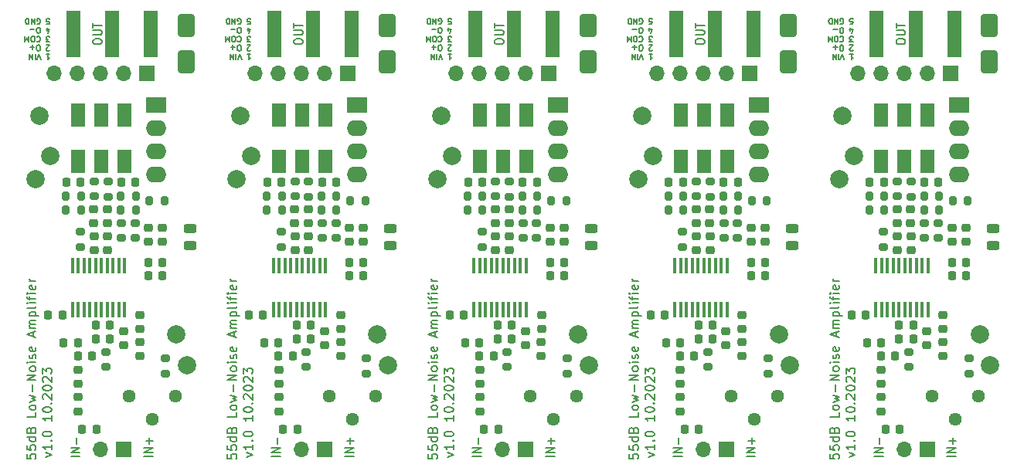
<source format=gts>
%TF.GenerationSoftware,KiCad,Pcbnew,7.0.1*%
%TF.CreationDate,2023-10-09T01:52:18+02:00*%
%TF.ProjectId,current_probe,63757272-656e-4745-9f70-726f62652e6b,rev?*%
%TF.SameCoordinates,Original*%
%TF.FileFunction,Soldermask,Top*%
%TF.FilePolarity,Negative*%
%FSLAX46Y46*%
G04 Gerber Fmt 4.6, Leading zero omitted, Abs format (unit mm)*
G04 Created by KiCad (PCBNEW 7.0.1) date 2023-10-09 01:52:18*
%MOMM*%
%LPD*%
G01*
G04 APERTURE LIST*
G04 Aperture macros list*
%AMRoundRect*
0 Rectangle with rounded corners*
0 $1 Rounding radius*
0 $2 $3 $4 $5 $6 $7 $8 $9 X,Y pos of 4 corners*
0 Add a 4 corners polygon primitive as box body*
4,1,4,$2,$3,$4,$5,$6,$7,$8,$9,$2,$3,0*
0 Add four circle primitives for the rounded corners*
1,1,$1+$1,$2,$3*
1,1,$1+$1,$4,$5*
1,1,$1+$1,$6,$7*
1,1,$1+$1,$8,$9*
0 Add four rect primitives between the rounded corners*
20,1,$1+$1,$2,$3,$4,$5,0*
20,1,$1+$1,$4,$5,$6,$7,0*
20,1,$1+$1,$6,$7,$8,$9,0*
20,1,$1+$1,$8,$9,$2,$3,0*%
G04 Aperture macros list end*
%ADD10C,0.200000*%
%ADD11C,0.150000*%
%ADD12RoundRect,0.200000X0.275000X-0.200000X0.275000X0.200000X-0.275000X0.200000X-0.275000X-0.200000X0*%
%ADD13R,1.700000X1.700000*%
%ADD14O,1.700000X1.700000*%
%ADD15RoundRect,0.225000X0.225000X0.250000X-0.225000X0.250000X-0.225000X-0.250000X0.225000X-0.250000X0*%
%ADD16R,2.250000X1.750000*%
%ADD17O,2.250000X1.750000*%
%ADD18R,0.304800X1.676400*%
%ADD19RoundRect,0.218750X0.256250X-0.218750X0.256250X0.218750X-0.256250X0.218750X-0.256250X-0.218750X0*%
%ADD20RoundRect,0.225000X-0.250000X0.225000X-0.250000X-0.225000X0.250000X-0.225000X0.250000X0.225000X0*%
%ADD21RoundRect,0.200000X-0.275000X0.200000X-0.275000X-0.200000X0.275000X-0.200000X0.275000X0.200000X0*%
%ADD22RoundRect,0.200000X-0.200000X-0.275000X0.200000X-0.275000X0.200000X0.275000X-0.200000X0.275000X0*%
%ADD23RoundRect,0.225000X-0.225000X-0.250000X0.225000X-0.250000X0.225000X0.250000X-0.225000X0.250000X0*%
%ADD24RoundRect,0.200000X0.200000X0.275000X-0.200000X0.275000X-0.200000X-0.275000X0.200000X-0.275000X0*%
%ADD25R,1.500000X5.080000*%
%ADD26RoundRect,0.218750X0.218750X0.256250X-0.218750X0.256250X-0.218750X-0.256250X0.218750X-0.256250X0*%
%ADD27C,2.000000*%
%ADD28C,1.440000*%
%ADD29RoundRect,0.250000X0.650000X-1.000000X0.650000X1.000000X-0.650000X1.000000X-0.650000X-1.000000X0*%
%ADD30RoundRect,0.225000X0.250000X-0.225000X0.250000X0.225000X-0.250000X0.225000X-0.250000X-0.225000X0*%
%ADD31RoundRect,0.218750X-0.256250X0.218750X-0.256250X-0.218750X0.256250X-0.218750X0.256250X0.218750X0*%
%ADD32R,1.650000X2.540000*%
%ADD33RoundRect,0.243750X0.456250X-0.243750X0.456250X0.243750X-0.456250X0.243750X-0.456250X-0.243750X0*%
G04 APERTURE END LIST*
D10*
X157876819Y-99614885D02*
X157876819Y-99443457D01*
X157876819Y-99443457D02*
X157924438Y-99357742D01*
X157924438Y-99357742D02*
X158019676Y-99272028D01*
X158019676Y-99272028D02*
X158210152Y-99229171D01*
X158210152Y-99229171D02*
X158543485Y-99229171D01*
X158543485Y-99229171D02*
X158733961Y-99272028D01*
X158733961Y-99272028D02*
X158829200Y-99357742D01*
X158829200Y-99357742D02*
X158876819Y-99443457D01*
X158876819Y-99443457D02*
X158876819Y-99614885D01*
X158876819Y-99614885D02*
X158829200Y-99700600D01*
X158829200Y-99700600D02*
X158733961Y-99786314D01*
X158733961Y-99786314D02*
X158543485Y-99829171D01*
X158543485Y-99829171D02*
X158210152Y-99829171D01*
X158210152Y-99829171D02*
X158019676Y-99786314D01*
X158019676Y-99786314D02*
X157924438Y-99700600D01*
X157924438Y-99700600D02*
X157876819Y-99614885D01*
X157876819Y-98843457D02*
X158686342Y-98843457D01*
X158686342Y-98843457D02*
X158781580Y-98800600D01*
X158781580Y-98800600D02*
X158829200Y-98757743D01*
X158829200Y-98757743D02*
X158876819Y-98672028D01*
X158876819Y-98672028D02*
X158876819Y-98500600D01*
X158876819Y-98500600D02*
X158829200Y-98414885D01*
X158829200Y-98414885D02*
X158781580Y-98372028D01*
X158781580Y-98372028D02*
X158686342Y-98329171D01*
X158686342Y-98329171D02*
X157876819Y-98329171D01*
X157876819Y-98029171D02*
X157876819Y-97514886D01*
X158876819Y-97772028D02*
X157876819Y-97772028D01*
X128626819Y-144786314D02*
X128626819Y-145262504D01*
X128626819Y-145262504D02*
X129103009Y-145310123D01*
X129103009Y-145310123D02*
X129055390Y-145262504D01*
X129055390Y-145262504D02*
X129007771Y-145167266D01*
X129007771Y-145167266D02*
X129007771Y-144929171D01*
X129007771Y-144929171D02*
X129055390Y-144833933D01*
X129055390Y-144833933D02*
X129103009Y-144786314D01*
X129103009Y-144786314D02*
X129198247Y-144738695D01*
X129198247Y-144738695D02*
X129436342Y-144738695D01*
X129436342Y-144738695D02*
X129531580Y-144786314D01*
X129531580Y-144786314D02*
X129579200Y-144833933D01*
X129579200Y-144833933D02*
X129626819Y-144929171D01*
X129626819Y-144929171D02*
X129626819Y-145167266D01*
X129626819Y-145167266D02*
X129579200Y-145262504D01*
X129579200Y-145262504D02*
X129531580Y-145310123D01*
X128626819Y-143833933D02*
X128626819Y-144310123D01*
X128626819Y-144310123D02*
X129103009Y-144357742D01*
X129103009Y-144357742D02*
X129055390Y-144310123D01*
X129055390Y-144310123D02*
X129007771Y-144214885D01*
X129007771Y-144214885D02*
X129007771Y-143976790D01*
X129007771Y-143976790D02*
X129055390Y-143881552D01*
X129055390Y-143881552D02*
X129103009Y-143833933D01*
X129103009Y-143833933D02*
X129198247Y-143786314D01*
X129198247Y-143786314D02*
X129436342Y-143786314D01*
X129436342Y-143786314D02*
X129531580Y-143833933D01*
X129531580Y-143833933D02*
X129579200Y-143881552D01*
X129579200Y-143881552D02*
X129626819Y-143976790D01*
X129626819Y-143976790D02*
X129626819Y-144214885D01*
X129626819Y-144214885D02*
X129579200Y-144310123D01*
X129579200Y-144310123D02*
X129531580Y-144357742D01*
X129626819Y-142929171D02*
X128626819Y-142929171D01*
X129579200Y-142929171D02*
X129626819Y-143024409D01*
X129626819Y-143024409D02*
X129626819Y-143214885D01*
X129626819Y-143214885D02*
X129579200Y-143310123D01*
X129579200Y-143310123D02*
X129531580Y-143357742D01*
X129531580Y-143357742D02*
X129436342Y-143405361D01*
X129436342Y-143405361D02*
X129150628Y-143405361D01*
X129150628Y-143405361D02*
X129055390Y-143357742D01*
X129055390Y-143357742D02*
X129007771Y-143310123D01*
X129007771Y-143310123D02*
X128960152Y-143214885D01*
X128960152Y-143214885D02*
X128960152Y-143024409D01*
X128960152Y-143024409D02*
X129007771Y-142929171D01*
X129103009Y-142119647D02*
X129150628Y-141976790D01*
X129150628Y-141976790D02*
X129198247Y-141929171D01*
X129198247Y-141929171D02*
X129293485Y-141881552D01*
X129293485Y-141881552D02*
X129436342Y-141881552D01*
X129436342Y-141881552D02*
X129531580Y-141929171D01*
X129531580Y-141929171D02*
X129579200Y-141976790D01*
X129579200Y-141976790D02*
X129626819Y-142072028D01*
X129626819Y-142072028D02*
X129626819Y-142452980D01*
X129626819Y-142452980D02*
X128626819Y-142452980D01*
X128626819Y-142452980D02*
X128626819Y-142119647D01*
X128626819Y-142119647D02*
X128674438Y-142024409D01*
X128674438Y-142024409D02*
X128722057Y-141976790D01*
X128722057Y-141976790D02*
X128817295Y-141929171D01*
X128817295Y-141929171D02*
X128912533Y-141929171D01*
X128912533Y-141929171D02*
X129007771Y-141976790D01*
X129007771Y-141976790D02*
X129055390Y-142024409D01*
X129055390Y-142024409D02*
X129103009Y-142119647D01*
X129103009Y-142119647D02*
X129103009Y-142452980D01*
X129626819Y-140214885D02*
X129626819Y-140691075D01*
X129626819Y-140691075D02*
X128626819Y-140691075D01*
X129626819Y-139738694D02*
X129579200Y-139833932D01*
X129579200Y-139833932D02*
X129531580Y-139881551D01*
X129531580Y-139881551D02*
X129436342Y-139929170D01*
X129436342Y-139929170D02*
X129150628Y-139929170D01*
X129150628Y-139929170D02*
X129055390Y-139881551D01*
X129055390Y-139881551D02*
X129007771Y-139833932D01*
X129007771Y-139833932D02*
X128960152Y-139738694D01*
X128960152Y-139738694D02*
X128960152Y-139595837D01*
X128960152Y-139595837D02*
X129007771Y-139500599D01*
X129007771Y-139500599D02*
X129055390Y-139452980D01*
X129055390Y-139452980D02*
X129150628Y-139405361D01*
X129150628Y-139405361D02*
X129436342Y-139405361D01*
X129436342Y-139405361D02*
X129531580Y-139452980D01*
X129531580Y-139452980D02*
X129579200Y-139500599D01*
X129579200Y-139500599D02*
X129626819Y-139595837D01*
X129626819Y-139595837D02*
X129626819Y-139738694D01*
X128960152Y-139072027D02*
X129626819Y-138881551D01*
X129626819Y-138881551D02*
X129150628Y-138691075D01*
X129150628Y-138691075D02*
X129626819Y-138500599D01*
X129626819Y-138500599D02*
X128960152Y-138310123D01*
X129245866Y-137929170D02*
X129245866Y-137167266D01*
X129626819Y-136691075D02*
X128626819Y-136691075D01*
X128626819Y-136691075D02*
X129626819Y-136119647D01*
X129626819Y-136119647D02*
X128626819Y-136119647D01*
X129626819Y-135500599D02*
X129579200Y-135595837D01*
X129579200Y-135595837D02*
X129531580Y-135643456D01*
X129531580Y-135643456D02*
X129436342Y-135691075D01*
X129436342Y-135691075D02*
X129150628Y-135691075D01*
X129150628Y-135691075D02*
X129055390Y-135643456D01*
X129055390Y-135643456D02*
X129007771Y-135595837D01*
X129007771Y-135595837D02*
X128960152Y-135500599D01*
X128960152Y-135500599D02*
X128960152Y-135357742D01*
X128960152Y-135357742D02*
X129007771Y-135262504D01*
X129007771Y-135262504D02*
X129055390Y-135214885D01*
X129055390Y-135214885D02*
X129150628Y-135167266D01*
X129150628Y-135167266D02*
X129436342Y-135167266D01*
X129436342Y-135167266D02*
X129531580Y-135214885D01*
X129531580Y-135214885D02*
X129579200Y-135262504D01*
X129579200Y-135262504D02*
X129626819Y-135357742D01*
X129626819Y-135357742D02*
X129626819Y-135500599D01*
X129626819Y-134738694D02*
X128960152Y-134738694D01*
X128626819Y-134738694D02*
X128674438Y-134786313D01*
X128674438Y-134786313D02*
X128722057Y-134738694D01*
X128722057Y-134738694D02*
X128674438Y-134691075D01*
X128674438Y-134691075D02*
X128626819Y-134738694D01*
X128626819Y-134738694D02*
X128722057Y-134738694D01*
X129579200Y-134310123D02*
X129626819Y-134214885D01*
X129626819Y-134214885D02*
X129626819Y-134024409D01*
X129626819Y-134024409D02*
X129579200Y-133929171D01*
X129579200Y-133929171D02*
X129483961Y-133881552D01*
X129483961Y-133881552D02*
X129436342Y-133881552D01*
X129436342Y-133881552D02*
X129341104Y-133929171D01*
X129341104Y-133929171D02*
X129293485Y-134024409D01*
X129293485Y-134024409D02*
X129293485Y-134167266D01*
X129293485Y-134167266D02*
X129245866Y-134262504D01*
X129245866Y-134262504D02*
X129150628Y-134310123D01*
X129150628Y-134310123D02*
X129103009Y-134310123D01*
X129103009Y-134310123D02*
X129007771Y-134262504D01*
X129007771Y-134262504D02*
X128960152Y-134167266D01*
X128960152Y-134167266D02*
X128960152Y-134024409D01*
X128960152Y-134024409D02*
X129007771Y-133929171D01*
X129579200Y-133072028D02*
X129626819Y-133167266D01*
X129626819Y-133167266D02*
X129626819Y-133357742D01*
X129626819Y-133357742D02*
X129579200Y-133452980D01*
X129579200Y-133452980D02*
X129483961Y-133500599D01*
X129483961Y-133500599D02*
X129103009Y-133500599D01*
X129103009Y-133500599D02*
X129007771Y-133452980D01*
X129007771Y-133452980D02*
X128960152Y-133357742D01*
X128960152Y-133357742D02*
X128960152Y-133167266D01*
X128960152Y-133167266D02*
X129007771Y-133072028D01*
X129007771Y-133072028D02*
X129103009Y-133024409D01*
X129103009Y-133024409D02*
X129198247Y-133024409D01*
X129198247Y-133024409D02*
X129293485Y-133500599D01*
X129341104Y-131881551D02*
X129341104Y-131405361D01*
X129626819Y-131976789D02*
X128626819Y-131643456D01*
X128626819Y-131643456D02*
X129626819Y-131310123D01*
X129626819Y-130976789D02*
X128960152Y-130976789D01*
X129055390Y-130976789D02*
X129007771Y-130929170D01*
X129007771Y-130929170D02*
X128960152Y-130833932D01*
X128960152Y-130833932D02*
X128960152Y-130691075D01*
X128960152Y-130691075D02*
X129007771Y-130595837D01*
X129007771Y-130595837D02*
X129103009Y-130548218D01*
X129103009Y-130548218D02*
X129626819Y-130548218D01*
X129103009Y-130548218D02*
X129007771Y-130500599D01*
X129007771Y-130500599D02*
X128960152Y-130405361D01*
X128960152Y-130405361D02*
X128960152Y-130262504D01*
X128960152Y-130262504D02*
X129007771Y-130167265D01*
X129007771Y-130167265D02*
X129103009Y-130119646D01*
X129103009Y-130119646D02*
X129626819Y-130119646D01*
X128960152Y-129643456D02*
X129960152Y-129643456D01*
X129007771Y-129643456D02*
X128960152Y-129548218D01*
X128960152Y-129548218D02*
X128960152Y-129357742D01*
X128960152Y-129357742D02*
X129007771Y-129262504D01*
X129007771Y-129262504D02*
X129055390Y-129214885D01*
X129055390Y-129214885D02*
X129150628Y-129167266D01*
X129150628Y-129167266D02*
X129436342Y-129167266D01*
X129436342Y-129167266D02*
X129531580Y-129214885D01*
X129531580Y-129214885D02*
X129579200Y-129262504D01*
X129579200Y-129262504D02*
X129626819Y-129357742D01*
X129626819Y-129357742D02*
X129626819Y-129548218D01*
X129626819Y-129548218D02*
X129579200Y-129643456D01*
X129626819Y-128595837D02*
X129579200Y-128691075D01*
X129579200Y-128691075D02*
X129483961Y-128738694D01*
X129483961Y-128738694D02*
X128626819Y-128738694D01*
X129626819Y-128214884D02*
X128960152Y-128214884D01*
X128626819Y-128214884D02*
X128674438Y-128262503D01*
X128674438Y-128262503D02*
X128722057Y-128214884D01*
X128722057Y-128214884D02*
X128674438Y-128167265D01*
X128674438Y-128167265D02*
X128626819Y-128214884D01*
X128626819Y-128214884D02*
X128722057Y-128214884D01*
X128960152Y-127881551D02*
X128960152Y-127500599D01*
X129626819Y-127738694D02*
X128769676Y-127738694D01*
X128769676Y-127738694D02*
X128674438Y-127691075D01*
X128674438Y-127691075D02*
X128626819Y-127595837D01*
X128626819Y-127595837D02*
X128626819Y-127500599D01*
X129626819Y-127167265D02*
X128960152Y-127167265D01*
X128626819Y-127167265D02*
X128674438Y-127214884D01*
X128674438Y-127214884D02*
X128722057Y-127167265D01*
X128722057Y-127167265D02*
X128674438Y-127119646D01*
X128674438Y-127119646D02*
X128626819Y-127167265D01*
X128626819Y-127167265D02*
X128722057Y-127167265D01*
X129579200Y-126310123D02*
X129626819Y-126405361D01*
X129626819Y-126405361D02*
X129626819Y-126595837D01*
X129626819Y-126595837D02*
X129579200Y-126691075D01*
X129579200Y-126691075D02*
X129483961Y-126738694D01*
X129483961Y-126738694D02*
X129103009Y-126738694D01*
X129103009Y-126738694D02*
X129007771Y-126691075D01*
X129007771Y-126691075D02*
X128960152Y-126595837D01*
X128960152Y-126595837D02*
X128960152Y-126405361D01*
X128960152Y-126405361D02*
X129007771Y-126310123D01*
X129007771Y-126310123D02*
X129103009Y-126262504D01*
X129103009Y-126262504D02*
X129198247Y-126262504D01*
X129198247Y-126262504D02*
X129293485Y-126738694D01*
X129626819Y-125833932D02*
X128960152Y-125833932D01*
X129150628Y-125833932D02*
X129055390Y-125786313D01*
X129055390Y-125786313D02*
X129007771Y-125738694D01*
X129007771Y-125738694D02*
X128960152Y-125643456D01*
X128960152Y-125643456D02*
X128960152Y-125548218D01*
X186461819Y-145029171D02*
X185461819Y-145029171D01*
X186461819Y-144600600D02*
X185461819Y-144600600D01*
X185461819Y-144600600D02*
X186461819Y-144086314D01*
X186461819Y-144086314D02*
X185461819Y-144086314D01*
X186080866Y-143657743D02*
X186080866Y-142972029D01*
X186461819Y-143314886D02*
X185699914Y-143314886D01*
X135876819Y-99614885D02*
X135876819Y-99443457D01*
X135876819Y-99443457D02*
X135924438Y-99357742D01*
X135924438Y-99357742D02*
X136019676Y-99272028D01*
X136019676Y-99272028D02*
X136210152Y-99229171D01*
X136210152Y-99229171D02*
X136543485Y-99229171D01*
X136543485Y-99229171D02*
X136733961Y-99272028D01*
X136733961Y-99272028D02*
X136829200Y-99357742D01*
X136829200Y-99357742D02*
X136876819Y-99443457D01*
X136876819Y-99443457D02*
X136876819Y-99614885D01*
X136876819Y-99614885D02*
X136829200Y-99700600D01*
X136829200Y-99700600D02*
X136733961Y-99786314D01*
X136733961Y-99786314D02*
X136543485Y-99829171D01*
X136543485Y-99829171D02*
X136210152Y-99829171D01*
X136210152Y-99829171D02*
X136019676Y-99786314D01*
X136019676Y-99786314D02*
X135924438Y-99700600D01*
X135924438Y-99700600D02*
X135876819Y-99614885D01*
X135876819Y-98843457D02*
X136686342Y-98843457D01*
X136686342Y-98843457D02*
X136781580Y-98800600D01*
X136781580Y-98800600D02*
X136829200Y-98757743D01*
X136829200Y-98757743D02*
X136876819Y-98672028D01*
X136876819Y-98672028D02*
X136876819Y-98500600D01*
X136876819Y-98500600D02*
X136829200Y-98414885D01*
X136829200Y-98414885D02*
X136781580Y-98372028D01*
X136781580Y-98372028D02*
X136686342Y-98329171D01*
X136686342Y-98329171D02*
X135876819Y-98329171D01*
X135876819Y-98029171D02*
X135876819Y-97514886D01*
X136876819Y-97772028D02*
X135876819Y-97772028D01*
X196710152Y-145107742D02*
X197376819Y-144869647D01*
X197376819Y-144869647D02*
X196710152Y-144631552D01*
X197376819Y-143726790D02*
X197376819Y-144298218D01*
X197376819Y-144012504D02*
X196376819Y-144012504D01*
X196376819Y-144012504D02*
X196519676Y-144107742D01*
X196519676Y-144107742D02*
X196614914Y-144202980D01*
X196614914Y-144202980D02*
X196662533Y-144298218D01*
X197281580Y-143298218D02*
X197329200Y-143250599D01*
X197329200Y-143250599D02*
X197376819Y-143298218D01*
X197376819Y-143298218D02*
X197329200Y-143345837D01*
X197329200Y-143345837D02*
X197281580Y-143298218D01*
X197281580Y-143298218D02*
X197376819Y-143298218D01*
X196376819Y-142631552D02*
X196376819Y-142536314D01*
X196376819Y-142536314D02*
X196424438Y-142441076D01*
X196424438Y-142441076D02*
X196472057Y-142393457D01*
X196472057Y-142393457D02*
X196567295Y-142345838D01*
X196567295Y-142345838D02*
X196757771Y-142298219D01*
X196757771Y-142298219D02*
X196995866Y-142298219D01*
X196995866Y-142298219D02*
X197186342Y-142345838D01*
X197186342Y-142345838D02*
X197281580Y-142393457D01*
X197281580Y-142393457D02*
X197329200Y-142441076D01*
X197329200Y-142441076D02*
X197376819Y-142536314D01*
X197376819Y-142536314D02*
X197376819Y-142631552D01*
X197376819Y-142631552D02*
X197329200Y-142726790D01*
X197329200Y-142726790D02*
X197281580Y-142774409D01*
X197281580Y-142774409D02*
X197186342Y-142822028D01*
X197186342Y-142822028D02*
X196995866Y-142869647D01*
X196995866Y-142869647D02*
X196757771Y-142869647D01*
X196757771Y-142869647D02*
X196567295Y-142822028D01*
X196567295Y-142822028D02*
X196472057Y-142774409D01*
X196472057Y-142774409D02*
X196424438Y-142726790D01*
X196424438Y-142726790D02*
X196376819Y-142631552D01*
X197376819Y-140583933D02*
X197376819Y-141155361D01*
X197376819Y-140869647D02*
X196376819Y-140869647D01*
X196376819Y-140869647D02*
X196519676Y-140964885D01*
X196519676Y-140964885D02*
X196614914Y-141060123D01*
X196614914Y-141060123D02*
X196662533Y-141155361D01*
X196376819Y-139964885D02*
X196376819Y-139869647D01*
X196376819Y-139869647D02*
X196424438Y-139774409D01*
X196424438Y-139774409D02*
X196472057Y-139726790D01*
X196472057Y-139726790D02*
X196567295Y-139679171D01*
X196567295Y-139679171D02*
X196757771Y-139631552D01*
X196757771Y-139631552D02*
X196995866Y-139631552D01*
X196995866Y-139631552D02*
X197186342Y-139679171D01*
X197186342Y-139679171D02*
X197281580Y-139726790D01*
X197281580Y-139726790D02*
X197329200Y-139774409D01*
X197329200Y-139774409D02*
X197376819Y-139869647D01*
X197376819Y-139869647D02*
X197376819Y-139964885D01*
X197376819Y-139964885D02*
X197329200Y-140060123D01*
X197329200Y-140060123D02*
X197281580Y-140107742D01*
X197281580Y-140107742D02*
X197186342Y-140155361D01*
X197186342Y-140155361D02*
X196995866Y-140202980D01*
X196995866Y-140202980D02*
X196757771Y-140202980D01*
X196757771Y-140202980D02*
X196567295Y-140155361D01*
X196567295Y-140155361D02*
X196472057Y-140107742D01*
X196472057Y-140107742D02*
X196424438Y-140060123D01*
X196424438Y-140060123D02*
X196376819Y-139964885D01*
X197281580Y-139202980D02*
X197329200Y-139155361D01*
X197329200Y-139155361D02*
X197376819Y-139202980D01*
X197376819Y-139202980D02*
X197329200Y-139250599D01*
X197329200Y-139250599D02*
X197281580Y-139202980D01*
X197281580Y-139202980D02*
X197376819Y-139202980D01*
X196472057Y-138774409D02*
X196424438Y-138726790D01*
X196424438Y-138726790D02*
X196376819Y-138631552D01*
X196376819Y-138631552D02*
X196376819Y-138393457D01*
X196376819Y-138393457D02*
X196424438Y-138298219D01*
X196424438Y-138298219D02*
X196472057Y-138250600D01*
X196472057Y-138250600D02*
X196567295Y-138202981D01*
X196567295Y-138202981D02*
X196662533Y-138202981D01*
X196662533Y-138202981D02*
X196805390Y-138250600D01*
X196805390Y-138250600D02*
X197376819Y-138822028D01*
X197376819Y-138822028D02*
X197376819Y-138202981D01*
X196376819Y-137583933D02*
X196376819Y-137488695D01*
X196376819Y-137488695D02*
X196424438Y-137393457D01*
X196424438Y-137393457D02*
X196472057Y-137345838D01*
X196472057Y-137345838D02*
X196567295Y-137298219D01*
X196567295Y-137298219D02*
X196757771Y-137250600D01*
X196757771Y-137250600D02*
X196995866Y-137250600D01*
X196995866Y-137250600D02*
X197186342Y-137298219D01*
X197186342Y-137298219D02*
X197281580Y-137345838D01*
X197281580Y-137345838D02*
X197329200Y-137393457D01*
X197329200Y-137393457D02*
X197376819Y-137488695D01*
X197376819Y-137488695D02*
X197376819Y-137583933D01*
X197376819Y-137583933D02*
X197329200Y-137679171D01*
X197329200Y-137679171D02*
X197281580Y-137726790D01*
X197281580Y-137726790D02*
X197186342Y-137774409D01*
X197186342Y-137774409D02*
X196995866Y-137822028D01*
X196995866Y-137822028D02*
X196757771Y-137822028D01*
X196757771Y-137822028D02*
X196567295Y-137774409D01*
X196567295Y-137774409D02*
X196472057Y-137726790D01*
X196472057Y-137726790D02*
X196424438Y-137679171D01*
X196424438Y-137679171D02*
X196376819Y-137583933D01*
X196472057Y-136869647D02*
X196424438Y-136822028D01*
X196424438Y-136822028D02*
X196376819Y-136726790D01*
X196376819Y-136726790D02*
X196376819Y-136488695D01*
X196376819Y-136488695D02*
X196424438Y-136393457D01*
X196424438Y-136393457D02*
X196472057Y-136345838D01*
X196472057Y-136345838D02*
X196567295Y-136298219D01*
X196567295Y-136298219D02*
X196662533Y-136298219D01*
X196662533Y-136298219D02*
X196805390Y-136345838D01*
X196805390Y-136345838D02*
X197376819Y-136917266D01*
X197376819Y-136917266D02*
X197376819Y-136298219D01*
X196376819Y-135964885D02*
X196376819Y-135345838D01*
X196376819Y-135345838D02*
X196757771Y-135679171D01*
X196757771Y-135679171D02*
X196757771Y-135536314D01*
X196757771Y-135536314D02*
X196805390Y-135441076D01*
X196805390Y-135441076D02*
X196853009Y-135393457D01*
X196853009Y-135393457D02*
X196948247Y-135345838D01*
X196948247Y-135345838D02*
X197186342Y-135345838D01*
X197186342Y-135345838D02*
X197281580Y-135393457D01*
X197281580Y-135393457D02*
X197329200Y-135441076D01*
X197329200Y-135441076D02*
X197376819Y-135536314D01*
X197376819Y-135536314D02*
X197376819Y-135822028D01*
X197376819Y-135822028D02*
X197329200Y-135917266D01*
X197329200Y-135917266D02*
X197281580Y-135964885D01*
X120461819Y-145029171D02*
X119461819Y-145029171D01*
X120461819Y-144600600D02*
X119461819Y-144600600D01*
X119461819Y-144600600D02*
X120461819Y-144086314D01*
X120461819Y-144086314D02*
X119461819Y-144086314D01*
X120080866Y-143657743D02*
X120080866Y-142972029D01*
X120461819Y-143314886D02*
X119699914Y-143314886D01*
X156461819Y-145029171D02*
X155461819Y-145029171D01*
X156461819Y-144600600D02*
X155461819Y-144600600D01*
X155461819Y-144600600D02*
X156461819Y-144086314D01*
X156461819Y-144086314D02*
X155461819Y-144086314D01*
X156080866Y-143657743D02*
X156080866Y-142972029D01*
D11*
X196792057Y-100917028D02*
X197134914Y-100917028D01*
X196963485Y-100917028D02*
X196963485Y-101517028D01*
X196963485Y-101517028D02*
X197020628Y-101431314D01*
X197020628Y-101431314D02*
X197077771Y-101374171D01*
X197077771Y-101374171D02*
X197134914Y-101345600D01*
X196163485Y-101517028D02*
X195963485Y-100917028D01*
X195963485Y-100917028D02*
X195763485Y-101517028D01*
X195563484Y-100917028D02*
X195563484Y-101517028D01*
X195277770Y-100917028D02*
X195277770Y-101517028D01*
X195277770Y-101517028D02*
X194934913Y-100917028D01*
X194934913Y-100917028D02*
X194934913Y-101517028D01*
X197134914Y-100487885D02*
X197106342Y-100516457D01*
X197106342Y-100516457D02*
X197049200Y-100545028D01*
X197049200Y-100545028D02*
X196906342Y-100545028D01*
X196906342Y-100545028D02*
X196849200Y-100516457D01*
X196849200Y-100516457D02*
X196820628Y-100487885D01*
X196820628Y-100487885D02*
X196792057Y-100430742D01*
X196792057Y-100430742D02*
X196792057Y-100373600D01*
X196792057Y-100373600D02*
X196820628Y-100287885D01*
X196820628Y-100287885D02*
X197163485Y-99945028D01*
X197163485Y-99945028D02*
X196792057Y-99945028D01*
X195963485Y-100545028D02*
X195849199Y-100545028D01*
X195849199Y-100545028D02*
X195792056Y-100516457D01*
X195792056Y-100516457D02*
X195734913Y-100459314D01*
X195734913Y-100459314D02*
X195706342Y-100345028D01*
X195706342Y-100345028D02*
X195706342Y-100145028D01*
X195706342Y-100145028D02*
X195734913Y-100030742D01*
X195734913Y-100030742D02*
X195792056Y-99973600D01*
X195792056Y-99973600D02*
X195849199Y-99945028D01*
X195849199Y-99945028D02*
X195963485Y-99945028D01*
X195963485Y-99945028D02*
X196020628Y-99973600D01*
X196020628Y-99973600D02*
X196077770Y-100030742D01*
X196077770Y-100030742D02*
X196106342Y-100145028D01*
X196106342Y-100145028D02*
X196106342Y-100345028D01*
X196106342Y-100345028D02*
X196077770Y-100459314D01*
X196077770Y-100459314D02*
X196020628Y-100516457D01*
X196020628Y-100516457D02*
X195963485Y-100545028D01*
X195449199Y-100173600D02*
X194992057Y-100173600D01*
X195220628Y-99945028D02*
X195220628Y-100402171D01*
X197163485Y-99573028D02*
X196792057Y-99573028D01*
X196792057Y-99573028D02*
X196992057Y-99344457D01*
X196992057Y-99344457D02*
X196906342Y-99344457D01*
X196906342Y-99344457D02*
X196849200Y-99315885D01*
X196849200Y-99315885D02*
X196820628Y-99287314D01*
X196820628Y-99287314D02*
X196792057Y-99230171D01*
X196792057Y-99230171D02*
X196792057Y-99087314D01*
X196792057Y-99087314D02*
X196820628Y-99030171D01*
X196820628Y-99030171D02*
X196849200Y-99001600D01*
X196849200Y-99001600D02*
X196906342Y-98973028D01*
X196906342Y-98973028D02*
X197077771Y-98973028D01*
X197077771Y-98973028D02*
X197134914Y-99001600D01*
X197134914Y-99001600D02*
X197163485Y-99030171D01*
X195734913Y-99030171D02*
X195763485Y-99001600D01*
X195763485Y-99001600D02*
X195849199Y-98973028D01*
X195849199Y-98973028D02*
X195906342Y-98973028D01*
X195906342Y-98973028D02*
X195992056Y-99001600D01*
X195992056Y-99001600D02*
X196049199Y-99058742D01*
X196049199Y-99058742D02*
X196077770Y-99115885D01*
X196077770Y-99115885D02*
X196106342Y-99230171D01*
X196106342Y-99230171D02*
X196106342Y-99315885D01*
X196106342Y-99315885D02*
X196077770Y-99430171D01*
X196077770Y-99430171D02*
X196049199Y-99487314D01*
X196049199Y-99487314D02*
X195992056Y-99544457D01*
X195992056Y-99544457D02*
X195906342Y-99573028D01*
X195906342Y-99573028D02*
X195849199Y-99573028D01*
X195849199Y-99573028D02*
X195763485Y-99544457D01*
X195763485Y-99544457D02*
X195734913Y-99515885D01*
X195363485Y-99573028D02*
X195249199Y-99573028D01*
X195249199Y-99573028D02*
X195192056Y-99544457D01*
X195192056Y-99544457D02*
X195134913Y-99487314D01*
X195134913Y-99487314D02*
X195106342Y-99373028D01*
X195106342Y-99373028D02*
X195106342Y-99173028D01*
X195106342Y-99173028D02*
X195134913Y-99058742D01*
X195134913Y-99058742D02*
X195192056Y-99001600D01*
X195192056Y-99001600D02*
X195249199Y-98973028D01*
X195249199Y-98973028D02*
X195363485Y-98973028D01*
X195363485Y-98973028D02*
X195420628Y-99001600D01*
X195420628Y-99001600D02*
X195477770Y-99058742D01*
X195477770Y-99058742D02*
X195506342Y-99173028D01*
X195506342Y-99173028D02*
X195506342Y-99373028D01*
X195506342Y-99373028D02*
X195477770Y-99487314D01*
X195477770Y-99487314D02*
X195420628Y-99544457D01*
X195420628Y-99544457D02*
X195363485Y-99573028D01*
X194849199Y-98973028D02*
X194849199Y-99573028D01*
X194849199Y-99573028D02*
X194649199Y-99144457D01*
X194649199Y-99144457D02*
X194449199Y-99573028D01*
X194449199Y-99573028D02*
X194449199Y-98973028D01*
X196849200Y-98401028D02*
X196849200Y-98001028D01*
X196992057Y-98629600D02*
X197134914Y-98201028D01*
X197134914Y-98201028D02*
X196763485Y-98201028D01*
X195963485Y-98601028D02*
X195849199Y-98601028D01*
X195849199Y-98601028D02*
X195792056Y-98572457D01*
X195792056Y-98572457D02*
X195734913Y-98515314D01*
X195734913Y-98515314D02*
X195706342Y-98401028D01*
X195706342Y-98401028D02*
X195706342Y-98201028D01*
X195706342Y-98201028D02*
X195734913Y-98086742D01*
X195734913Y-98086742D02*
X195792056Y-98029600D01*
X195792056Y-98029600D02*
X195849199Y-98001028D01*
X195849199Y-98001028D02*
X195963485Y-98001028D01*
X195963485Y-98001028D02*
X196020628Y-98029600D01*
X196020628Y-98029600D02*
X196077770Y-98086742D01*
X196077770Y-98086742D02*
X196106342Y-98201028D01*
X196106342Y-98201028D02*
X196106342Y-98401028D01*
X196106342Y-98401028D02*
X196077770Y-98515314D01*
X196077770Y-98515314D02*
X196020628Y-98572457D01*
X196020628Y-98572457D02*
X195963485Y-98601028D01*
X195449199Y-98229600D02*
X194992057Y-98229600D01*
X196820628Y-97629028D02*
X197106342Y-97629028D01*
X197106342Y-97629028D02*
X197134914Y-97343314D01*
X197134914Y-97343314D02*
X197106342Y-97371885D01*
X197106342Y-97371885D02*
X197049200Y-97400457D01*
X197049200Y-97400457D02*
X196906342Y-97400457D01*
X196906342Y-97400457D02*
X196849200Y-97371885D01*
X196849200Y-97371885D02*
X196820628Y-97343314D01*
X196820628Y-97343314D02*
X196792057Y-97286171D01*
X196792057Y-97286171D02*
X196792057Y-97143314D01*
X196792057Y-97143314D02*
X196820628Y-97086171D01*
X196820628Y-97086171D02*
X196849200Y-97057600D01*
X196849200Y-97057600D02*
X196906342Y-97029028D01*
X196906342Y-97029028D02*
X197049200Y-97029028D01*
X197049200Y-97029028D02*
X197106342Y-97057600D01*
X197106342Y-97057600D02*
X197134914Y-97086171D01*
X195763485Y-97600457D02*
X195820628Y-97629028D01*
X195820628Y-97629028D02*
X195906342Y-97629028D01*
X195906342Y-97629028D02*
X195992056Y-97600457D01*
X195992056Y-97600457D02*
X196049199Y-97543314D01*
X196049199Y-97543314D02*
X196077770Y-97486171D01*
X196077770Y-97486171D02*
X196106342Y-97371885D01*
X196106342Y-97371885D02*
X196106342Y-97286171D01*
X196106342Y-97286171D02*
X196077770Y-97171885D01*
X196077770Y-97171885D02*
X196049199Y-97114742D01*
X196049199Y-97114742D02*
X195992056Y-97057600D01*
X195992056Y-97057600D02*
X195906342Y-97029028D01*
X195906342Y-97029028D02*
X195849199Y-97029028D01*
X195849199Y-97029028D02*
X195763485Y-97057600D01*
X195763485Y-97057600D02*
X195734913Y-97086171D01*
X195734913Y-97086171D02*
X195734913Y-97286171D01*
X195734913Y-97286171D02*
X195849199Y-97286171D01*
X195477770Y-97029028D02*
X195477770Y-97629028D01*
X195477770Y-97629028D02*
X195134913Y-97029028D01*
X195134913Y-97029028D02*
X195134913Y-97629028D01*
X194849199Y-97029028D02*
X194849199Y-97629028D01*
X194849199Y-97629028D02*
X194706342Y-97629028D01*
X194706342Y-97629028D02*
X194620628Y-97600457D01*
X194620628Y-97600457D02*
X194563485Y-97543314D01*
X194563485Y-97543314D02*
X194534914Y-97486171D01*
X194534914Y-97486171D02*
X194506342Y-97371885D01*
X194506342Y-97371885D02*
X194506342Y-97286171D01*
X194506342Y-97286171D02*
X194534914Y-97171885D01*
X194534914Y-97171885D02*
X194563485Y-97114742D01*
X194563485Y-97114742D02*
X194620628Y-97057600D01*
X194620628Y-97057600D02*
X194706342Y-97029028D01*
X194706342Y-97029028D02*
X194849199Y-97029028D01*
D10*
X108710152Y-145107742D02*
X109376819Y-144869647D01*
X109376819Y-144869647D02*
X108710152Y-144631552D01*
X109376819Y-143726790D02*
X109376819Y-144298218D01*
X109376819Y-144012504D02*
X108376819Y-144012504D01*
X108376819Y-144012504D02*
X108519676Y-144107742D01*
X108519676Y-144107742D02*
X108614914Y-144202980D01*
X108614914Y-144202980D02*
X108662533Y-144298218D01*
X109281580Y-143298218D02*
X109329200Y-143250599D01*
X109329200Y-143250599D02*
X109376819Y-143298218D01*
X109376819Y-143298218D02*
X109329200Y-143345837D01*
X109329200Y-143345837D02*
X109281580Y-143298218D01*
X109281580Y-143298218D02*
X109376819Y-143298218D01*
X108376819Y-142631552D02*
X108376819Y-142536314D01*
X108376819Y-142536314D02*
X108424438Y-142441076D01*
X108424438Y-142441076D02*
X108472057Y-142393457D01*
X108472057Y-142393457D02*
X108567295Y-142345838D01*
X108567295Y-142345838D02*
X108757771Y-142298219D01*
X108757771Y-142298219D02*
X108995866Y-142298219D01*
X108995866Y-142298219D02*
X109186342Y-142345838D01*
X109186342Y-142345838D02*
X109281580Y-142393457D01*
X109281580Y-142393457D02*
X109329200Y-142441076D01*
X109329200Y-142441076D02*
X109376819Y-142536314D01*
X109376819Y-142536314D02*
X109376819Y-142631552D01*
X109376819Y-142631552D02*
X109329200Y-142726790D01*
X109329200Y-142726790D02*
X109281580Y-142774409D01*
X109281580Y-142774409D02*
X109186342Y-142822028D01*
X109186342Y-142822028D02*
X108995866Y-142869647D01*
X108995866Y-142869647D02*
X108757771Y-142869647D01*
X108757771Y-142869647D02*
X108567295Y-142822028D01*
X108567295Y-142822028D02*
X108472057Y-142774409D01*
X108472057Y-142774409D02*
X108424438Y-142726790D01*
X108424438Y-142726790D02*
X108376819Y-142631552D01*
X109376819Y-140583933D02*
X109376819Y-141155361D01*
X109376819Y-140869647D02*
X108376819Y-140869647D01*
X108376819Y-140869647D02*
X108519676Y-140964885D01*
X108519676Y-140964885D02*
X108614914Y-141060123D01*
X108614914Y-141060123D02*
X108662533Y-141155361D01*
X108376819Y-139964885D02*
X108376819Y-139869647D01*
X108376819Y-139869647D02*
X108424438Y-139774409D01*
X108424438Y-139774409D02*
X108472057Y-139726790D01*
X108472057Y-139726790D02*
X108567295Y-139679171D01*
X108567295Y-139679171D02*
X108757771Y-139631552D01*
X108757771Y-139631552D02*
X108995866Y-139631552D01*
X108995866Y-139631552D02*
X109186342Y-139679171D01*
X109186342Y-139679171D02*
X109281580Y-139726790D01*
X109281580Y-139726790D02*
X109329200Y-139774409D01*
X109329200Y-139774409D02*
X109376819Y-139869647D01*
X109376819Y-139869647D02*
X109376819Y-139964885D01*
X109376819Y-139964885D02*
X109329200Y-140060123D01*
X109329200Y-140060123D02*
X109281580Y-140107742D01*
X109281580Y-140107742D02*
X109186342Y-140155361D01*
X109186342Y-140155361D02*
X108995866Y-140202980D01*
X108995866Y-140202980D02*
X108757771Y-140202980D01*
X108757771Y-140202980D02*
X108567295Y-140155361D01*
X108567295Y-140155361D02*
X108472057Y-140107742D01*
X108472057Y-140107742D02*
X108424438Y-140060123D01*
X108424438Y-140060123D02*
X108376819Y-139964885D01*
X109281580Y-139202980D02*
X109329200Y-139155361D01*
X109329200Y-139155361D02*
X109376819Y-139202980D01*
X109376819Y-139202980D02*
X109329200Y-139250599D01*
X109329200Y-139250599D02*
X109281580Y-139202980D01*
X109281580Y-139202980D02*
X109376819Y-139202980D01*
X108472057Y-138774409D02*
X108424438Y-138726790D01*
X108424438Y-138726790D02*
X108376819Y-138631552D01*
X108376819Y-138631552D02*
X108376819Y-138393457D01*
X108376819Y-138393457D02*
X108424438Y-138298219D01*
X108424438Y-138298219D02*
X108472057Y-138250600D01*
X108472057Y-138250600D02*
X108567295Y-138202981D01*
X108567295Y-138202981D02*
X108662533Y-138202981D01*
X108662533Y-138202981D02*
X108805390Y-138250600D01*
X108805390Y-138250600D02*
X109376819Y-138822028D01*
X109376819Y-138822028D02*
X109376819Y-138202981D01*
X108376819Y-137583933D02*
X108376819Y-137488695D01*
X108376819Y-137488695D02*
X108424438Y-137393457D01*
X108424438Y-137393457D02*
X108472057Y-137345838D01*
X108472057Y-137345838D02*
X108567295Y-137298219D01*
X108567295Y-137298219D02*
X108757771Y-137250600D01*
X108757771Y-137250600D02*
X108995866Y-137250600D01*
X108995866Y-137250600D02*
X109186342Y-137298219D01*
X109186342Y-137298219D02*
X109281580Y-137345838D01*
X109281580Y-137345838D02*
X109329200Y-137393457D01*
X109329200Y-137393457D02*
X109376819Y-137488695D01*
X109376819Y-137488695D02*
X109376819Y-137583933D01*
X109376819Y-137583933D02*
X109329200Y-137679171D01*
X109329200Y-137679171D02*
X109281580Y-137726790D01*
X109281580Y-137726790D02*
X109186342Y-137774409D01*
X109186342Y-137774409D02*
X108995866Y-137822028D01*
X108995866Y-137822028D02*
X108757771Y-137822028D01*
X108757771Y-137822028D02*
X108567295Y-137774409D01*
X108567295Y-137774409D02*
X108472057Y-137726790D01*
X108472057Y-137726790D02*
X108424438Y-137679171D01*
X108424438Y-137679171D02*
X108376819Y-137583933D01*
X108472057Y-136869647D02*
X108424438Y-136822028D01*
X108424438Y-136822028D02*
X108376819Y-136726790D01*
X108376819Y-136726790D02*
X108376819Y-136488695D01*
X108376819Y-136488695D02*
X108424438Y-136393457D01*
X108424438Y-136393457D02*
X108472057Y-136345838D01*
X108472057Y-136345838D02*
X108567295Y-136298219D01*
X108567295Y-136298219D02*
X108662533Y-136298219D01*
X108662533Y-136298219D02*
X108805390Y-136345838D01*
X108805390Y-136345838D02*
X109376819Y-136917266D01*
X109376819Y-136917266D02*
X109376819Y-136298219D01*
X108376819Y-135964885D02*
X108376819Y-135345838D01*
X108376819Y-135345838D02*
X108757771Y-135679171D01*
X108757771Y-135679171D02*
X108757771Y-135536314D01*
X108757771Y-135536314D02*
X108805390Y-135441076D01*
X108805390Y-135441076D02*
X108853009Y-135393457D01*
X108853009Y-135393457D02*
X108948247Y-135345838D01*
X108948247Y-135345838D02*
X109186342Y-135345838D01*
X109186342Y-135345838D02*
X109281580Y-135393457D01*
X109281580Y-135393457D02*
X109329200Y-135441076D01*
X109329200Y-135441076D02*
X109376819Y-135536314D01*
X109376819Y-135536314D02*
X109376819Y-135822028D01*
X109376819Y-135822028D02*
X109329200Y-135917266D01*
X109329200Y-135917266D02*
X109281580Y-135964885D01*
X179876819Y-99614885D02*
X179876819Y-99443457D01*
X179876819Y-99443457D02*
X179924438Y-99357742D01*
X179924438Y-99357742D02*
X180019676Y-99272028D01*
X180019676Y-99272028D02*
X180210152Y-99229171D01*
X180210152Y-99229171D02*
X180543485Y-99229171D01*
X180543485Y-99229171D02*
X180733961Y-99272028D01*
X180733961Y-99272028D02*
X180829200Y-99357742D01*
X180829200Y-99357742D02*
X180876819Y-99443457D01*
X180876819Y-99443457D02*
X180876819Y-99614885D01*
X180876819Y-99614885D02*
X180829200Y-99700600D01*
X180829200Y-99700600D02*
X180733961Y-99786314D01*
X180733961Y-99786314D02*
X180543485Y-99829171D01*
X180543485Y-99829171D02*
X180210152Y-99829171D01*
X180210152Y-99829171D02*
X180019676Y-99786314D01*
X180019676Y-99786314D02*
X179924438Y-99700600D01*
X179924438Y-99700600D02*
X179876819Y-99614885D01*
X179876819Y-98843457D02*
X180686342Y-98843457D01*
X180686342Y-98843457D02*
X180781580Y-98800600D01*
X180781580Y-98800600D02*
X180829200Y-98757743D01*
X180829200Y-98757743D02*
X180876819Y-98672028D01*
X180876819Y-98672028D02*
X180876819Y-98500600D01*
X180876819Y-98500600D02*
X180829200Y-98414885D01*
X180829200Y-98414885D02*
X180781580Y-98372028D01*
X180781580Y-98372028D02*
X180686342Y-98329171D01*
X180686342Y-98329171D02*
X179876819Y-98329171D01*
X179876819Y-98029171D02*
X179876819Y-97514886D01*
X180876819Y-97772028D02*
X179876819Y-97772028D01*
X172626819Y-144786314D02*
X172626819Y-145262504D01*
X172626819Y-145262504D02*
X173103009Y-145310123D01*
X173103009Y-145310123D02*
X173055390Y-145262504D01*
X173055390Y-145262504D02*
X173007771Y-145167266D01*
X173007771Y-145167266D02*
X173007771Y-144929171D01*
X173007771Y-144929171D02*
X173055390Y-144833933D01*
X173055390Y-144833933D02*
X173103009Y-144786314D01*
X173103009Y-144786314D02*
X173198247Y-144738695D01*
X173198247Y-144738695D02*
X173436342Y-144738695D01*
X173436342Y-144738695D02*
X173531580Y-144786314D01*
X173531580Y-144786314D02*
X173579200Y-144833933D01*
X173579200Y-144833933D02*
X173626819Y-144929171D01*
X173626819Y-144929171D02*
X173626819Y-145167266D01*
X173626819Y-145167266D02*
X173579200Y-145262504D01*
X173579200Y-145262504D02*
X173531580Y-145310123D01*
X172626819Y-143833933D02*
X172626819Y-144310123D01*
X172626819Y-144310123D02*
X173103009Y-144357742D01*
X173103009Y-144357742D02*
X173055390Y-144310123D01*
X173055390Y-144310123D02*
X173007771Y-144214885D01*
X173007771Y-144214885D02*
X173007771Y-143976790D01*
X173007771Y-143976790D02*
X173055390Y-143881552D01*
X173055390Y-143881552D02*
X173103009Y-143833933D01*
X173103009Y-143833933D02*
X173198247Y-143786314D01*
X173198247Y-143786314D02*
X173436342Y-143786314D01*
X173436342Y-143786314D02*
X173531580Y-143833933D01*
X173531580Y-143833933D02*
X173579200Y-143881552D01*
X173579200Y-143881552D02*
X173626819Y-143976790D01*
X173626819Y-143976790D02*
X173626819Y-144214885D01*
X173626819Y-144214885D02*
X173579200Y-144310123D01*
X173579200Y-144310123D02*
X173531580Y-144357742D01*
X173626819Y-142929171D02*
X172626819Y-142929171D01*
X173579200Y-142929171D02*
X173626819Y-143024409D01*
X173626819Y-143024409D02*
X173626819Y-143214885D01*
X173626819Y-143214885D02*
X173579200Y-143310123D01*
X173579200Y-143310123D02*
X173531580Y-143357742D01*
X173531580Y-143357742D02*
X173436342Y-143405361D01*
X173436342Y-143405361D02*
X173150628Y-143405361D01*
X173150628Y-143405361D02*
X173055390Y-143357742D01*
X173055390Y-143357742D02*
X173007771Y-143310123D01*
X173007771Y-143310123D02*
X172960152Y-143214885D01*
X172960152Y-143214885D02*
X172960152Y-143024409D01*
X172960152Y-143024409D02*
X173007771Y-142929171D01*
X173103009Y-142119647D02*
X173150628Y-141976790D01*
X173150628Y-141976790D02*
X173198247Y-141929171D01*
X173198247Y-141929171D02*
X173293485Y-141881552D01*
X173293485Y-141881552D02*
X173436342Y-141881552D01*
X173436342Y-141881552D02*
X173531580Y-141929171D01*
X173531580Y-141929171D02*
X173579200Y-141976790D01*
X173579200Y-141976790D02*
X173626819Y-142072028D01*
X173626819Y-142072028D02*
X173626819Y-142452980D01*
X173626819Y-142452980D02*
X172626819Y-142452980D01*
X172626819Y-142452980D02*
X172626819Y-142119647D01*
X172626819Y-142119647D02*
X172674438Y-142024409D01*
X172674438Y-142024409D02*
X172722057Y-141976790D01*
X172722057Y-141976790D02*
X172817295Y-141929171D01*
X172817295Y-141929171D02*
X172912533Y-141929171D01*
X172912533Y-141929171D02*
X173007771Y-141976790D01*
X173007771Y-141976790D02*
X173055390Y-142024409D01*
X173055390Y-142024409D02*
X173103009Y-142119647D01*
X173103009Y-142119647D02*
X173103009Y-142452980D01*
X173626819Y-140214885D02*
X173626819Y-140691075D01*
X173626819Y-140691075D02*
X172626819Y-140691075D01*
X173626819Y-139738694D02*
X173579200Y-139833932D01*
X173579200Y-139833932D02*
X173531580Y-139881551D01*
X173531580Y-139881551D02*
X173436342Y-139929170D01*
X173436342Y-139929170D02*
X173150628Y-139929170D01*
X173150628Y-139929170D02*
X173055390Y-139881551D01*
X173055390Y-139881551D02*
X173007771Y-139833932D01*
X173007771Y-139833932D02*
X172960152Y-139738694D01*
X172960152Y-139738694D02*
X172960152Y-139595837D01*
X172960152Y-139595837D02*
X173007771Y-139500599D01*
X173007771Y-139500599D02*
X173055390Y-139452980D01*
X173055390Y-139452980D02*
X173150628Y-139405361D01*
X173150628Y-139405361D02*
X173436342Y-139405361D01*
X173436342Y-139405361D02*
X173531580Y-139452980D01*
X173531580Y-139452980D02*
X173579200Y-139500599D01*
X173579200Y-139500599D02*
X173626819Y-139595837D01*
X173626819Y-139595837D02*
X173626819Y-139738694D01*
X172960152Y-139072027D02*
X173626819Y-138881551D01*
X173626819Y-138881551D02*
X173150628Y-138691075D01*
X173150628Y-138691075D02*
X173626819Y-138500599D01*
X173626819Y-138500599D02*
X172960152Y-138310123D01*
X173245866Y-137929170D02*
X173245866Y-137167266D01*
X173626819Y-136691075D02*
X172626819Y-136691075D01*
X172626819Y-136691075D02*
X173626819Y-136119647D01*
X173626819Y-136119647D02*
X172626819Y-136119647D01*
X173626819Y-135500599D02*
X173579200Y-135595837D01*
X173579200Y-135595837D02*
X173531580Y-135643456D01*
X173531580Y-135643456D02*
X173436342Y-135691075D01*
X173436342Y-135691075D02*
X173150628Y-135691075D01*
X173150628Y-135691075D02*
X173055390Y-135643456D01*
X173055390Y-135643456D02*
X173007771Y-135595837D01*
X173007771Y-135595837D02*
X172960152Y-135500599D01*
X172960152Y-135500599D02*
X172960152Y-135357742D01*
X172960152Y-135357742D02*
X173007771Y-135262504D01*
X173007771Y-135262504D02*
X173055390Y-135214885D01*
X173055390Y-135214885D02*
X173150628Y-135167266D01*
X173150628Y-135167266D02*
X173436342Y-135167266D01*
X173436342Y-135167266D02*
X173531580Y-135214885D01*
X173531580Y-135214885D02*
X173579200Y-135262504D01*
X173579200Y-135262504D02*
X173626819Y-135357742D01*
X173626819Y-135357742D02*
X173626819Y-135500599D01*
X173626819Y-134738694D02*
X172960152Y-134738694D01*
X172626819Y-134738694D02*
X172674438Y-134786313D01*
X172674438Y-134786313D02*
X172722057Y-134738694D01*
X172722057Y-134738694D02*
X172674438Y-134691075D01*
X172674438Y-134691075D02*
X172626819Y-134738694D01*
X172626819Y-134738694D02*
X172722057Y-134738694D01*
X173579200Y-134310123D02*
X173626819Y-134214885D01*
X173626819Y-134214885D02*
X173626819Y-134024409D01*
X173626819Y-134024409D02*
X173579200Y-133929171D01*
X173579200Y-133929171D02*
X173483961Y-133881552D01*
X173483961Y-133881552D02*
X173436342Y-133881552D01*
X173436342Y-133881552D02*
X173341104Y-133929171D01*
X173341104Y-133929171D02*
X173293485Y-134024409D01*
X173293485Y-134024409D02*
X173293485Y-134167266D01*
X173293485Y-134167266D02*
X173245866Y-134262504D01*
X173245866Y-134262504D02*
X173150628Y-134310123D01*
X173150628Y-134310123D02*
X173103009Y-134310123D01*
X173103009Y-134310123D02*
X173007771Y-134262504D01*
X173007771Y-134262504D02*
X172960152Y-134167266D01*
X172960152Y-134167266D02*
X172960152Y-134024409D01*
X172960152Y-134024409D02*
X173007771Y-133929171D01*
X173579200Y-133072028D02*
X173626819Y-133167266D01*
X173626819Y-133167266D02*
X173626819Y-133357742D01*
X173626819Y-133357742D02*
X173579200Y-133452980D01*
X173579200Y-133452980D02*
X173483961Y-133500599D01*
X173483961Y-133500599D02*
X173103009Y-133500599D01*
X173103009Y-133500599D02*
X173007771Y-133452980D01*
X173007771Y-133452980D02*
X172960152Y-133357742D01*
X172960152Y-133357742D02*
X172960152Y-133167266D01*
X172960152Y-133167266D02*
X173007771Y-133072028D01*
X173007771Y-133072028D02*
X173103009Y-133024409D01*
X173103009Y-133024409D02*
X173198247Y-133024409D01*
X173198247Y-133024409D02*
X173293485Y-133500599D01*
X173341104Y-131881551D02*
X173341104Y-131405361D01*
X173626819Y-131976789D02*
X172626819Y-131643456D01*
X172626819Y-131643456D02*
X173626819Y-131310123D01*
X173626819Y-130976789D02*
X172960152Y-130976789D01*
X173055390Y-130976789D02*
X173007771Y-130929170D01*
X173007771Y-130929170D02*
X172960152Y-130833932D01*
X172960152Y-130833932D02*
X172960152Y-130691075D01*
X172960152Y-130691075D02*
X173007771Y-130595837D01*
X173007771Y-130595837D02*
X173103009Y-130548218D01*
X173103009Y-130548218D02*
X173626819Y-130548218D01*
X173103009Y-130548218D02*
X173007771Y-130500599D01*
X173007771Y-130500599D02*
X172960152Y-130405361D01*
X172960152Y-130405361D02*
X172960152Y-130262504D01*
X172960152Y-130262504D02*
X173007771Y-130167265D01*
X173007771Y-130167265D02*
X173103009Y-130119646D01*
X173103009Y-130119646D02*
X173626819Y-130119646D01*
X172960152Y-129643456D02*
X173960152Y-129643456D01*
X173007771Y-129643456D02*
X172960152Y-129548218D01*
X172960152Y-129548218D02*
X172960152Y-129357742D01*
X172960152Y-129357742D02*
X173007771Y-129262504D01*
X173007771Y-129262504D02*
X173055390Y-129214885D01*
X173055390Y-129214885D02*
X173150628Y-129167266D01*
X173150628Y-129167266D02*
X173436342Y-129167266D01*
X173436342Y-129167266D02*
X173531580Y-129214885D01*
X173531580Y-129214885D02*
X173579200Y-129262504D01*
X173579200Y-129262504D02*
X173626819Y-129357742D01*
X173626819Y-129357742D02*
X173626819Y-129548218D01*
X173626819Y-129548218D02*
X173579200Y-129643456D01*
X173626819Y-128595837D02*
X173579200Y-128691075D01*
X173579200Y-128691075D02*
X173483961Y-128738694D01*
X173483961Y-128738694D02*
X172626819Y-128738694D01*
X173626819Y-128214884D02*
X172960152Y-128214884D01*
X172626819Y-128214884D02*
X172674438Y-128262503D01*
X172674438Y-128262503D02*
X172722057Y-128214884D01*
X172722057Y-128214884D02*
X172674438Y-128167265D01*
X172674438Y-128167265D02*
X172626819Y-128214884D01*
X172626819Y-128214884D02*
X172722057Y-128214884D01*
X172960152Y-127881551D02*
X172960152Y-127500599D01*
X173626819Y-127738694D02*
X172769676Y-127738694D01*
X172769676Y-127738694D02*
X172674438Y-127691075D01*
X172674438Y-127691075D02*
X172626819Y-127595837D01*
X172626819Y-127595837D02*
X172626819Y-127500599D01*
X173626819Y-127167265D02*
X172960152Y-127167265D01*
X172626819Y-127167265D02*
X172674438Y-127214884D01*
X172674438Y-127214884D02*
X172722057Y-127167265D01*
X172722057Y-127167265D02*
X172674438Y-127119646D01*
X172674438Y-127119646D02*
X172626819Y-127167265D01*
X172626819Y-127167265D02*
X172722057Y-127167265D01*
X173579200Y-126310123D02*
X173626819Y-126405361D01*
X173626819Y-126405361D02*
X173626819Y-126595837D01*
X173626819Y-126595837D02*
X173579200Y-126691075D01*
X173579200Y-126691075D02*
X173483961Y-126738694D01*
X173483961Y-126738694D02*
X173103009Y-126738694D01*
X173103009Y-126738694D02*
X173007771Y-126691075D01*
X173007771Y-126691075D02*
X172960152Y-126595837D01*
X172960152Y-126595837D02*
X172960152Y-126405361D01*
X172960152Y-126405361D02*
X173007771Y-126310123D01*
X173007771Y-126310123D02*
X173103009Y-126262504D01*
X173103009Y-126262504D02*
X173198247Y-126262504D01*
X173198247Y-126262504D02*
X173293485Y-126738694D01*
X173626819Y-125833932D02*
X172960152Y-125833932D01*
X173150628Y-125833932D02*
X173055390Y-125786313D01*
X173055390Y-125786313D02*
X173007771Y-125738694D01*
X173007771Y-125738694D02*
X172960152Y-125643456D01*
X172960152Y-125643456D02*
X172960152Y-125548218D01*
D11*
X152792057Y-100917028D02*
X153134914Y-100917028D01*
X152963485Y-100917028D02*
X152963485Y-101517028D01*
X152963485Y-101517028D02*
X153020628Y-101431314D01*
X153020628Y-101431314D02*
X153077771Y-101374171D01*
X153077771Y-101374171D02*
X153134914Y-101345600D01*
X152163485Y-101517028D02*
X151963485Y-100917028D01*
X151963485Y-100917028D02*
X151763485Y-101517028D01*
X151563484Y-100917028D02*
X151563484Y-101517028D01*
X151277770Y-100917028D02*
X151277770Y-101517028D01*
X151277770Y-101517028D02*
X150934913Y-100917028D01*
X150934913Y-100917028D02*
X150934913Y-101517028D01*
X153134914Y-100487885D02*
X153106342Y-100516457D01*
X153106342Y-100516457D02*
X153049200Y-100545028D01*
X153049200Y-100545028D02*
X152906342Y-100545028D01*
X152906342Y-100545028D02*
X152849200Y-100516457D01*
X152849200Y-100516457D02*
X152820628Y-100487885D01*
X152820628Y-100487885D02*
X152792057Y-100430742D01*
X152792057Y-100430742D02*
X152792057Y-100373600D01*
X152792057Y-100373600D02*
X152820628Y-100287885D01*
X152820628Y-100287885D02*
X153163485Y-99945028D01*
X153163485Y-99945028D02*
X152792057Y-99945028D01*
X151963485Y-100545028D02*
X151849199Y-100545028D01*
X151849199Y-100545028D02*
X151792056Y-100516457D01*
X151792056Y-100516457D02*
X151734913Y-100459314D01*
X151734913Y-100459314D02*
X151706342Y-100345028D01*
X151706342Y-100345028D02*
X151706342Y-100145028D01*
X151706342Y-100145028D02*
X151734913Y-100030742D01*
X151734913Y-100030742D02*
X151792056Y-99973600D01*
X151792056Y-99973600D02*
X151849199Y-99945028D01*
X151849199Y-99945028D02*
X151963485Y-99945028D01*
X151963485Y-99945028D02*
X152020628Y-99973600D01*
X152020628Y-99973600D02*
X152077770Y-100030742D01*
X152077770Y-100030742D02*
X152106342Y-100145028D01*
X152106342Y-100145028D02*
X152106342Y-100345028D01*
X152106342Y-100345028D02*
X152077770Y-100459314D01*
X152077770Y-100459314D02*
X152020628Y-100516457D01*
X152020628Y-100516457D02*
X151963485Y-100545028D01*
X151449199Y-100173600D02*
X150992057Y-100173600D01*
X151220628Y-99945028D02*
X151220628Y-100402171D01*
X153163485Y-99573028D02*
X152792057Y-99573028D01*
X152792057Y-99573028D02*
X152992057Y-99344457D01*
X152992057Y-99344457D02*
X152906342Y-99344457D01*
X152906342Y-99344457D02*
X152849200Y-99315885D01*
X152849200Y-99315885D02*
X152820628Y-99287314D01*
X152820628Y-99287314D02*
X152792057Y-99230171D01*
X152792057Y-99230171D02*
X152792057Y-99087314D01*
X152792057Y-99087314D02*
X152820628Y-99030171D01*
X152820628Y-99030171D02*
X152849200Y-99001600D01*
X152849200Y-99001600D02*
X152906342Y-98973028D01*
X152906342Y-98973028D02*
X153077771Y-98973028D01*
X153077771Y-98973028D02*
X153134914Y-99001600D01*
X153134914Y-99001600D02*
X153163485Y-99030171D01*
X151734913Y-99030171D02*
X151763485Y-99001600D01*
X151763485Y-99001600D02*
X151849199Y-98973028D01*
X151849199Y-98973028D02*
X151906342Y-98973028D01*
X151906342Y-98973028D02*
X151992056Y-99001600D01*
X151992056Y-99001600D02*
X152049199Y-99058742D01*
X152049199Y-99058742D02*
X152077770Y-99115885D01*
X152077770Y-99115885D02*
X152106342Y-99230171D01*
X152106342Y-99230171D02*
X152106342Y-99315885D01*
X152106342Y-99315885D02*
X152077770Y-99430171D01*
X152077770Y-99430171D02*
X152049199Y-99487314D01*
X152049199Y-99487314D02*
X151992056Y-99544457D01*
X151992056Y-99544457D02*
X151906342Y-99573028D01*
X151906342Y-99573028D02*
X151849199Y-99573028D01*
X151849199Y-99573028D02*
X151763485Y-99544457D01*
X151763485Y-99544457D02*
X151734913Y-99515885D01*
X151363485Y-99573028D02*
X151249199Y-99573028D01*
X151249199Y-99573028D02*
X151192056Y-99544457D01*
X151192056Y-99544457D02*
X151134913Y-99487314D01*
X151134913Y-99487314D02*
X151106342Y-99373028D01*
X151106342Y-99373028D02*
X151106342Y-99173028D01*
X151106342Y-99173028D02*
X151134913Y-99058742D01*
X151134913Y-99058742D02*
X151192056Y-99001600D01*
X151192056Y-99001600D02*
X151249199Y-98973028D01*
X151249199Y-98973028D02*
X151363485Y-98973028D01*
X151363485Y-98973028D02*
X151420628Y-99001600D01*
X151420628Y-99001600D02*
X151477770Y-99058742D01*
X151477770Y-99058742D02*
X151506342Y-99173028D01*
X151506342Y-99173028D02*
X151506342Y-99373028D01*
X151506342Y-99373028D02*
X151477770Y-99487314D01*
X151477770Y-99487314D02*
X151420628Y-99544457D01*
X151420628Y-99544457D02*
X151363485Y-99573028D01*
X150849199Y-98973028D02*
X150849199Y-99573028D01*
X150849199Y-99573028D02*
X150649199Y-99144457D01*
X150649199Y-99144457D02*
X150449199Y-99573028D01*
X150449199Y-99573028D02*
X150449199Y-98973028D01*
X152849200Y-98401028D02*
X152849200Y-98001028D01*
X152992057Y-98629600D02*
X153134914Y-98201028D01*
X153134914Y-98201028D02*
X152763485Y-98201028D01*
X151963485Y-98601028D02*
X151849199Y-98601028D01*
X151849199Y-98601028D02*
X151792056Y-98572457D01*
X151792056Y-98572457D02*
X151734913Y-98515314D01*
X151734913Y-98515314D02*
X151706342Y-98401028D01*
X151706342Y-98401028D02*
X151706342Y-98201028D01*
X151706342Y-98201028D02*
X151734913Y-98086742D01*
X151734913Y-98086742D02*
X151792056Y-98029600D01*
X151792056Y-98029600D02*
X151849199Y-98001028D01*
X151849199Y-98001028D02*
X151963485Y-98001028D01*
X151963485Y-98001028D02*
X152020628Y-98029600D01*
X152020628Y-98029600D02*
X152077770Y-98086742D01*
X152077770Y-98086742D02*
X152106342Y-98201028D01*
X152106342Y-98201028D02*
X152106342Y-98401028D01*
X152106342Y-98401028D02*
X152077770Y-98515314D01*
X152077770Y-98515314D02*
X152020628Y-98572457D01*
X152020628Y-98572457D02*
X151963485Y-98601028D01*
X151449199Y-98229600D02*
X150992057Y-98229600D01*
X152820628Y-97629028D02*
X153106342Y-97629028D01*
X153106342Y-97629028D02*
X153134914Y-97343314D01*
X153134914Y-97343314D02*
X153106342Y-97371885D01*
X153106342Y-97371885D02*
X153049200Y-97400457D01*
X153049200Y-97400457D02*
X152906342Y-97400457D01*
X152906342Y-97400457D02*
X152849200Y-97371885D01*
X152849200Y-97371885D02*
X152820628Y-97343314D01*
X152820628Y-97343314D02*
X152792057Y-97286171D01*
X152792057Y-97286171D02*
X152792057Y-97143314D01*
X152792057Y-97143314D02*
X152820628Y-97086171D01*
X152820628Y-97086171D02*
X152849200Y-97057600D01*
X152849200Y-97057600D02*
X152906342Y-97029028D01*
X152906342Y-97029028D02*
X153049200Y-97029028D01*
X153049200Y-97029028D02*
X153106342Y-97057600D01*
X153106342Y-97057600D02*
X153134914Y-97086171D01*
X151763485Y-97600457D02*
X151820628Y-97629028D01*
X151820628Y-97629028D02*
X151906342Y-97629028D01*
X151906342Y-97629028D02*
X151992056Y-97600457D01*
X151992056Y-97600457D02*
X152049199Y-97543314D01*
X152049199Y-97543314D02*
X152077770Y-97486171D01*
X152077770Y-97486171D02*
X152106342Y-97371885D01*
X152106342Y-97371885D02*
X152106342Y-97286171D01*
X152106342Y-97286171D02*
X152077770Y-97171885D01*
X152077770Y-97171885D02*
X152049199Y-97114742D01*
X152049199Y-97114742D02*
X151992056Y-97057600D01*
X151992056Y-97057600D02*
X151906342Y-97029028D01*
X151906342Y-97029028D02*
X151849199Y-97029028D01*
X151849199Y-97029028D02*
X151763485Y-97057600D01*
X151763485Y-97057600D02*
X151734913Y-97086171D01*
X151734913Y-97086171D02*
X151734913Y-97286171D01*
X151734913Y-97286171D02*
X151849199Y-97286171D01*
X151477770Y-97029028D02*
X151477770Y-97629028D01*
X151477770Y-97629028D02*
X151134913Y-97029028D01*
X151134913Y-97029028D02*
X151134913Y-97629028D01*
X150849199Y-97029028D02*
X150849199Y-97629028D01*
X150849199Y-97629028D02*
X150706342Y-97629028D01*
X150706342Y-97629028D02*
X150620628Y-97600457D01*
X150620628Y-97600457D02*
X150563485Y-97543314D01*
X150563485Y-97543314D02*
X150534914Y-97486171D01*
X150534914Y-97486171D02*
X150506342Y-97371885D01*
X150506342Y-97371885D02*
X150506342Y-97286171D01*
X150506342Y-97286171D02*
X150534914Y-97171885D01*
X150534914Y-97171885D02*
X150563485Y-97114742D01*
X150563485Y-97114742D02*
X150620628Y-97057600D01*
X150620628Y-97057600D02*
X150706342Y-97029028D01*
X150706342Y-97029028D02*
X150849199Y-97029028D01*
D10*
X130710152Y-145107742D02*
X131376819Y-144869647D01*
X131376819Y-144869647D02*
X130710152Y-144631552D01*
X131376819Y-143726790D02*
X131376819Y-144298218D01*
X131376819Y-144012504D02*
X130376819Y-144012504D01*
X130376819Y-144012504D02*
X130519676Y-144107742D01*
X130519676Y-144107742D02*
X130614914Y-144202980D01*
X130614914Y-144202980D02*
X130662533Y-144298218D01*
X131281580Y-143298218D02*
X131329200Y-143250599D01*
X131329200Y-143250599D02*
X131376819Y-143298218D01*
X131376819Y-143298218D02*
X131329200Y-143345837D01*
X131329200Y-143345837D02*
X131281580Y-143298218D01*
X131281580Y-143298218D02*
X131376819Y-143298218D01*
X130376819Y-142631552D02*
X130376819Y-142536314D01*
X130376819Y-142536314D02*
X130424438Y-142441076D01*
X130424438Y-142441076D02*
X130472057Y-142393457D01*
X130472057Y-142393457D02*
X130567295Y-142345838D01*
X130567295Y-142345838D02*
X130757771Y-142298219D01*
X130757771Y-142298219D02*
X130995866Y-142298219D01*
X130995866Y-142298219D02*
X131186342Y-142345838D01*
X131186342Y-142345838D02*
X131281580Y-142393457D01*
X131281580Y-142393457D02*
X131329200Y-142441076D01*
X131329200Y-142441076D02*
X131376819Y-142536314D01*
X131376819Y-142536314D02*
X131376819Y-142631552D01*
X131376819Y-142631552D02*
X131329200Y-142726790D01*
X131329200Y-142726790D02*
X131281580Y-142774409D01*
X131281580Y-142774409D02*
X131186342Y-142822028D01*
X131186342Y-142822028D02*
X130995866Y-142869647D01*
X130995866Y-142869647D02*
X130757771Y-142869647D01*
X130757771Y-142869647D02*
X130567295Y-142822028D01*
X130567295Y-142822028D02*
X130472057Y-142774409D01*
X130472057Y-142774409D02*
X130424438Y-142726790D01*
X130424438Y-142726790D02*
X130376819Y-142631552D01*
X131376819Y-140583933D02*
X131376819Y-141155361D01*
X131376819Y-140869647D02*
X130376819Y-140869647D01*
X130376819Y-140869647D02*
X130519676Y-140964885D01*
X130519676Y-140964885D02*
X130614914Y-141060123D01*
X130614914Y-141060123D02*
X130662533Y-141155361D01*
X130376819Y-139964885D02*
X130376819Y-139869647D01*
X130376819Y-139869647D02*
X130424438Y-139774409D01*
X130424438Y-139774409D02*
X130472057Y-139726790D01*
X130472057Y-139726790D02*
X130567295Y-139679171D01*
X130567295Y-139679171D02*
X130757771Y-139631552D01*
X130757771Y-139631552D02*
X130995866Y-139631552D01*
X130995866Y-139631552D02*
X131186342Y-139679171D01*
X131186342Y-139679171D02*
X131281580Y-139726790D01*
X131281580Y-139726790D02*
X131329200Y-139774409D01*
X131329200Y-139774409D02*
X131376819Y-139869647D01*
X131376819Y-139869647D02*
X131376819Y-139964885D01*
X131376819Y-139964885D02*
X131329200Y-140060123D01*
X131329200Y-140060123D02*
X131281580Y-140107742D01*
X131281580Y-140107742D02*
X131186342Y-140155361D01*
X131186342Y-140155361D02*
X130995866Y-140202980D01*
X130995866Y-140202980D02*
X130757771Y-140202980D01*
X130757771Y-140202980D02*
X130567295Y-140155361D01*
X130567295Y-140155361D02*
X130472057Y-140107742D01*
X130472057Y-140107742D02*
X130424438Y-140060123D01*
X130424438Y-140060123D02*
X130376819Y-139964885D01*
X131281580Y-139202980D02*
X131329200Y-139155361D01*
X131329200Y-139155361D02*
X131376819Y-139202980D01*
X131376819Y-139202980D02*
X131329200Y-139250599D01*
X131329200Y-139250599D02*
X131281580Y-139202980D01*
X131281580Y-139202980D02*
X131376819Y-139202980D01*
X130472057Y-138774409D02*
X130424438Y-138726790D01*
X130424438Y-138726790D02*
X130376819Y-138631552D01*
X130376819Y-138631552D02*
X130376819Y-138393457D01*
X130376819Y-138393457D02*
X130424438Y-138298219D01*
X130424438Y-138298219D02*
X130472057Y-138250600D01*
X130472057Y-138250600D02*
X130567295Y-138202981D01*
X130567295Y-138202981D02*
X130662533Y-138202981D01*
X130662533Y-138202981D02*
X130805390Y-138250600D01*
X130805390Y-138250600D02*
X131376819Y-138822028D01*
X131376819Y-138822028D02*
X131376819Y-138202981D01*
X130376819Y-137583933D02*
X130376819Y-137488695D01*
X130376819Y-137488695D02*
X130424438Y-137393457D01*
X130424438Y-137393457D02*
X130472057Y-137345838D01*
X130472057Y-137345838D02*
X130567295Y-137298219D01*
X130567295Y-137298219D02*
X130757771Y-137250600D01*
X130757771Y-137250600D02*
X130995866Y-137250600D01*
X130995866Y-137250600D02*
X131186342Y-137298219D01*
X131186342Y-137298219D02*
X131281580Y-137345838D01*
X131281580Y-137345838D02*
X131329200Y-137393457D01*
X131329200Y-137393457D02*
X131376819Y-137488695D01*
X131376819Y-137488695D02*
X131376819Y-137583933D01*
X131376819Y-137583933D02*
X131329200Y-137679171D01*
X131329200Y-137679171D02*
X131281580Y-137726790D01*
X131281580Y-137726790D02*
X131186342Y-137774409D01*
X131186342Y-137774409D02*
X130995866Y-137822028D01*
X130995866Y-137822028D02*
X130757771Y-137822028D01*
X130757771Y-137822028D02*
X130567295Y-137774409D01*
X130567295Y-137774409D02*
X130472057Y-137726790D01*
X130472057Y-137726790D02*
X130424438Y-137679171D01*
X130424438Y-137679171D02*
X130376819Y-137583933D01*
X130472057Y-136869647D02*
X130424438Y-136822028D01*
X130424438Y-136822028D02*
X130376819Y-136726790D01*
X130376819Y-136726790D02*
X130376819Y-136488695D01*
X130376819Y-136488695D02*
X130424438Y-136393457D01*
X130424438Y-136393457D02*
X130472057Y-136345838D01*
X130472057Y-136345838D02*
X130567295Y-136298219D01*
X130567295Y-136298219D02*
X130662533Y-136298219D01*
X130662533Y-136298219D02*
X130805390Y-136345838D01*
X130805390Y-136345838D02*
X131376819Y-136917266D01*
X131376819Y-136917266D02*
X131376819Y-136298219D01*
X130376819Y-135964885D02*
X130376819Y-135345838D01*
X130376819Y-135345838D02*
X130757771Y-135679171D01*
X130757771Y-135679171D02*
X130757771Y-135536314D01*
X130757771Y-135536314D02*
X130805390Y-135441076D01*
X130805390Y-135441076D02*
X130853009Y-135393457D01*
X130853009Y-135393457D02*
X130948247Y-135345838D01*
X130948247Y-135345838D02*
X131186342Y-135345838D01*
X131186342Y-135345838D02*
X131281580Y-135393457D01*
X131281580Y-135393457D02*
X131329200Y-135441076D01*
X131329200Y-135441076D02*
X131376819Y-135536314D01*
X131376819Y-135536314D02*
X131376819Y-135822028D01*
X131376819Y-135822028D02*
X131329200Y-135917266D01*
X131329200Y-135917266D02*
X131281580Y-135964885D01*
X201876819Y-99614885D02*
X201876819Y-99443457D01*
X201876819Y-99443457D02*
X201924438Y-99357742D01*
X201924438Y-99357742D02*
X202019676Y-99272028D01*
X202019676Y-99272028D02*
X202210152Y-99229171D01*
X202210152Y-99229171D02*
X202543485Y-99229171D01*
X202543485Y-99229171D02*
X202733961Y-99272028D01*
X202733961Y-99272028D02*
X202829200Y-99357742D01*
X202829200Y-99357742D02*
X202876819Y-99443457D01*
X202876819Y-99443457D02*
X202876819Y-99614885D01*
X202876819Y-99614885D02*
X202829200Y-99700600D01*
X202829200Y-99700600D02*
X202733961Y-99786314D01*
X202733961Y-99786314D02*
X202543485Y-99829171D01*
X202543485Y-99829171D02*
X202210152Y-99829171D01*
X202210152Y-99829171D02*
X202019676Y-99786314D01*
X202019676Y-99786314D02*
X201924438Y-99700600D01*
X201924438Y-99700600D02*
X201876819Y-99614885D01*
X201876819Y-98843457D02*
X202686342Y-98843457D01*
X202686342Y-98843457D02*
X202781580Y-98800600D01*
X202781580Y-98800600D02*
X202829200Y-98757743D01*
X202829200Y-98757743D02*
X202876819Y-98672028D01*
X202876819Y-98672028D02*
X202876819Y-98500600D01*
X202876819Y-98500600D02*
X202829200Y-98414885D01*
X202829200Y-98414885D02*
X202781580Y-98372028D01*
X202781580Y-98372028D02*
X202686342Y-98329171D01*
X202686342Y-98329171D02*
X201876819Y-98329171D01*
X201876819Y-98029171D02*
X201876819Y-97514886D01*
X202876819Y-97772028D02*
X201876819Y-97772028D01*
X113876819Y-99614885D02*
X113876819Y-99443457D01*
X113876819Y-99443457D02*
X113924438Y-99357742D01*
X113924438Y-99357742D02*
X114019676Y-99272028D01*
X114019676Y-99272028D02*
X114210152Y-99229171D01*
X114210152Y-99229171D02*
X114543485Y-99229171D01*
X114543485Y-99229171D02*
X114733961Y-99272028D01*
X114733961Y-99272028D02*
X114829200Y-99357742D01*
X114829200Y-99357742D02*
X114876819Y-99443457D01*
X114876819Y-99443457D02*
X114876819Y-99614885D01*
X114876819Y-99614885D02*
X114829200Y-99700600D01*
X114829200Y-99700600D02*
X114733961Y-99786314D01*
X114733961Y-99786314D02*
X114543485Y-99829171D01*
X114543485Y-99829171D02*
X114210152Y-99829171D01*
X114210152Y-99829171D02*
X114019676Y-99786314D01*
X114019676Y-99786314D02*
X113924438Y-99700600D01*
X113924438Y-99700600D02*
X113876819Y-99614885D01*
X113876819Y-98843457D02*
X114686342Y-98843457D01*
X114686342Y-98843457D02*
X114781580Y-98800600D01*
X114781580Y-98800600D02*
X114829200Y-98757743D01*
X114829200Y-98757743D02*
X114876819Y-98672028D01*
X114876819Y-98672028D02*
X114876819Y-98500600D01*
X114876819Y-98500600D02*
X114829200Y-98414885D01*
X114829200Y-98414885D02*
X114781580Y-98372028D01*
X114781580Y-98372028D02*
X114686342Y-98329171D01*
X114686342Y-98329171D02*
X113876819Y-98329171D01*
X113876819Y-98029171D02*
X113876819Y-97514886D01*
X114876819Y-97772028D02*
X113876819Y-97772028D01*
X200461819Y-145029171D02*
X199461819Y-145029171D01*
X200461819Y-144600600D02*
X199461819Y-144600600D01*
X199461819Y-144600600D02*
X200461819Y-144086314D01*
X200461819Y-144086314D02*
X199461819Y-144086314D01*
X200080866Y-143657743D02*
X200080866Y-142972029D01*
X174710152Y-145107742D02*
X175376819Y-144869647D01*
X175376819Y-144869647D02*
X174710152Y-144631552D01*
X175376819Y-143726790D02*
X175376819Y-144298218D01*
X175376819Y-144012504D02*
X174376819Y-144012504D01*
X174376819Y-144012504D02*
X174519676Y-144107742D01*
X174519676Y-144107742D02*
X174614914Y-144202980D01*
X174614914Y-144202980D02*
X174662533Y-144298218D01*
X175281580Y-143298218D02*
X175329200Y-143250599D01*
X175329200Y-143250599D02*
X175376819Y-143298218D01*
X175376819Y-143298218D02*
X175329200Y-143345837D01*
X175329200Y-143345837D02*
X175281580Y-143298218D01*
X175281580Y-143298218D02*
X175376819Y-143298218D01*
X174376819Y-142631552D02*
X174376819Y-142536314D01*
X174376819Y-142536314D02*
X174424438Y-142441076D01*
X174424438Y-142441076D02*
X174472057Y-142393457D01*
X174472057Y-142393457D02*
X174567295Y-142345838D01*
X174567295Y-142345838D02*
X174757771Y-142298219D01*
X174757771Y-142298219D02*
X174995866Y-142298219D01*
X174995866Y-142298219D02*
X175186342Y-142345838D01*
X175186342Y-142345838D02*
X175281580Y-142393457D01*
X175281580Y-142393457D02*
X175329200Y-142441076D01*
X175329200Y-142441076D02*
X175376819Y-142536314D01*
X175376819Y-142536314D02*
X175376819Y-142631552D01*
X175376819Y-142631552D02*
X175329200Y-142726790D01*
X175329200Y-142726790D02*
X175281580Y-142774409D01*
X175281580Y-142774409D02*
X175186342Y-142822028D01*
X175186342Y-142822028D02*
X174995866Y-142869647D01*
X174995866Y-142869647D02*
X174757771Y-142869647D01*
X174757771Y-142869647D02*
X174567295Y-142822028D01*
X174567295Y-142822028D02*
X174472057Y-142774409D01*
X174472057Y-142774409D02*
X174424438Y-142726790D01*
X174424438Y-142726790D02*
X174376819Y-142631552D01*
X175376819Y-140583933D02*
X175376819Y-141155361D01*
X175376819Y-140869647D02*
X174376819Y-140869647D01*
X174376819Y-140869647D02*
X174519676Y-140964885D01*
X174519676Y-140964885D02*
X174614914Y-141060123D01*
X174614914Y-141060123D02*
X174662533Y-141155361D01*
X174376819Y-139964885D02*
X174376819Y-139869647D01*
X174376819Y-139869647D02*
X174424438Y-139774409D01*
X174424438Y-139774409D02*
X174472057Y-139726790D01*
X174472057Y-139726790D02*
X174567295Y-139679171D01*
X174567295Y-139679171D02*
X174757771Y-139631552D01*
X174757771Y-139631552D02*
X174995866Y-139631552D01*
X174995866Y-139631552D02*
X175186342Y-139679171D01*
X175186342Y-139679171D02*
X175281580Y-139726790D01*
X175281580Y-139726790D02*
X175329200Y-139774409D01*
X175329200Y-139774409D02*
X175376819Y-139869647D01*
X175376819Y-139869647D02*
X175376819Y-139964885D01*
X175376819Y-139964885D02*
X175329200Y-140060123D01*
X175329200Y-140060123D02*
X175281580Y-140107742D01*
X175281580Y-140107742D02*
X175186342Y-140155361D01*
X175186342Y-140155361D02*
X174995866Y-140202980D01*
X174995866Y-140202980D02*
X174757771Y-140202980D01*
X174757771Y-140202980D02*
X174567295Y-140155361D01*
X174567295Y-140155361D02*
X174472057Y-140107742D01*
X174472057Y-140107742D02*
X174424438Y-140060123D01*
X174424438Y-140060123D02*
X174376819Y-139964885D01*
X175281580Y-139202980D02*
X175329200Y-139155361D01*
X175329200Y-139155361D02*
X175376819Y-139202980D01*
X175376819Y-139202980D02*
X175329200Y-139250599D01*
X175329200Y-139250599D02*
X175281580Y-139202980D01*
X175281580Y-139202980D02*
X175376819Y-139202980D01*
X174472057Y-138774409D02*
X174424438Y-138726790D01*
X174424438Y-138726790D02*
X174376819Y-138631552D01*
X174376819Y-138631552D02*
X174376819Y-138393457D01*
X174376819Y-138393457D02*
X174424438Y-138298219D01*
X174424438Y-138298219D02*
X174472057Y-138250600D01*
X174472057Y-138250600D02*
X174567295Y-138202981D01*
X174567295Y-138202981D02*
X174662533Y-138202981D01*
X174662533Y-138202981D02*
X174805390Y-138250600D01*
X174805390Y-138250600D02*
X175376819Y-138822028D01*
X175376819Y-138822028D02*
X175376819Y-138202981D01*
X174376819Y-137583933D02*
X174376819Y-137488695D01*
X174376819Y-137488695D02*
X174424438Y-137393457D01*
X174424438Y-137393457D02*
X174472057Y-137345838D01*
X174472057Y-137345838D02*
X174567295Y-137298219D01*
X174567295Y-137298219D02*
X174757771Y-137250600D01*
X174757771Y-137250600D02*
X174995866Y-137250600D01*
X174995866Y-137250600D02*
X175186342Y-137298219D01*
X175186342Y-137298219D02*
X175281580Y-137345838D01*
X175281580Y-137345838D02*
X175329200Y-137393457D01*
X175329200Y-137393457D02*
X175376819Y-137488695D01*
X175376819Y-137488695D02*
X175376819Y-137583933D01*
X175376819Y-137583933D02*
X175329200Y-137679171D01*
X175329200Y-137679171D02*
X175281580Y-137726790D01*
X175281580Y-137726790D02*
X175186342Y-137774409D01*
X175186342Y-137774409D02*
X174995866Y-137822028D01*
X174995866Y-137822028D02*
X174757771Y-137822028D01*
X174757771Y-137822028D02*
X174567295Y-137774409D01*
X174567295Y-137774409D02*
X174472057Y-137726790D01*
X174472057Y-137726790D02*
X174424438Y-137679171D01*
X174424438Y-137679171D02*
X174376819Y-137583933D01*
X174472057Y-136869647D02*
X174424438Y-136822028D01*
X174424438Y-136822028D02*
X174376819Y-136726790D01*
X174376819Y-136726790D02*
X174376819Y-136488695D01*
X174376819Y-136488695D02*
X174424438Y-136393457D01*
X174424438Y-136393457D02*
X174472057Y-136345838D01*
X174472057Y-136345838D02*
X174567295Y-136298219D01*
X174567295Y-136298219D02*
X174662533Y-136298219D01*
X174662533Y-136298219D02*
X174805390Y-136345838D01*
X174805390Y-136345838D02*
X175376819Y-136917266D01*
X175376819Y-136917266D02*
X175376819Y-136298219D01*
X174376819Y-135964885D02*
X174376819Y-135345838D01*
X174376819Y-135345838D02*
X174757771Y-135679171D01*
X174757771Y-135679171D02*
X174757771Y-135536314D01*
X174757771Y-135536314D02*
X174805390Y-135441076D01*
X174805390Y-135441076D02*
X174853009Y-135393457D01*
X174853009Y-135393457D02*
X174948247Y-135345838D01*
X174948247Y-135345838D02*
X175186342Y-135345838D01*
X175186342Y-135345838D02*
X175281580Y-135393457D01*
X175281580Y-135393457D02*
X175329200Y-135441076D01*
X175329200Y-135441076D02*
X175376819Y-135536314D01*
X175376819Y-135536314D02*
X175376819Y-135822028D01*
X175376819Y-135822028D02*
X175329200Y-135917266D01*
X175329200Y-135917266D02*
X175281580Y-135964885D01*
X150626819Y-144786314D02*
X150626819Y-145262504D01*
X150626819Y-145262504D02*
X151103009Y-145310123D01*
X151103009Y-145310123D02*
X151055390Y-145262504D01*
X151055390Y-145262504D02*
X151007771Y-145167266D01*
X151007771Y-145167266D02*
X151007771Y-144929171D01*
X151007771Y-144929171D02*
X151055390Y-144833933D01*
X151055390Y-144833933D02*
X151103009Y-144786314D01*
X151103009Y-144786314D02*
X151198247Y-144738695D01*
X151198247Y-144738695D02*
X151436342Y-144738695D01*
X151436342Y-144738695D02*
X151531580Y-144786314D01*
X151531580Y-144786314D02*
X151579200Y-144833933D01*
X151579200Y-144833933D02*
X151626819Y-144929171D01*
X151626819Y-144929171D02*
X151626819Y-145167266D01*
X151626819Y-145167266D02*
X151579200Y-145262504D01*
X151579200Y-145262504D02*
X151531580Y-145310123D01*
X150626819Y-143833933D02*
X150626819Y-144310123D01*
X150626819Y-144310123D02*
X151103009Y-144357742D01*
X151103009Y-144357742D02*
X151055390Y-144310123D01*
X151055390Y-144310123D02*
X151007771Y-144214885D01*
X151007771Y-144214885D02*
X151007771Y-143976790D01*
X151007771Y-143976790D02*
X151055390Y-143881552D01*
X151055390Y-143881552D02*
X151103009Y-143833933D01*
X151103009Y-143833933D02*
X151198247Y-143786314D01*
X151198247Y-143786314D02*
X151436342Y-143786314D01*
X151436342Y-143786314D02*
X151531580Y-143833933D01*
X151531580Y-143833933D02*
X151579200Y-143881552D01*
X151579200Y-143881552D02*
X151626819Y-143976790D01*
X151626819Y-143976790D02*
X151626819Y-144214885D01*
X151626819Y-144214885D02*
X151579200Y-144310123D01*
X151579200Y-144310123D02*
X151531580Y-144357742D01*
X151626819Y-142929171D02*
X150626819Y-142929171D01*
X151579200Y-142929171D02*
X151626819Y-143024409D01*
X151626819Y-143024409D02*
X151626819Y-143214885D01*
X151626819Y-143214885D02*
X151579200Y-143310123D01*
X151579200Y-143310123D02*
X151531580Y-143357742D01*
X151531580Y-143357742D02*
X151436342Y-143405361D01*
X151436342Y-143405361D02*
X151150628Y-143405361D01*
X151150628Y-143405361D02*
X151055390Y-143357742D01*
X151055390Y-143357742D02*
X151007771Y-143310123D01*
X151007771Y-143310123D02*
X150960152Y-143214885D01*
X150960152Y-143214885D02*
X150960152Y-143024409D01*
X150960152Y-143024409D02*
X151007771Y-142929171D01*
X151103009Y-142119647D02*
X151150628Y-141976790D01*
X151150628Y-141976790D02*
X151198247Y-141929171D01*
X151198247Y-141929171D02*
X151293485Y-141881552D01*
X151293485Y-141881552D02*
X151436342Y-141881552D01*
X151436342Y-141881552D02*
X151531580Y-141929171D01*
X151531580Y-141929171D02*
X151579200Y-141976790D01*
X151579200Y-141976790D02*
X151626819Y-142072028D01*
X151626819Y-142072028D02*
X151626819Y-142452980D01*
X151626819Y-142452980D02*
X150626819Y-142452980D01*
X150626819Y-142452980D02*
X150626819Y-142119647D01*
X150626819Y-142119647D02*
X150674438Y-142024409D01*
X150674438Y-142024409D02*
X150722057Y-141976790D01*
X150722057Y-141976790D02*
X150817295Y-141929171D01*
X150817295Y-141929171D02*
X150912533Y-141929171D01*
X150912533Y-141929171D02*
X151007771Y-141976790D01*
X151007771Y-141976790D02*
X151055390Y-142024409D01*
X151055390Y-142024409D02*
X151103009Y-142119647D01*
X151103009Y-142119647D02*
X151103009Y-142452980D01*
X151626819Y-140214885D02*
X151626819Y-140691075D01*
X151626819Y-140691075D02*
X150626819Y-140691075D01*
X151626819Y-139738694D02*
X151579200Y-139833932D01*
X151579200Y-139833932D02*
X151531580Y-139881551D01*
X151531580Y-139881551D02*
X151436342Y-139929170D01*
X151436342Y-139929170D02*
X151150628Y-139929170D01*
X151150628Y-139929170D02*
X151055390Y-139881551D01*
X151055390Y-139881551D02*
X151007771Y-139833932D01*
X151007771Y-139833932D02*
X150960152Y-139738694D01*
X150960152Y-139738694D02*
X150960152Y-139595837D01*
X150960152Y-139595837D02*
X151007771Y-139500599D01*
X151007771Y-139500599D02*
X151055390Y-139452980D01*
X151055390Y-139452980D02*
X151150628Y-139405361D01*
X151150628Y-139405361D02*
X151436342Y-139405361D01*
X151436342Y-139405361D02*
X151531580Y-139452980D01*
X151531580Y-139452980D02*
X151579200Y-139500599D01*
X151579200Y-139500599D02*
X151626819Y-139595837D01*
X151626819Y-139595837D02*
X151626819Y-139738694D01*
X150960152Y-139072027D02*
X151626819Y-138881551D01*
X151626819Y-138881551D02*
X151150628Y-138691075D01*
X151150628Y-138691075D02*
X151626819Y-138500599D01*
X151626819Y-138500599D02*
X150960152Y-138310123D01*
X151245866Y-137929170D02*
X151245866Y-137167266D01*
X151626819Y-136691075D02*
X150626819Y-136691075D01*
X150626819Y-136691075D02*
X151626819Y-136119647D01*
X151626819Y-136119647D02*
X150626819Y-136119647D01*
X151626819Y-135500599D02*
X151579200Y-135595837D01*
X151579200Y-135595837D02*
X151531580Y-135643456D01*
X151531580Y-135643456D02*
X151436342Y-135691075D01*
X151436342Y-135691075D02*
X151150628Y-135691075D01*
X151150628Y-135691075D02*
X151055390Y-135643456D01*
X151055390Y-135643456D02*
X151007771Y-135595837D01*
X151007771Y-135595837D02*
X150960152Y-135500599D01*
X150960152Y-135500599D02*
X150960152Y-135357742D01*
X150960152Y-135357742D02*
X151007771Y-135262504D01*
X151007771Y-135262504D02*
X151055390Y-135214885D01*
X151055390Y-135214885D02*
X151150628Y-135167266D01*
X151150628Y-135167266D02*
X151436342Y-135167266D01*
X151436342Y-135167266D02*
X151531580Y-135214885D01*
X151531580Y-135214885D02*
X151579200Y-135262504D01*
X151579200Y-135262504D02*
X151626819Y-135357742D01*
X151626819Y-135357742D02*
X151626819Y-135500599D01*
X151626819Y-134738694D02*
X150960152Y-134738694D01*
X150626819Y-134738694D02*
X150674438Y-134786313D01*
X150674438Y-134786313D02*
X150722057Y-134738694D01*
X150722057Y-134738694D02*
X150674438Y-134691075D01*
X150674438Y-134691075D02*
X150626819Y-134738694D01*
X150626819Y-134738694D02*
X150722057Y-134738694D01*
X151579200Y-134310123D02*
X151626819Y-134214885D01*
X151626819Y-134214885D02*
X151626819Y-134024409D01*
X151626819Y-134024409D02*
X151579200Y-133929171D01*
X151579200Y-133929171D02*
X151483961Y-133881552D01*
X151483961Y-133881552D02*
X151436342Y-133881552D01*
X151436342Y-133881552D02*
X151341104Y-133929171D01*
X151341104Y-133929171D02*
X151293485Y-134024409D01*
X151293485Y-134024409D02*
X151293485Y-134167266D01*
X151293485Y-134167266D02*
X151245866Y-134262504D01*
X151245866Y-134262504D02*
X151150628Y-134310123D01*
X151150628Y-134310123D02*
X151103009Y-134310123D01*
X151103009Y-134310123D02*
X151007771Y-134262504D01*
X151007771Y-134262504D02*
X150960152Y-134167266D01*
X150960152Y-134167266D02*
X150960152Y-134024409D01*
X150960152Y-134024409D02*
X151007771Y-133929171D01*
X151579200Y-133072028D02*
X151626819Y-133167266D01*
X151626819Y-133167266D02*
X151626819Y-133357742D01*
X151626819Y-133357742D02*
X151579200Y-133452980D01*
X151579200Y-133452980D02*
X151483961Y-133500599D01*
X151483961Y-133500599D02*
X151103009Y-133500599D01*
X151103009Y-133500599D02*
X151007771Y-133452980D01*
X151007771Y-133452980D02*
X150960152Y-133357742D01*
X150960152Y-133357742D02*
X150960152Y-133167266D01*
X150960152Y-133167266D02*
X151007771Y-133072028D01*
X151007771Y-133072028D02*
X151103009Y-133024409D01*
X151103009Y-133024409D02*
X151198247Y-133024409D01*
X151198247Y-133024409D02*
X151293485Y-133500599D01*
X151341104Y-131881551D02*
X151341104Y-131405361D01*
X151626819Y-131976789D02*
X150626819Y-131643456D01*
X150626819Y-131643456D02*
X151626819Y-131310123D01*
X151626819Y-130976789D02*
X150960152Y-130976789D01*
X151055390Y-130976789D02*
X151007771Y-130929170D01*
X151007771Y-130929170D02*
X150960152Y-130833932D01*
X150960152Y-130833932D02*
X150960152Y-130691075D01*
X150960152Y-130691075D02*
X151007771Y-130595837D01*
X151007771Y-130595837D02*
X151103009Y-130548218D01*
X151103009Y-130548218D02*
X151626819Y-130548218D01*
X151103009Y-130548218D02*
X151007771Y-130500599D01*
X151007771Y-130500599D02*
X150960152Y-130405361D01*
X150960152Y-130405361D02*
X150960152Y-130262504D01*
X150960152Y-130262504D02*
X151007771Y-130167265D01*
X151007771Y-130167265D02*
X151103009Y-130119646D01*
X151103009Y-130119646D02*
X151626819Y-130119646D01*
X150960152Y-129643456D02*
X151960152Y-129643456D01*
X151007771Y-129643456D02*
X150960152Y-129548218D01*
X150960152Y-129548218D02*
X150960152Y-129357742D01*
X150960152Y-129357742D02*
X151007771Y-129262504D01*
X151007771Y-129262504D02*
X151055390Y-129214885D01*
X151055390Y-129214885D02*
X151150628Y-129167266D01*
X151150628Y-129167266D02*
X151436342Y-129167266D01*
X151436342Y-129167266D02*
X151531580Y-129214885D01*
X151531580Y-129214885D02*
X151579200Y-129262504D01*
X151579200Y-129262504D02*
X151626819Y-129357742D01*
X151626819Y-129357742D02*
X151626819Y-129548218D01*
X151626819Y-129548218D02*
X151579200Y-129643456D01*
X151626819Y-128595837D02*
X151579200Y-128691075D01*
X151579200Y-128691075D02*
X151483961Y-128738694D01*
X151483961Y-128738694D02*
X150626819Y-128738694D01*
X151626819Y-128214884D02*
X150960152Y-128214884D01*
X150626819Y-128214884D02*
X150674438Y-128262503D01*
X150674438Y-128262503D02*
X150722057Y-128214884D01*
X150722057Y-128214884D02*
X150674438Y-128167265D01*
X150674438Y-128167265D02*
X150626819Y-128214884D01*
X150626819Y-128214884D02*
X150722057Y-128214884D01*
X150960152Y-127881551D02*
X150960152Y-127500599D01*
X151626819Y-127738694D02*
X150769676Y-127738694D01*
X150769676Y-127738694D02*
X150674438Y-127691075D01*
X150674438Y-127691075D02*
X150626819Y-127595837D01*
X150626819Y-127595837D02*
X150626819Y-127500599D01*
X151626819Y-127167265D02*
X150960152Y-127167265D01*
X150626819Y-127167265D02*
X150674438Y-127214884D01*
X150674438Y-127214884D02*
X150722057Y-127167265D01*
X150722057Y-127167265D02*
X150674438Y-127119646D01*
X150674438Y-127119646D02*
X150626819Y-127167265D01*
X150626819Y-127167265D02*
X150722057Y-127167265D01*
X151579200Y-126310123D02*
X151626819Y-126405361D01*
X151626819Y-126405361D02*
X151626819Y-126595837D01*
X151626819Y-126595837D02*
X151579200Y-126691075D01*
X151579200Y-126691075D02*
X151483961Y-126738694D01*
X151483961Y-126738694D02*
X151103009Y-126738694D01*
X151103009Y-126738694D02*
X151007771Y-126691075D01*
X151007771Y-126691075D02*
X150960152Y-126595837D01*
X150960152Y-126595837D02*
X150960152Y-126405361D01*
X150960152Y-126405361D02*
X151007771Y-126310123D01*
X151007771Y-126310123D02*
X151103009Y-126262504D01*
X151103009Y-126262504D02*
X151198247Y-126262504D01*
X151198247Y-126262504D02*
X151293485Y-126738694D01*
X151626819Y-125833932D02*
X150960152Y-125833932D01*
X151150628Y-125833932D02*
X151055390Y-125786313D01*
X151055390Y-125786313D02*
X151007771Y-125738694D01*
X151007771Y-125738694D02*
X150960152Y-125643456D01*
X150960152Y-125643456D02*
X150960152Y-125548218D01*
X106626819Y-144786314D02*
X106626819Y-145262504D01*
X106626819Y-145262504D02*
X107103009Y-145310123D01*
X107103009Y-145310123D02*
X107055390Y-145262504D01*
X107055390Y-145262504D02*
X107007771Y-145167266D01*
X107007771Y-145167266D02*
X107007771Y-144929171D01*
X107007771Y-144929171D02*
X107055390Y-144833933D01*
X107055390Y-144833933D02*
X107103009Y-144786314D01*
X107103009Y-144786314D02*
X107198247Y-144738695D01*
X107198247Y-144738695D02*
X107436342Y-144738695D01*
X107436342Y-144738695D02*
X107531580Y-144786314D01*
X107531580Y-144786314D02*
X107579200Y-144833933D01*
X107579200Y-144833933D02*
X107626819Y-144929171D01*
X107626819Y-144929171D02*
X107626819Y-145167266D01*
X107626819Y-145167266D02*
X107579200Y-145262504D01*
X107579200Y-145262504D02*
X107531580Y-145310123D01*
X106626819Y-143833933D02*
X106626819Y-144310123D01*
X106626819Y-144310123D02*
X107103009Y-144357742D01*
X107103009Y-144357742D02*
X107055390Y-144310123D01*
X107055390Y-144310123D02*
X107007771Y-144214885D01*
X107007771Y-144214885D02*
X107007771Y-143976790D01*
X107007771Y-143976790D02*
X107055390Y-143881552D01*
X107055390Y-143881552D02*
X107103009Y-143833933D01*
X107103009Y-143833933D02*
X107198247Y-143786314D01*
X107198247Y-143786314D02*
X107436342Y-143786314D01*
X107436342Y-143786314D02*
X107531580Y-143833933D01*
X107531580Y-143833933D02*
X107579200Y-143881552D01*
X107579200Y-143881552D02*
X107626819Y-143976790D01*
X107626819Y-143976790D02*
X107626819Y-144214885D01*
X107626819Y-144214885D02*
X107579200Y-144310123D01*
X107579200Y-144310123D02*
X107531580Y-144357742D01*
X107626819Y-142929171D02*
X106626819Y-142929171D01*
X107579200Y-142929171D02*
X107626819Y-143024409D01*
X107626819Y-143024409D02*
X107626819Y-143214885D01*
X107626819Y-143214885D02*
X107579200Y-143310123D01*
X107579200Y-143310123D02*
X107531580Y-143357742D01*
X107531580Y-143357742D02*
X107436342Y-143405361D01*
X107436342Y-143405361D02*
X107150628Y-143405361D01*
X107150628Y-143405361D02*
X107055390Y-143357742D01*
X107055390Y-143357742D02*
X107007771Y-143310123D01*
X107007771Y-143310123D02*
X106960152Y-143214885D01*
X106960152Y-143214885D02*
X106960152Y-143024409D01*
X106960152Y-143024409D02*
X107007771Y-142929171D01*
X107103009Y-142119647D02*
X107150628Y-141976790D01*
X107150628Y-141976790D02*
X107198247Y-141929171D01*
X107198247Y-141929171D02*
X107293485Y-141881552D01*
X107293485Y-141881552D02*
X107436342Y-141881552D01*
X107436342Y-141881552D02*
X107531580Y-141929171D01*
X107531580Y-141929171D02*
X107579200Y-141976790D01*
X107579200Y-141976790D02*
X107626819Y-142072028D01*
X107626819Y-142072028D02*
X107626819Y-142452980D01*
X107626819Y-142452980D02*
X106626819Y-142452980D01*
X106626819Y-142452980D02*
X106626819Y-142119647D01*
X106626819Y-142119647D02*
X106674438Y-142024409D01*
X106674438Y-142024409D02*
X106722057Y-141976790D01*
X106722057Y-141976790D02*
X106817295Y-141929171D01*
X106817295Y-141929171D02*
X106912533Y-141929171D01*
X106912533Y-141929171D02*
X107007771Y-141976790D01*
X107007771Y-141976790D02*
X107055390Y-142024409D01*
X107055390Y-142024409D02*
X107103009Y-142119647D01*
X107103009Y-142119647D02*
X107103009Y-142452980D01*
X107626819Y-140214885D02*
X107626819Y-140691075D01*
X107626819Y-140691075D02*
X106626819Y-140691075D01*
X107626819Y-139738694D02*
X107579200Y-139833932D01*
X107579200Y-139833932D02*
X107531580Y-139881551D01*
X107531580Y-139881551D02*
X107436342Y-139929170D01*
X107436342Y-139929170D02*
X107150628Y-139929170D01*
X107150628Y-139929170D02*
X107055390Y-139881551D01*
X107055390Y-139881551D02*
X107007771Y-139833932D01*
X107007771Y-139833932D02*
X106960152Y-139738694D01*
X106960152Y-139738694D02*
X106960152Y-139595837D01*
X106960152Y-139595837D02*
X107007771Y-139500599D01*
X107007771Y-139500599D02*
X107055390Y-139452980D01*
X107055390Y-139452980D02*
X107150628Y-139405361D01*
X107150628Y-139405361D02*
X107436342Y-139405361D01*
X107436342Y-139405361D02*
X107531580Y-139452980D01*
X107531580Y-139452980D02*
X107579200Y-139500599D01*
X107579200Y-139500599D02*
X107626819Y-139595837D01*
X107626819Y-139595837D02*
X107626819Y-139738694D01*
X106960152Y-139072027D02*
X107626819Y-138881551D01*
X107626819Y-138881551D02*
X107150628Y-138691075D01*
X107150628Y-138691075D02*
X107626819Y-138500599D01*
X107626819Y-138500599D02*
X106960152Y-138310123D01*
X107245866Y-137929170D02*
X107245866Y-137167266D01*
X107626819Y-136691075D02*
X106626819Y-136691075D01*
X106626819Y-136691075D02*
X107626819Y-136119647D01*
X107626819Y-136119647D02*
X106626819Y-136119647D01*
X107626819Y-135500599D02*
X107579200Y-135595837D01*
X107579200Y-135595837D02*
X107531580Y-135643456D01*
X107531580Y-135643456D02*
X107436342Y-135691075D01*
X107436342Y-135691075D02*
X107150628Y-135691075D01*
X107150628Y-135691075D02*
X107055390Y-135643456D01*
X107055390Y-135643456D02*
X107007771Y-135595837D01*
X107007771Y-135595837D02*
X106960152Y-135500599D01*
X106960152Y-135500599D02*
X106960152Y-135357742D01*
X106960152Y-135357742D02*
X107007771Y-135262504D01*
X107007771Y-135262504D02*
X107055390Y-135214885D01*
X107055390Y-135214885D02*
X107150628Y-135167266D01*
X107150628Y-135167266D02*
X107436342Y-135167266D01*
X107436342Y-135167266D02*
X107531580Y-135214885D01*
X107531580Y-135214885D02*
X107579200Y-135262504D01*
X107579200Y-135262504D02*
X107626819Y-135357742D01*
X107626819Y-135357742D02*
X107626819Y-135500599D01*
X107626819Y-134738694D02*
X106960152Y-134738694D01*
X106626819Y-134738694D02*
X106674438Y-134786313D01*
X106674438Y-134786313D02*
X106722057Y-134738694D01*
X106722057Y-134738694D02*
X106674438Y-134691075D01*
X106674438Y-134691075D02*
X106626819Y-134738694D01*
X106626819Y-134738694D02*
X106722057Y-134738694D01*
X107579200Y-134310123D02*
X107626819Y-134214885D01*
X107626819Y-134214885D02*
X107626819Y-134024409D01*
X107626819Y-134024409D02*
X107579200Y-133929171D01*
X107579200Y-133929171D02*
X107483961Y-133881552D01*
X107483961Y-133881552D02*
X107436342Y-133881552D01*
X107436342Y-133881552D02*
X107341104Y-133929171D01*
X107341104Y-133929171D02*
X107293485Y-134024409D01*
X107293485Y-134024409D02*
X107293485Y-134167266D01*
X107293485Y-134167266D02*
X107245866Y-134262504D01*
X107245866Y-134262504D02*
X107150628Y-134310123D01*
X107150628Y-134310123D02*
X107103009Y-134310123D01*
X107103009Y-134310123D02*
X107007771Y-134262504D01*
X107007771Y-134262504D02*
X106960152Y-134167266D01*
X106960152Y-134167266D02*
X106960152Y-134024409D01*
X106960152Y-134024409D02*
X107007771Y-133929171D01*
X107579200Y-133072028D02*
X107626819Y-133167266D01*
X107626819Y-133167266D02*
X107626819Y-133357742D01*
X107626819Y-133357742D02*
X107579200Y-133452980D01*
X107579200Y-133452980D02*
X107483961Y-133500599D01*
X107483961Y-133500599D02*
X107103009Y-133500599D01*
X107103009Y-133500599D02*
X107007771Y-133452980D01*
X107007771Y-133452980D02*
X106960152Y-133357742D01*
X106960152Y-133357742D02*
X106960152Y-133167266D01*
X106960152Y-133167266D02*
X107007771Y-133072028D01*
X107007771Y-133072028D02*
X107103009Y-133024409D01*
X107103009Y-133024409D02*
X107198247Y-133024409D01*
X107198247Y-133024409D02*
X107293485Y-133500599D01*
X107341104Y-131881551D02*
X107341104Y-131405361D01*
X107626819Y-131976789D02*
X106626819Y-131643456D01*
X106626819Y-131643456D02*
X107626819Y-131310123D01*
X107626819Y-130976789D02*
X106960152Y-130976789D01*
X107055390Y-130976789D02*
X107007771Y-130929170D01*
X107007771Y-130929170D02*
X106960152Y-130833932D01*
X106960152Y-130833932D02*
X106960152Y-130691075D01*
X106960152Y-130691075D02*
X107007771Y-130595837D01*
X107007771Y-130595837D02*
X107103009Y-130548218D01*
X107103009Y-130548218D02*
X107626819Y-130548218D01*
X107103009Y-130548218D02*
X107007771Y-130500599D01*
X107007771Y-130500599D02*
X106960152Y-130405361D01*
X106960152Y-130405361D02*
X106960152Y-130262504D01*
X106960152Y-130262504D02*
X107007771Y-130167265D01*
X107007771Y-130167265D02*
X107103009Y-130119646D01*
X107103009Y-130119646D02*
X107626819Y-130119646D01*
X106960152Y-129643456D02*
X107960152Y-129643456D01*
X107007771Y-129643456D02*
X106960152Y-129548218D01*
X106960152Y-129548218D02*
X106960152Y-129357742D01*
X106960152Y-129357742D02*
X107007771Y-129262504D01*
X107007771Y-129262504D02*
X107055390Y-129214885D01*
X107055390Y-129214885D02*
X107150628Y-129167266D01*
X107150628Y-129167266D02*
X107436342Y-129167266D01*
X107436342Y-129167266D02*
X107531580Y-129214885D01*
X107531580Y-129214885D02*
X107579200Y-129262504D01*
X107579200Y-129262504D02*
X107626819Y-129357742D01*
X107626819Y-129357742D02*
X107626819Y-129548218D01*
X107626819Y-129548218D02*
X107579200Y-129643456D01*
X107626819Y-128595837D02*
X107579200Y-128691075D01*
X107579200Y-128691075D02*
X107483961Y-128738694D01*
X107483961Y-128738694D02*
X106626819Y-128738694D01*
X107626819Y-128214884D02*
X106960152Y-128214884D01*
X106626819Y-128214884D02*
X106674438Y-128262503D01*
X106674438Y-128262503D02*
X106722057Y-128214884D01*
X106722057Y-128214884D02*
X106674438Y-128167265D01*
X106674438Y-128167265D02*
X106626819Y-128214884D01*
X106626819Y-128214884D02*
X106722057Y-128214884D01*
X106960152Y-127881551D02*
X106960152Y-127500599D01*
X107626819Y-127738694D02*
X106769676Y-127738694D01*
X106769676Y-127738694D02*
X106674438Y-127691075D01*
X106674438Y-127691075D02*
X106626819Y-127595837D01*
X106626819Y-127595837D02*
X106626819Y-127500599D01*
X107626819Y-127167265D02*
X106960152Y-127167265D01*
X106626819Y-127167265D02*
X106674438Y-127214884D01*
X106674438Y-127214884D02*
X106722057Y-127167265D01*
X106722057Y-127167265D02*
X106674438Y-127119646D01*
X106674438Y-127119646D02*
X106626819Y-127167265D01*
X106626819Y-127167265D02*
X106722057Y-127167265D01*
X107579200Y-126310123D02*
X107626819Y-126405361D01*
X107626819Y-126405361D02*
X107626819Y-126595837D01*
X107626819Y-126595837D02*
X107579200Y-126691075D01*
X107579200Y-126691075D02*
X107483961Y-126738694D01*
X107483961Y-126738694D02*
X107103009Y-126738694D01*
X107103009Y-126738694D02*
X107007771Y-126691075D01*
X107007771Y-126691075D02*
X106960152Y-126595837D01*
X106960152Y-126595837D02*
X106960152Y-126405361D01*
X106960152Y-126405361D02*
X107007771Y-126310123D01*
X107007771Y-126310123D02*
X107103009Y-126262504D01*
X107103009Y-126262504D02*
X107198247Y-126262504D01*
X107198247Y-126262504D02*
X107293485Y-126738694D01*
X107626819Y-125833932D02*
X106960152Y-125833932D01*
X107150628Y-125833932D02*
X107055390Y-125786313D01*
X107055390Y-125786313D02*
X107007771Y-125738694D01*
X107007771Y-125738694D02*
X106960152Y-125643456D01*
X106960152Y-125643456D02*
X106960152Y-125548218D01*
X134461819Y-145029171D02*
X133461819Y-145029171D01*
X134461819Y-144600600D02*
X133461819Y-144600600D01*
X133461819Y-144600600D02*
X134461819Y-144086314D01*
X134461819Y-144086314D02*
X133461819Y-144086314D01*
X134080866Y-143657743D02*
X134080866Y-142972029D01*
X142461819Y-145029171D02*
X141461819Y-145029171D01*
X142461819Y-144600600D02*
X141461819Y-144600600D01*
X141461819Y-144600600D02*
X142461819Y-144086314D01*
X142461819Y-144086314D02*
X141461819Y-144086314D01*
X142080866Y-143657743D02*
X142080866Y-142972029D01*
X142461819Y-143314886D02*
X141699914Y-143314886D01*
D11*
X174792057Y-100917028D02*
X175134914Y-100917028D01*
X174963485Y-100917028D02*
X174963485Y-101517028D01*
X174963485Y-101517028D02*
X175020628Y-101431314D01*
X175020628Y-101431314D02*
X175077771Y-101374171D01*
X175077771Y-101374171D02*
X175134914Y-101345600D01*
X174163485Y-101517028D02*
X173963485Y-100917028D01*
X173963485Y-100917028D02*
X173763485Y-101517028D01*
X173563484Y-100917028D02*
X173563484Y-101517028D01*
X173277770Y-100917028D02*
X173277770Y-101517028D01*
X173277770Y-101517028D02*
X172934913Y-100917028D01*
X172934913Y-100917028D02*
X172934913Y-101517028D01*
X175134914Y-100487885D02*
X175106342Y-100516457D01*
X175106342Y-100516457D02*
X175049200Y-100545028D01*
X175049200Y-100545028D02*
X174906342Y-100545028D01*
X174906342Y-100545028D02*
X174849200Y-100516457D01*
X174849200Y-100516457D02*
X174820628Y-100487885D01*
X174820628Y-100487885D02*
X174792057Y-100430742D01*
X174792057Y-100430742D02*
X174792057Y-100373600D01*
X174792057Y-100373600D02*
X174820628Y-100287885D01*
X174820628Y-100287885D02*
X175163485Y-99945028D01*
X175163485Y-99945028D02*
X174792057Y-99945028D01*
X173963485Y-100545028D02*
X173849199Y-100545028D01*
X173849199Y-100545028D02*
X173792056Y-100516457D01*
X173792056Y-100516457D02*
X173734913Y-100459314D01*
X173734913Y-100459314D02*
X173706342Y-100345028D01*
X173706342Y-100345028D02*
X173706342Y-100145028D01*
X173706342Y-100145028D02*
X173734913Y-100030742D01*
X173734913Y-100030742D02*
X173792056Y-99973600D01*
X173792056Y-99973600D02*
X173849199Y-99945028D01*
X173849199Y-99945028D02*
X173963485Y-99945028D01*
X173963485Y-99945028D02*
X174020628Y-99973600D01*
X174020628Y-99973600D02*
X174077770Y-100030742D01*
X174077770Y-100030742D02*
X174106342Y-100145028D01*
X174106342Y-100145028D02*
X174106342Y-100345028D01*
X174106342Y-100345028D02*
X174077770Y-100459314D01*
X174077770Y-100459314D02*
X174020628Y-100516457D01*
X174020628Y-100516457D02*
X173963485Y-100545028D01*
X173449199Y-100173600D02*
X172992057Y-100173600D01*
X173220628Y-99945028D02*
X173220628Y-100402171D01*
X175163485Y-99573028D02*
X174792057Y-99573028D01*
X174792057Y-99573028D02*
X174992057Y-99344457D01*
X174992057Y-99344457D02*
X174906342Y-99344457D01*
X174906342Y-99344457D02*
X174849200Y-99315885D01*
X174849200Y-99315885D02*
X174820628Y-99287314D01*
X174820628Y-99287314D02*
X174792057Y-99230171D01*
X174792057Y-99230171D02*
X174792057Y-99087314D01*
X174792057Y-99087314D02*
X174820628Y-99030171D01*
X174820628Y-99030171D02*
X174849200Y-99001600D01*
X174849200Y-99001600D02*
X174906342Y-98973028D01*
X174906342Y-98973028D02*
X175077771Y-98973028D01*
X175077771Y-98973028D02*
X175134914Y-99001600D01*
X175134914Y-99001600D02*
X175163485Y-99030171D01*
X173734913Y-99030171D02*
X173763485Y-99001600D01*
X173763485Y-99001600D02*
X173849199Y-98973028D01*
X173849199Y-98973028D02*
X173906342Y-98973028D01*
X173906342Y-98973028D02*
X173992056Y-99001600D01*
X173992056Y-99001600D02*
X174049199Y-99058742D01*
X174049199Y-99058742D02*
X174077770Y-99115885D01*
X174077770Y-99115885D02*
X174106342Y-99230171D01*
X174106342Y-99230171D02*
X174106342Y-99315885D01*
X174106342Y-99315885D02*
X174077770Y-99430171D01*
X174077770Y-99430171D02*
X174049199Y-99487314D01*
X174049199Y-99487314D02*
X173992056Y-99544457D01*
X173992056Y-99544457D02*
X173906342Y-99573028D01*
X173906342Y-99573028D02*
X173849199Y-99573028D01*
X173849199Y-99573028D02*
X173763485Y-99544457D01*
X173763485Y-99544457D02*
X173734913Y-99515885D01*
X173363485Y-99573028D02*
X173249199Y-99573028D01*
X173249199Y-99573028D02*
X173192056Y-99544457D01*
X173192056Y-99544457D02*
X173134913Y-99487314D01*
X173134913Y-99487314D02*
X173106342Y-99373028D01*
X173106342Y-99373028D02*
X173106342Y-99173028D01*
X173106342Y-99173028D02*
X173134913Y-99058742D01*
X173134913Y-99058742D02*
X173192056Y-99001600D01*
X173192056Y-99001600D02*
X173249199Y-98973028D01*
X173249199Y-98973028D02*
X173363485Y-98973028D01*
X173363485Y-98973028D02*
X173420628Y-99001600D01*
X173420628Y-99001600D02*
X173477770Y-99058742D01*
X173477770Y-99058742D02*
X173506342Y-99173028D01*
X173506342Y-99173028D02*
X173506342Y-99373028D01*
X173506342Y-99373028D02*
X173477770Y-99487314D01*
X173477770Y-99487314D02*
X173420628Y-99544457D01*
X173420628Y-99544457D02*
X173363485Y-99573028D01*
X172849199Y-98973028D02*
X172849199Y-99573028D01*
X172849199Y-99573028D02*
X172649199Y-99144457D01*
X172649199Y-99144457D02*
X172449199Y-99573028D01*
X172449199Y-99573028D02*
X172449199Y-98973028D01*
X174849200Y-98401028D02*
X174849200Y-98001028D01*
X174992057Y-98629600D02*
X175134914Y-98201028D01*
X175134914Y-98201028D02*
X174763485Y-98201028D01*
X173963485Y-98601028D02*
X173849199Y-98601028D01*
X173849199Y-98601028D02*
X173792056Y-98572457D01*
X173792056Y-98572457D02*
X173734913Y-98515314D01*
X173734913Y-98515314D02*
X173706342Y-98401028D01*
X173706342Y-98401028D02*
X173706342Y-98201028D01*
X173706342Y-98201028D02*
X173734913Y-98086742D01*
X173734913Y-98086742D02*
X173792056Y-98029600D01*
X173792056Y-98029600D02*
X173849199Y-98001028D01*
X173849199Y-98001028D02*
X173963485Y-98001028D01*
X173963485Y-98001028D02*
X174020628Y-98029600D01*
X174020628Y-98029600D02*
X174077770Y-98086742D01*
X174077770Y-98086742D02*
X174106342Y-98201028D01*
X174106342Y-98201028D02*
X174106342Y-98401028D01*
X174106342Y-98401028D02*
X174077770Y-98515314D01*
X174077770Y-98515314D02*
X174020628Y-98572457D01*
X174020628Y-98572457D02*
X173963485Y-98601028D01*
X173449199Y-98229600D02*
X172992057Y-98229600D01*
X174820628Y-97629028D02*
X175106342Y-97629028D01*
X175106342Y-97629028D02*
X175134914Y-97343314D01*
X175134914Y-97343314D02*
X175106342Y-97371885D01*
X175106342Y-97371885D02*
X175049200Y-97400457D01*
X175049200Y-97400457D02*
X174906342Y-97400457D01*
X174906342Y-97400457D02*
X174849200Y-97371885D01*
X174849200Y-97371885D02*
X174820628Y-97343314D01*
X174820628Y-97343314D02*
X174792057Y-97286171D01*
X174792057Y-97286171D02*
X174792057Y-97143314D01*
X174792057Y-97143314D02*
X174820628Y-97086171D01*
X174820628Y-97086171D02*
X174849200Y-97057600D01*
X174849200Y-97057600D02*
X174906342Y-97029028D01*
X174906342Y-97029028D02*
X175049200Y-97029028D01*
X175049200Y-97029028D02*
X175106342Y-97057600D01*
X175106342Y-97057600D02*
X175134914Y-97086171D01*
X173763485Y-97600457D02*
X173820628Y-97629028D01*
X173820628Y-97629028D02*
X173906342Y-97629028D01*
X173906342Y-97629028D02*
X173992056Y-97600457D01*
X173992056Y-97600457D02*
X174049199Y-97543314D01*
X174049199Y-97543314D02*
X174077770Y-97486171D01*
X174077770Y-97486171D02*
X174106342Y-97371885D01*
X174106342Y-97371885D02*
X174106342Y-97286171D01*
X174106342Y-97286171D02*
X174077770Y-97171885D01*
X174077770Y-97171885D02*
X174049199Y-97114742D01*
X174049199Y-97114742D02*
X173992056Y-97057600D01*
X173992056Y-97057600D02*
X173906342Y-97029028D01*
X173906342Y-97029028D02*
X173849199Y-97029028D01*
X173849199Y-97029028D02*
X173763485Y-97057600D01*
X173763485Y-97057600D02*
X173734913Y-97086171D01*
X173734913Y-97086171D02*
X173734913Y-97286171D01*
X173734913Y-97286171D02*
X173849199Y-97286171D01*
X173477770Y-97029028D02*
X173477770Y-97629028D01*
X173477770Y-97629028D02*
X173134913Y-97029028D01*
X173134913Y-97029028D02*
X173134913Y-97629028D01*
X172849199Y-97029028D02*
X172849199Y-97629028D01*
X172849199Y-97629028D02*
X172706342Y-97629028D01*
X172706342Y-97629028D02*
X172620628Y-97600457D01*
X172620628Y-97600457D02*
X172563485Y-97543314D01*
X172563485Y-97543314D02*
X172534914Y-97486171D01*
X172534914Y-97486171D02*
X172506342Y-97371885D01*
X172506342Y-97371885D02*
X172506342Y-97286171D01*
X172506342Y-97286171D02*
X172534914Y-97171885D01*
X172534914Y-97171885D02*
X172563485Y-97114742D01*
X172563485Y-97114742D02*
X172620628Y-97057600D01*
X172620628Y-97057600D02*
X172706342Y-97029028D01*
X172706342Y-97029028D02*
X172849199Y-97029028D01*
D10*
X112461819Y-145029171D02*
X111461819Y-145029171D01*
X112461819Y-144600600D02*
X111461819Y-144600600D01*
X111461819Y-144600600D02*
X112461819Y-144086314D01*
X112461819Y-144086314D02*
X111461819Y-144086314D01*
X112080866Y-143657743D02*
X112080866Y-142972029D01*
X164461819Y-145029171D02*
X163461819Y-145029171D01*
X164461819Y-144600600D02*
X163461819Y-144600600D01*
X163461819Y-144600600D02*
X164461819Y-144086314D01*
X164461819Y-144086314D02*
X163461819Y-144086314D01*
X164080866Y-143657743D02*
X164080866Y-142972029D01*
X164461819Y-143314886D02*
X163699914Y-143314886D01*
X208461819Y-145029171D02*
X207461819Y-145029171D01*
X208461819Y-144600600D02*
X207461819Y-144600600D01*
X207461819Y-144600600D02*
X208461819Y-144086314D01*
X208461819Y-144086314D02*
X207461819Y-144086314D01*
X208080866Y-143657743D02*
X208080866Y-142972029D01*
X208461819Y-143314886D02*
X207699914Y-143314886D01*
X178461819Y-145029171D02*
X177461819Y-145029171D01*
X178461819Y-144600600D02*
X177461819Y-144600600D01*
X177461819Y-144600600D02*
X178461819Y-144086314D01*
X178461819Y-144086314D02*
X177461819Y-144086314D01*
X178080866Y-143657743D02*
X178080866Y-142972029D01*
D11*
X130792057Y-100917028D02*
X131134914Y-100917028D01*
X130963485Y-100917028D02*
X130963485Y-101517028D01*
X130963485Y-101517028D02*
X131020628Y-101431314D01*
X131020628Y-101431314D02*
X131077771Y-101374171D01*
X131077771Y-101374171D02*
X131134914Y-101345600D01*
X130163485Y-101517028D02*
X129963485Y-100917028D01*
X129963485Y-100917028D02*
X129763485Y-101517028D01*
X129563484Y-100917028D02*
X129563484Y-101517028D01*
X129277770Y-100917028D02*
X129277770Y-101517028D01*
X129277770Y-101517028D02*
X128934913Y-100917028D01*
X128934913Y-100917028D02*
X128934913Y-101517028D01*
X131134914Y-100487885D02*
X131106342Y-100516457D01*
X131106342Y-100516457D02*
X131049200Y-100545028D01*
X131049200Y-100545028D02*
X130906342Y-100545028D01*
X130906342Y-100545028D02*
X130849200Y-100516457D01*
X130849200Y-100516457D02*
X130820628Y-100487885D01*
X130820628Y-100487885D02*
X130792057Y-100430742D01*
X130792057Y-100430742D02*
X130792057Y-100373600D01*
X130792057Y-100373600D02*
X130820628Y-100287885D01*
X130820628Y-100287885D02*
X131163485Y-99945028D01*
X131163485Y-99945028D02*
X130792057Y-99945028D01*
X129963485Y-100545028D02*
X129849199Y-100545028D01*
X129849199Y-100545028D02*
X129792056Y-100516457D01*
X129792056Y-100516457D02*
X129734913Y-100459314D01*
X129734913Y-100459314D02*
X129706342Y-100345028D01*
X129706342Y-100345028D02*
X129706342Y-100145028D01*
X129706342Y-100145028D02*
X129734913Y-100030742D01*
X129734913Y-100030742D02*
X129792056Y-99973600D01*
X129792056Y-99973600D02*
X129849199Y-99945028D01*
X129849199Y-99945028D02*
X129963485Y-99945028D01*
X129963485Y-99945028D02*
X130020628Y-99973600D01*
X130020628Y-99973600D02*
X130077770Y-100030742D01*
X130077770Y-100030742D02*
X130106342Y-100145028D01*
X130106342Y-100145028D02*
X130106342Y-100345028D01*
X130106342Y-100345028D02*
X130077770Y-100459314D01*
X130077770Y-100459314D02*
X130020628Y-100516457D01*
X130020628Y-100516457D02*
X129963485Y-100545028D01*
X129449199Y-100173600D02*
X128992057Y-100173600D01*
X129220628Y-99945028D02*
X129220628Y-100402171D01*
X131163485Y-99573028D02*
X130792057Y-99573028D01*
X130792057Y-99573028D02*
X130992057Y-99344457D01*
X130992057Y-99344457D02*
X130906342Y-99344457D01*
X130906342Y-99344457D02*
X130849200Y-99315885D01*
X130849200Y-99315885D02*
X130820628Y-99287314D01*
X130820628Y-99287314D02*
X130792057Y-99230171D01*
X130792057Y-99230171D02*
X130792057Y-99087314D01*
X130792057Y-99087314D02*
X130820628Y-99030171D01*
X130820628Y-99030171D02*
X130849200Y-99001600D01*
X130849200Y-99001600D02*
X130906342Y-98973028D01*
X130906342Y-98973028D02*
X131077771Y-98973028D01*
X131077771Y-98973028D02*
X131134914Y-99001600D01*
X131134914Y-99001600D02*
X131163485Y-99030171D01*
X129734913Y-99030171D02*
X129763485Y-99001600D01*
X129763485Y-99001600D02*
X129849199Y-98973028D01*
X129849199Y-98973028D02*
X129906342Y-98973028D01*
X129906342Y-98973028D02*
X129992056Y-99001600D01*
X129992056Y-99001600D02*
X130049199Y-99058742D01*
X130049199Y-99058742D02*
X130077770Y-99115885D01*
X130077770Y-99115885D02*
X130106342Y-99230171D01*
X130106342Y-99230171D02*
X130106342Y-99315885D01*
X130106342Y-99315885D02*
X130077770Y-99430171D01*
X130077770Y-99430171D02*
X130049199Y-99487314D01*
X130049199Y-99487314D02*
X129992056Y-99544457D01*
X129992056Y-99544457D02*
X129906342Y-99573028D01*
X129906342Y-99573028D02*
X129849199Y-99573028D01*
X129849199Y-99573028D02*
X129763485Y-99544457D01*
X129763485Y-99544457D02*
X129734913Y-99515885D01*
X129363485Y-99573028D02*
X129249199Y-99573028D01*
X129249199Y-99573028D02*
X129192056Y-99544457D01*
X129192056Y-99544457D02*
X129134913Y-99487314D01*
X129134913Y-99487314D02*
X129106342Y-99373028D01*
X129106342Y-99373028D02*
X129106342Y-99173028D01*
X129106342Y-99173028D02*
X129134913Y-99058742D01*
X129134913Y-99058742D02*
X129192056Y-99001600D01*
X129192056Y-99001600D02*
X129249199Y-98973028D01*
X129249199Y-98973028D02*
X129363485Y-98973028D01*
X129363485Y-98973028D02*
X129420628Y-99001600D01*
X129420628Y-99001600D02*
X129477770Y-99058742D01*
X129477770Y-99058742D02*
X129506342Y-99173028D01*
X129506342Y-99173028D02*
X129506342Y-99373028D01*
X129506342Y-99373028D02*
X129477770Y-99487314D01*
X129477770Y-99487314D02*
X129420628Y-99544457D01*
X129420628Y-99544457D02*
X129363485Y-99573028D01*
X128849199Y-98973028D02*
X128849199Y-99573028D01*
X128849199Y-99573028D02*
X128649199Y-99144457D01*
X128649199Y-99144457D02*
X128449199Y-99573028D01*
X128449199Y-99573028D02*
X128449199Y-98973028D01*
X130849200Y-98401028D02*
X130849200Y-98001028D01*
X130992057Y-98629600D02*
X131134914Y-98201028D01*
X131134914Y-98201028D02*
X130763485Y-98201028D01*
X129963485Y-98601028D02*
X129849199Y-98601028D01*
X129849199Y-98601028D02*
X129792056Y-98572457D01*
X129792056Y-98572457D02*
X129734913Y-98515314D01*
X129734913Y-98515314D02*
X129706342Y-98401028D01*
X129706342Y-98401028D02*
X129706342Y-98201028D01*
X129706342Y-98201028D02*
X129734913Y-98086742D01*
X129734913Y-98086742D02*
X129792056Y-98029600D01*
X129792056Y-98029600D02*
X129849199Y-98001028D01*
X129849199Y-98001028D02*
X129963485Y-98001028D01*
X129963485Y-98001028D02*
X130020628Y-98029600D01*
X130020628Y-98029600D02*
X130077770Y-98086742D01*
X130077770Y-98086742D02*
X130106342Y-98201028D01*
X130106342Y-98201028D02*
X130106342Y-98401028D01*
X130106342Y-98401028D02*
X130077770Y-98515314D01*
X130077770Y-98515314D02*
X130020628Y-98572457D01*
X130020628Y-98572457D02*
X129963485Y-98601028D01*
X129449199Y-98229600D02*
X128992057Y-98229600D01*
X130820628Y-97629028D02*
X131106342Y-97629028D01*
X131106342Y-97629028D02*
X131134914Y-97343314D01*
X131134914Y-97343314D02*
X131106342Y-97371885D01*
X131106342Y-97371885D02*
X131049200Y-97400457D01*
X131049200Y-97400457D02*
X130906342Y-97400457D01*
X130906342Y-97400457D02*
X130849200Y-97371885D01*
X130849200Y-97371885D02*
X130820628Y-97343314D01*
X130820628Y-97343314D02*
X130792057Y-97286171D01*
X130792057Y-97286171D02*
X130792057Y-97143314D01*
X130792057Y-97143314D02*
X130820628Y-97086171D01*
X130820628Y-97086171D02*
X130849200Y-97057600D01*
X130849200Y-97057600D02*
X130906342Y-97029028D01*
X130906342Y-97029028D02*
X131049200Y-97029028D01*
X131049200Y-97029028D02*
X131106342Y-97057600D01*
X131106342Y-97057600D02*
X131134914Y-97086171D01*
X129763485Y-97600457D02*
X129820628Y-97629028D01*
X129820628Y-97629028D02*
X129906342Y-97629028D01*
X129906342Y-97629028D02*
X129992056Y-97600457D01*
X129992056Y-97600457D02*
X130049199Y-97543314D01*
X130049199Y-97543314D02*
X130077770Y-97486171D01*
X130077770Y-97486171D02*
X130106342Y-97371885D01*
X130106342Y-97371885D02*
X130106342Y-97286171D01*
X130106342Y-97286171D02*
X130077770Y-97171885D01*
X130077770Y-97171885D02*
X130049199Y-97114742D01*
X130049199Y-97114742D02*
X129992056Y-97057600D01*
X129992056Y-97057600D02*
X129906342Y-97029028D01*
X129906342Y-97029028D02*
X129849199Y-97029028D01*
X129849199Y-97029028D02*
X129763485Y-97057600D01*
X129763485Y-97057600D02*
X129734913Y-97086171D01*
X129734913Y-97086171D02*
X129734913Y-97286171D01*
X129734913Y-97286171D02*
X129849199Y-97286171D01*
X129477770Y-97029028D02*
X129477770Y-97629028D01*
X129477770Y-97629028D02*
X129134913Y-97029028D01*
X129134913Y-97029028D02*
X129134913Y-97629028D01*
X128849199Y-97029028D02*
X128849199Y-97629028D01*
X128849199Y-97629028D02*
X128706342Y-97629028D01*
X128706342Y-97629028D02*
X128620628Y-97600457D01*
X128620628Y-97600457D02*
X128563485Y-97543314D01*
X128563485Y-97543314D02*
X128534914Y-97486171D01*
X128534914Y-97486171D02*
X128506342Y-97371885D01*
X128506342Y-97371885D02*
X128506342Y-97286171D01*
X128506342Y-97286171D02*
X128534914Y-97171885D01*
X128534914Y-97171885D02*
X128563485Y-97114742D01*
X128563485Y-97114742D02*
X128620628Y-97057600D01*
X128620628Y-97057600D02*
X128706342Y-97029028D01*
X128706342Y-97029028D02*
X128849199Y-97029028D01*
X108792057Y-100917028D02*
X109134914Y-100917028D01*
X108963485Y-100917028D02*
X108963485Y-101517028D01*
X108963485Y-101517028D02*
X109020628Y-101431314D01*
X109020628Y-101431314D02*
X109077771Y-101374171D01*
X109077771Y-101374171D02*
X109134914Y-101345600D01*
X108163485Y-101517028D02*
X107963485Y-100917028D01*
X107963485Y-100917028D02*
X107763485Y-101517028D01*
X107563484Y-100917028D02*
X107563484Y-101517028D01*
X107277770Y-100917028D02*
X107277770Y-101517028D01*
X107277770Y-101517028D02*
X106934913Y-100917028D01*
X106934913Y-100917028D02*
X106934913Y-101517028D01*
X109134914Y-100487885D02*
X109106342Y-100516457D01*
X109106342Y-100516457D02*
X109049200Y-100545028D01*
X109049200Y-100545028D02*
X108906342Y-100545028D01*
X108906342Y-100545028D02*
X108849200Y-100516457D01*
X108849200Y-100516457D02*
X108820628Y-100487885D01*
X108820628Y-100487885D02*
X108792057Y-100430742D01*
X108792057Y-100430742D02*
X108792057Y-100373600D01*
X108792057Y-100373600D02*
X108820628Y-100287885D01*
X108820628Y-100287885D02*
X109163485Y-99945028D01*
X109163485Y-99945028D02*
X108792057Y-99945028D01*
X107963485Y-100545028D02*
X107849199Y-100545028D01*
X107849199Y-100545028D02*
X107792056Y-100516457D01*
X107792056Y-100516457D02*
X107734913Y-100459314D01*
X107734913Y-100459314D02*
X107706342Y-100345028D01*
X107706342Y-100345028D02*
X107706342Y-100145028D01*
X107706342Y-100145028D02*
X107734913Y-100030742D01*
X107734913Y-100030742D02*
X107792056Y-99973600D01*
X107792056Y-99973600D02*
X107849199Y-99945028D01*
X107849199Y-99945028D02*
X107963485Y-99945028D01*
X107963485Y-99945028D02*
X108020628Y-99973600D01*
X108020628Y-99973600D02*
X108077770Y-100030742D01*
X108077770Y-100030742D02*
X108106342Y-100145028D01*
X108106342Y-100145028D02*
X108106342Y-100345028D01*
X108106342Y-100345028D02*
X108077770Y-100459314D01*
X108077770Y-100459314D02*
X108020628Y-100516457D01*
X108020628Y-100516457D02*
X107963485Y-100545028D01*
X107449199Y-100173600D02*
X106992057Y-100173600D01*
X107220628Y-99945028D02*
X107220628Y-100402171D01*
X109163485Y-99573028D02*
X108792057Y-99573028D01*
X108792057Y-99573028D02*
X108992057Y-99344457D01*
X108992057Y-99344457D02*
X108906342Y-99344457D01*
X108906342Y-99344457D02*
X108849200Y-99315885D01*
X108849200Y-99315885D02*
X108820628Y-99287314D01*
X108820628Y-99287314D02*
X108792057Y-99230171D01*
X108792057Y-99230171D02*
X108792057Y-99087314D01*
X108792057Y-99087314D02*
X108820628Y-99030171D01*
X108820628Y-99030171D02*
X108849200Y-99001600D01*
X108849200Y-99001600D02*
X108906342Y-98973028D01*
X108906342Y-98973028D02*
X109077771Y-98973028D01*
X109077771Y-98973028D02*
X109134914Y-99001600D01*
X109134914Y-99001600D02*
X109163485Y-99030171D01*
X107734913Y-99030171D02*
X107763485Y-99001600D01*
X107763485Y-99001600D02*
X107849199Y-98973028D01*
X107849199Y-98973028D02*
X107906342Y-98973028D01*
X107906342Y-98973028D02*
X107992056Y-99001600D01*
X107992056Y-99001600D02*
X108049199Y-99058742D01*
X108049199Y-99058742D02*
X108077770Y-99115885D01*
X108077770Y-99115885D02*
X108106342Y-99230171D01*
X108106342Y-99230171D02*
X108106342Y-99315885D01*
X108106342Y-99315885D02*
X108077770Y-99430171D01*
X108077770Y-99430171D02*
X108049199Y-99487314D01*
X108049199Y-99487314D02*
X107992056Y-99544457D01*
X107992056Y-99544457D02*
X107906342Y-99573028D01*
X107906342Y-99573028D02*
X107849199Y-99573028D01*
X107849199Y-99573028D02*
X107763485Y-99544457D01*
X107763485Y-99544457D02*
X107734913Y-99515885D01*
X107363485Y-99573028D02*
X107249199Y-99573028D01*
X107249199Y-99573028D02*
X107192056Y-99544457D01*
X107192056Y-99544457D02*
X107134913Y-99487314D01*
X107134913Y-99487314D02*
X107106342Y-99373028D01*
X107106342Y-99373028D02*
X107106342Y-99173028D01*
X107106342Y-99173028D02*
X107134913Y-99058742D01*
X107134913Y-99058742D02*
X107192056Y-99001600D01*
X107192056Y-99001600D02*
X107249199Y-98973028D01*
X107249199Y-98973028D02*
X107363485Y-98973028D01*
X107363485Y-98973028D02*
X107420628Y-99001600D01*
X107420628Y-99001600D02*
X107477770Y-99058742D01*
X107477770Y-99058742D02*
X107506342Y-99173028D01*
X107506342Y-99173028D02*
X107506342Y-99373028D01*
X107506342Y-99373028D02*
X107477770Y-99487314D01*
X107477770Y-99487314D02*
X107420628Y-99544457D01*
X107420628Y-99544457D02*
X107363485Y-99573028D01*
X106849199Y-98973028D02*
X106849199Y-99573028D01*
X106849199Y-99573028D02*
X106649199Y-99144457D01*
X106649199Y-99144457D02*
X106449199Y-99573028D01*
X106449199Y-99573028D02*
X106449199Y-98973028D01*
X108849200Y-98401028D02*
X108849200Y-98001028D01*
X108992057Y-98629600D02*
X109134914Y-98201028D01*
X109134914Y-98201028D02*
X108763485Y-98201028D01*
X107963485Y-98601028D02*
X107849199Y-98601028D01*
X107849199Y-98601028D02*
X107792056Y-98572457D01*
X107792056Y-98572457D02*
X107734913Y-98515314D01*
X107734913Y-98515314D02*
X107706342Y-98401028D01*
X107706342Y-98401028D02*
X107706342Y-98201028D01*
X107706342Y-98201028D02*
X107734913Y-98086742D01*
X107734913Y-98086742D02*
X107792056Y-98029600D01*
X107792056Y-98029600D02*
X107849199Y-98001028D01*
X107849199Y-98001028D02*
X107963485Y-98001028D01*
X107963485Y-98001028D02*
X108020628Y-98029600D01*
X108020628Y-98029600D02*
X108077770Y-98086742D01*
X108077770Y-98086742D02*
X108106342Y-98201028D01*
X108106342Y-98201028D02*
X108106342Y-98401028D01*
X108106342Y-98401028D02*
X108077770Y-98515314D01*
X108077770Y-98515314D02*
X108020628Y-98572457D01*
X108020628Y-98572457D02*
X107963485Y-98601028D01*
X107449199Y-98229600D02*
X106992057Y-98229600D01*
X108820628Y-97629028D02*
X109106342Y-97629028D01*
X109106342Y-97629028D02*
X109134914Y-97343314D01*
X109134914Y-97343314D02*
X109106342Y-97371885D01*
X109106342Y-97371885D02*
X109049200Y-97400457D01*
X109049200Y-97400457D02*
X108906342Y-97400457D01*
X108906342Y-97400457D02*
X108849200Y-97371885D01*
X108849200Y-97371885D02*
X108820628Y-97343314D01*
X108820628Y-97343314D02*
X108792057Y-97286171D01*
X108792057Y-97286171D02*
X108792057Y-97143314D01*
X108792057Y-97143314D02*
X108820628Y-97086171D01*
X108820628Y-97086171D02*
X108849200Y-97057600D01*
X108849200Y-97057600D02*
X108906342Y-97029028D01*
X108906342Y-97029028D02*
X109049200Y-97029028D01*
X109049200Y-97029028D02*
X109106342Y-97057600D01*
X109106342Y-97057600D02*
X109134914Y-97086171D01*
X107763485Y-97600457D02*
X107820628Y-97629028D01*
X107820628Y-97629028D02*
X107906342Y-97629028D01*
X107906342Y-97629028D02*
X107992056Y-97600457D01*
X107992056Y-97600457D02*
X108049199Y-97543314D01*
X108049199Y-97543314D02*
X108077770Y-97486171D01*
X108077770Y-97486171D02*
X108106342Y-97371885D01*
X108106342Y-97371885D02*
X108106342Y-97286171D01*
X108106342Y-97286171D02*
X108077770Y-97171885D01*
X108077770Y-97171885D02*
X108049199Y-97114742D01*
X108049199Y-97114742D02*
X107992056Y-97057600D01*
X107992056Y-97057600D02*
X107906342Y-97029028D01*
X107906342Y-97029028D02*
X107849199Y-97029028D01*
X107849199Y-97029028D02*
X107763485Y-97057600D01*
X107763485Y-97057600D02*
X107734913Y-97086171D01*
X107734913Y-97086171D02*
X107734913Y-97286171D01*
X107734913Y-97286171D02*
X107849199Y-97286171D01*
X107477770Y-97029028D02*
X107477770Y-97629028D01*
X107477770Y-97629028D02*
X107134913Y-97029028D01*
X107134913Y-97029028D02*
X107134913Y-97629028D01*
X106849199Y-97029028D02*
X106849199Y-97629028D01*
X106849199Y-97629028D02*
X106706342Y-97629028D01*
X106706342Y-97629028D02*
X106620628Y-97600457D01*
X106620628Y-97600457D02*
X106563485Y-97543314D01*
X106563485Y-97543314D02*
X106534914Y-97486171D01*
X106534914Y-97486171D02*
X106506342Y-97371885D01*
X106506342Y-97371885D02*
X106506342Y-97286171D01*
X106506342Y-97286171D02*
X106534914Y-97171885D01*
X106534914Y-97171885D02*
X106563485Y-97114742D01*
X106563485Y-97114742D02*
X106620628Y-97057600D01*
X106620628Y-97057600D02*
X106706342Y-97029028D01*
X106706342Y-97029028D02*
X106849199Y-97029028D01*
D10*
X152710152Y-145107742D02*
X153376819Y-144869647D01*
X153376819Y-144869647D02*
X152710152Y-144631552D01*
X153376819Y-143726790D02*
X153376819Y-144298218D01*
X153376819Y-144012504D02*
X152376819Y-144012504D01*
X152376819Y-144012504D02*
X152519676Y-144107742D01*
X152519676Y-144107742D02*
X152614914Y-144202980D01*
X152614914Y-144202980D02*
X152662533Y-144298218D01*
X153281580Y-143298218D02*
X153329200Y-143250599D01*
X153329200Y-143250599D02*
X153376819Y-143298218D01*
X153376819Y-143298218D02*
X153329200Y-143345837D01*
X153329200Y-143345837D02*
X153281580Y-143298218D01*
X153281580Y-143298218D02*
X153376819Y-143298218D01*
X152376819Y-142631552D02*
X152376819Y-142536314D01*
X152376819Y-142536314D02*
X152424438Y-142441076D01*
X152424438Y-142441076D02*
X152472057Y-142393457D01*
X152472057Y-142393457D02*
X152567295Y-142345838D01*
X152567295Y-142345838D02*
X152757771Y-142298219D01*
X152757771Y-142298219D02*
X152995866Y-142298219D01*
X152995866Y-142298219D02*
X153186342Y-142345838D01*
X153186342Y-142345838D02*
X153281580Y-142393457D01*
X153281580Y-142393457D02*
X153329200Y-142441076D01*
X153329200Y-142441076D02*
X153376819Y-142536314D01*
X153376819Y-142536314D02*
X153376819Y-142631552D01*
X153376819Y-142631552D02*
X153329200Y-142726790D01*
X153329200Y-142726790D02*
X153281580Y-142774409D01*
X153281580Y-142774409D02*
X153186342Y-142822028D01*
X153186342Y-142822028D02*
X152995866Y-142869647D01*
X152995866Y-142869647D02*
X152757771Y-142869647D01*
X152757771Y-142869647D02*
X152567295Y-142822028D01*
X152567295Y-142822028D02*
X152472057Y-142774409D01*
X152472057Y-142774409D02*
X152424438Y-142726790D01*
X152424438Y-142726790D02*
X152376819Y-142631552D01*
X153376819Y-140583933D02*
X153376819Y-141155361D01*
X153376819Y-140869647D02*
X152376819Y-140869647D01*
X152376819Y-140869647D02*
X152519676Y-140964885D01*
X152519676Y-140964885D02*
X152614914Y-141060123D01*
X152614914Y-141060123D02*
X152662533Y-141155361D01*
X152376819Y-139964885D02*
X152376819Y-139869647D01*
X152376819Y-139869647D02*
X152424438Y-139774409D01*
X152424438Y-139774409D02*
X152472057Y-139726790D01*
X152472057Y-139726790D02*
X152567295Y-139679171D01*
X152567295Y-139679171D02*
X152757771Y-139631552D01*
X152757771Y-139631552D02*
X152995866Y-139631552D01*
X152995866Y-139631552D02*
X153186342Y-139679171D01*
X153186342Y-139679171D02*
X153281580Y-139726790D01*
X153281580Y-139726790D02*
X153329200Y-139774409D01*
X153329200Y-139774409D02*
X153376819Y-139869647D01*
X153376819Y-139869647D02*
X153376819Y-139964885D01*
X153376819Y-139964885D02*
X153329200Y-140060123D01*
X153329200Y-140060123D02*
X153281580Y-140107742D01*
X153281580Y-140107742D02*
X153186342Y-140155361D01*
X153186342Y-140155361D02*
X152995866Y-140202980D01*
X152995866Y-140202980D02*
X152757771Y-140202980D01*
X152757771Y-140202980D02*
X152567295Y-140155361D01*
X152567295Y-140155361D02*
X152472057Y-140107742D01*
X152472057Y-140107742D02*
X152424438Y-140060123D01*
X152424438Y-140060123D02*
X152376819Y-139964885D01*
X153281580Y-139202980D02*
X153329200Y-139155361D01*
X153329200Y-139155361D02*
X153376819Y-139202980D01*
X153376819Y-139202980D02*
X153329200Y-139250599D01*
X153329200Y-139250599D02*
X153281580Y-139202980D01*
X153281580Y-139202980D02*
X153376819Y-139202980D01*
X152472057Y-138774409D02*
X152424438Y-138726790D01*
X152424438Y-138726790D02*
X152376819Y-138631552D01*
X152376819Y-138631552D02*
X152376819Y-138393457D01*
X152376819Y-138393457D02*
X152424438Y-138298219D01*
X152424438Y-138298219D02*
X152472057Y-138250600D01*
X152472057Y-138250600D02*
X152567295Y-138202981D01*
X152567295Y-138202981D02*
X152662533Y-138202981D01*
X152662533Y-138202981D02*
X152805390Y-138250600D01*
X152805390Y-138250600D02*
X153376819Y-138822028D01*
X153376819Y-138822028D02*
X153376819Y-138202981D01*
X152376819Y-137583933D02*
X152376819Y-137488695D01*
X152376819Y-137488695D02*
X152424438Y-137393457D01*
X152424438Y-137393457D02*
X152472057Y-137345838D01*
X152472057Y-137345838D02*
X152567295Y-137298219D01*
X152567295Y-137298219D02*
X152757771Y-137250600D01*
X152757771Y-137250600D02*
X152995866Y-137250600D01*
X152995866Y-137250600D02*
X153186342Y-137298219D01*
X153186342Y-137298219D02*
X153281580Y-137345838D01*
X153281580Y-137345838D02*
X153329200Y-137393457D01*
X153329200Y-137393457D02*
X153376819Y-137488695D01*
X153376819Y-137488695D02*
X153376819Y-137583933D01*
X153376819Y-137583933D02*
X153329200Y-137679171D01*
X153329200Y-137679171D02*
X153281580Y-137726790D01*
X153281580Y-137726790D02*
X153186342Y-137774409D01*
X153186342Y-137774409D02*
X152995866Y-137822028D01*
X152995866Y-137822028D02*
X152757771Y-137822028D01*
X152757771Y-137822028D02*
X152567295Y-137774409D01*
X152567295Y-137774409D02*
X152472057Y-137726790D01*
X152472057Y-137726790D02*
X152424438Y-137679171D01*
X152424438Y-137679171D02*
X152376819Y-137583933D01*
X152472057Y-136869647D02*
X152424438Y-136822028D01*
X152424438Y-136822028D02*
X152376819Y-136726790D01*
X152376819Y-136726790D02*
X152376819Y-136488695D01*
X152376819Y-136488695D02*
X152424438Y-136393457D01*
X152424438Y-136393457D02*
X152472057Y-136345838D01*
X152472057Y-136345838D02*
X152567295Y-136298219D01*
X152567295Y-136298219D02*
X152662533Y-136298219D01*
X152662533Y-136298219D02*
X152805390Y-136345838D01*
X152805390Y-136345838D02*
X153376819Y-136917266D01*
X153376819Y-136917266D02*
X153376819Y-136298219D01*
X152376819Y-135964885D02*
X152376819Y-135345838D01*
X152376819Y-135345838D02*
X152757771Y-135679171D01*
X152757771Y-135679171D02*
X152757771Y-135536314D01*
X152757771Y-135536314D02*
X152805390Y-135441076D01*
X152805390Y-135441076D02*
X152853009Y-135393457D01*
X152853009Y-135393457D02*
X152948247Y-135345838D01*
X152948247Y-135345838D02*
X153186342Y-135345838D01*
X153186342Y-135345838D02*
X153281580Y-135393457D01*
X153281580Y-135393457D02*
X153329200Y-135441076D01*
X153329200Y-135441076D02*
X153376819Y-135536314D01*
X153376819Y-135536314D02*
X153376819Y-135822028D01*
X153376819Y-135822028D02*
X153329200Y-135917266D01*
X153329200Y-135917266D02*
X153281580Y-135964885D01*
X194626819Y-144786314D02*
X194626819Y-145262504D01*
X194626819Y-145262504D02*
X195103009Y-145310123D01*
X195103009Y-145310123D02*
X195055390Y-145262504D01*
X195055390Y-145262504D02*
X195007771Y-145167266D01*
X195007771Y-145167266D02*
X195007771Y-144929171D01*
X195007771Y-144929171D02*
X195055390Y-144833933D01*
X195055390Y-144833933D02*
X195103009Y-144786314D01*
X195103009Y-144786314D02*
X195198247Y-144738695D01*
X195198247Y-144738695D02*
X195436342Y-144738695D01*
X195436342Y-144738695D02*
X195531580Y-144786314D01*
X195531580Y-144786314D02*
X195579200Y-144833933D01*
X195579200Y-144833933D02*
X195626819Y-144929171D01*
X195626819Y-144929171D02*
X195626819Y-145167266D01*
X195626819Y-145167266D02*
X195579200Y-145262504D01*
X195579200Y-145262504D02*
X195531580Y-145310123D01*
X194626819Y-143833933D02*
X194626819Y-144310123D01*
X194626819Y-144310123D02*
X195103009Y-144357742D01*
X195103009Y-144357742D02*
X195055390Y-144310123D01*
X195055390Y-144310123D02*
X195007771Y-144214885D01*
X195007771Y-144214885D02*
X195007771Y-143976790D01*
X195007771Y-143976790D02*
X195055390Y-143881552D01*
X195055390Y-143881552D02*
X195103009Y-143833933D01*
X195103009Y-143833933D02*
X195198247Y-143786314D01*
X195198247Y-143786314D02*
X195436342Y-143786314D01*
X195436342Y-143786314D02*
X195531580Y-143833933D01*
X195531580Y-143833933D02*
X195579200Y-143881552D01*
X195579200Y-143881552D02*
X195626819Y-143976790D01*
X195626819Y-143976790D02*
X195626819Y-144214885D01*
X195626819Y-144214885D02*
X195579200Y-144310123D01*
X195579200Y-144310123D02*
X195531580Y-144357742D01*
X195626819Y-142929171D02*
X194626819Y-142929171D01*
X195579200Y-142929171D02*
X195626819Y-143024409D01*
X195626819Y-143024409D02*
X195626819Y-143214885D01*
X195626819Y-143214885D02*
X195579200Y-143310123D01*
X195579200Y-143310123D02*
X195531580Y-143357742D01*
X195531580Y-143357742D02*
X195436342Y-143405361D01*
X195436342Y-143405361D02*
X195150628Y-143405361D01*
X195150628Y-143405361D02*
X195055390Y-143357742D01*
X195055390Y-143357742D02*
X195007771Y-143310123D01*
X195007771Y-143310123D02*
X194960152Y-143214885D01*
X194960152Y-143214885D02*
X194960152Y-143024409D01*
X194960152Y-143024409D02*
X195007771Y-142929171D01*
X195103009Y-142119647D02*
X195150628Y-141976790D01*
X195150628Y-141976790D02*
X195198247Y-141929171D01*
X195198247Y-141929171D02*
X195293485Y-141881552D01*
X195293485Y-141881552D02*
X195436342Y-141881552D01*
X195436342Y-141881552D02*
X195531580Y-141929171D01*
X195531580Y-141929171D02*
X195579200Y-141976790D01*
X195579200Y-141976790D02*
X195626819Y-142072028D01*
X195626819Y-142072028D02*
X195626819Y-142452980D01*
X195626819Y-142452980D02*
X194626819Y-142452980D01*
X194626819Y-142452980D02*
X194626819Y-142119647D01*
X194626819Y-142119647D02*
X194674438Y-142024409D01*
X194674438Y-142024409D02*
X194722057Y-141976790D01*
X194722057Y-141976790D02*
X194817295Y-141929171D01*
X194817295Y-141929171D02*
X194912533Y-141929171D01*
X194912533Y-141929171D02*
X195007771Y-141976790D01*
X195007771Y-141976790D02*
X195055390Y-142024409D01*
X195055390Y-142024409D02*
X195103009Y-142119647D01*
X195103009Y-142119647D02*
X195103009Y-142452980D01*
X195626819Y-140214885D02*
X195626819Y-140691075D01*
X195626819Y-140691075D02*
X194626819Y-140691075D01*
X195626819Y-139738694D02*
X195579200Y-139833932D01*
X195579200Y-139833932D02*
X195531580Y-139881551D01*
X195531580Y-139881551D02*
X195436342Y-139929170D01*
X195436342Y-139929170D02*
X195150628Y-139929170D01*
X195150628Y-139929170D02*
X195055390Y-139881551D01*
X195055390Y-139881551D02*
X195007771Y-139833932D01*
X195007771Y-139833932D02*
X194960152Y-139738694D01*
X194960152Y-139738694D02*
X194960152Y-139595837D01*
X194960152Y-139595837D02*
X195007771Y-139500599D01*
X195007771Y-139500599D02*
X195055390Y-139452980D01*
X195055390Y-139452980D02*
X195150628Y-139405361D01*
X195150628Y-139405361D02*
X195436342Y-139405361D01*
X195436342Y-139405361D02*
X195531580Y-139452980D01*
X195531580Y-139452980D02*
X195579200Y-139500599D01*
X195579200Y-139500599D02*
X195626819Y-139595837D01*
X195626819Y-139595837D02*
X195626819Y-139738694D01*
X194960152Y-139072027D02*
X195626819Y-138881551D01*
X195626819Y-138881551D02*
X195150628Y-138691075D01*
X195150628Y-138691075D02*
X195626819Y-138500599D01*
X195626819Y-138500599D02*
X194960152Y-138310123D01*
X195245866Y-137929170D02*
X195245866Y-137167266D01*
X195626819Y-136691075D02*
X194626819Y-136691075D01*
X194626819Y-136691075D02*
X195626819Y-136119647D01*
X195626819Y-136119647D02*
X194626819Y-136119647D01*
X195626819Y-135500599D02*
X195579200Y-135595837D01*
X195579200Y-135595837D02*
X195531580Y-135643456D01*
X195531580Y-135643456D02*
X195436342Y-135691075D01*
X195436342Y-135691075D02*
X195150628Y-135691075D01*
X195150628Y-135691075D02*
X195055390Y-135643456D01*
X195055390Y-135643456D02*
X195007771Y-135595837D01*
X195007771Y-135595837D02*
X194960152Y-135500599D01*
X194960152Y-135500599D02*
X194960152Y-135357742D01*
X194960152Y-135357742D02*
X195007771Y-135262504D01*
X195007771Y-135262504D02*
X195055390Y-135214885D01*
X195055390Y-135214885D02*
X195150628Y-135167266D01*
X195150628Y-135167266D02*
X195436342Y-135167266D01*
X195436342Y-135167266D02*
X195531580Y-135214885D01*
X195531580Y-135214885D02*
X195579200Y-135262504D01*
X195579200Y-135262504D02*
X195626819Y-135357742D01*
X195626819Y-135357742D02*
X195626819Y-135500599D01*
X195626819Y-134738694D02*
X194960152Y-134738694D01*
X194626819Y-134738694D02*
X194674438Y-134786313D01*
X194674438Y-134786313D02*
X194722057Y-134738694D01*
X194722057Y-134738694D02*
X194674438Y-134691075D01*
X194674438Y-134691075D02*
X194626819Y-134738694D01*
X194626819Y-134738694D02*
X194722057Y-134738694D01*
X195579200Y-134310123D02*
X195626819Y-134214885D01*
X195626819Y-134214885D02*
X195626819Y-134024409D01*
X195626819Y-134024409D02*
X195579200Y-133929171D01*
X195579200Y-133929171D02*
X195483961Y-133881552D01*
X195483961Y-133881552D02*
X195436342Y-133881552D01*
X195436342Y-133881552D02*
X195341104Y-133929171D01*
X195341104Y-133929171D02*
X195293485Y-134024409D01*
X195293485Y-134024409D02*
X195293485Y-134167266D01*
X195293485Y-134167266D02*
X195245866Y-134262504D01*
X195245866Y-134262504D02*
X195150628Y-134310123D01*
X195150628Y-134310123D02*
X195103009Y-134310123D01*
X195103009Y-134310123D02*
X195007771Y-134262504D01*
X195007771Y-134262504D02*
X194960152Y-134167266D01*
X194960152Y-134167266D02*
X194960152Y-134024409D01*
X194960152Y-134024409D02*
X195007771Y-133929171D01*
X195579200Y-133072028D02*
X195626819Y-133167266D01*
X195626819Y-133167266D02*
X195626819Y-133357742D01*
X195626819Y-133357742D02*
X195579200Y-133452980D01*
X195579200Y-133452980D02*
X195483961Y-133500599D01*
X195483961Y-133500599D02*
X195103009Y-133500599D01*
X195103009Y-133500599D02*
X195007771Y-133452980D01*
X195007771Y-133452980D02*
X194960152Y-133357742D01*
X194960152Y-133357742D02*
X194960152Y-133167266D01*
X194960152Y-133167266D02*
X195007771Y-133072028D01*
X195007771Y-133072028D02*
X195103009Y-133024409D01*
X195103009Y-133024409D02*
X195198247Y-133024409D01*
X195198247Y-133024409D02*
X195293485Y-133500599D01*
X195341104Y-131881551D02*
X195341104Y-131405361D01*
X195626819Y-131976789D02*
X194626819Y-131643456D01*
X194626819Y-131643456D02*
X195626819Y-131310123D01*
X195626819Y-130976789D02*
X194960152Y-130976789D01*
X195055390Y-130976789D02*
X195007771Y-130929170D01*
X195007771Y-130929170D02*
X194960152Y-130833932D01*
X194960152Y-130833932D02*
X194960152Y-130691075D01*
X194960152Y-130691075D02*
X195007771Y-130595837D01*
X195007771Y-130595837D02*
X195103009Y-130548218D01*
X195103009Y-130548218D02*
X195626819Y-130548218D01*
X195103009Y-130548218D02*
X195007771Y-130500599D01*
X195007771Y-130500599D02*
X194960152Y-130405361D01*
X194960152Y-130405361D02*
X194960152Y-130262504D01*
X194960152Y-130262504D02*
X195007771Y-130167265D01*
X195007771Y-130167265D02*
X195103009Y-130119646D01*
X195103009Y-130119646D02*
X195626819Y-130119646D01*
X194960152Y-129643456D02*
X195960152Y-129643456D01*
X195007771Y-129643456D02*
X194960152Y-129548218D01*
X194960152Y-129548218D02*
X194960152Y-129357742D01*
X194960152Y-129357742D02*
X195007771Y-129262504D01*
X195007771Y-129262504D02*
X195055390Y-129214885D01*
X195055390Y-129214885D02*
X195150628Y-129167266D01*
X195150628Y-129167266D02*
X195436342Y-129167266D01*
X195436342Y-129167266D02*
X195531580Y-129214885D01*
X195531580Y-129214885D02*
X195579200Y-129262504D01*
X195579200Y-129262504D02*
X195626819Y-129357742D01*
X195626819Y-129357742D02*
X195626819Y-129548218D01*
X195626819Y-129548218D02*
X195579200Y-129643456D01*
X195626819Y-128595837D02*
X195579200Y-128691075D01*
X195579200Y-128691075D02*
X195483961Y-128738694D01*
X195483961Y-128738694D02*
X194626819Y-128738694D01*
X195626819Y-128214884D02*
X194960152Y-128214884D01*
X194626819Y-128214884D02*
X194674438Y-128262503D01*
X194674438Y-128262503D02*
X194722057Y-128214884D01*
X194722057Y-128214884D02*
X194674438Y-128167265D01*
X194674438Y-128167265D02*
X194626819Y-128214884D01*
X194626819Y-128214884D02*
X194722057Y-128214884D01*
X194960152Y-127881551D02*
X194960152Y-127500599D01*
X195626819Y-127738694D02*
X194769676Y-127738694D01*
X194769676Y-127738694D02*
X194674438Y-127691075D01*
X194674438Y-127691075D02*
X194626819Y-127595837D01*
X194626819Y-127595837D02*
X194626819Y-127500599D01*
X195626819Y-127167265D02*
X194960152Y-127167265D01*
X194626819Y-127167265D02*
X194674438Y-127214884D01*
X194674438Y-127214884D02*
X194722057Y-127167265D01*
X194722057Y-127167265D02*
X194674438Y-127119646D01*
X194674438Y-127119646D02*
X194626819Y-127167265D01*
X194626819Y-127167265D02*
X194722057Y-127167265D01*
X195579200Y-126310123D02*
X195626819Y-126405361D01*
X195626819Y-126405361D02*
X195626819Y-126595837D01*
X195626819Y-126595837D02*
X195579200Y-126691075D01*
X195579200Y-126691075D02*
X195483961Y-126738694D01*
X195483961Y-126738694D02*
X195103009Y-126738694D01*
X195103009Y-126738694D02*
X195007771Y-126691075D01*
X195007771Y-126691075D02*
X194960152Y-126595837D01*
X194960152Y-126595837D02*
X194960152Y-126405361D01*
X194960152Y-126405361D02*
X195007771Y-126310123D01*
X195007771Y-126310123D02*
X195103009Y-126262504D01*
X195103009Y-126262504D02*
X195198247Y-126262504D01*
X195198247Y-126262504D02*
X195293485Y-126738694D01*
X195626819Y-125833932D02*
X194960152Y-125833932D01*
X195150628Y-125833932D02*
X195055390Y-125786313D01*
X195055390Y-125786313D02*
X195007771Y-125738694D01*
X195007771Y-125738694D02*
X194960152Y-125643456D01*
X194960152Y-125643456D02*
X194960152Y-125548218D01*
D12*
%TO.C,R12*%
X162499200Y-121075600D03*
X162499200Y-119425600D03*
%TD*%
D13*
%TO.C,J3*%
X119824200Y-103000600D03*
D14*
X117284200Y-103000600D03*
X114744200Y-103000600D03*
X112204200Y-103000600D03*
X109664200Y-103000600D03*
%TD*%
D15*
%TO.C,C4*%
X181759319Y-130646415D03*
X180209319Y-130646415D03*
%TD*%
D16*
%TO.C,PS1*%
X120809200Y-106470600D03*
D17*
X120809200Y-109010600D03*
X120809200Y-111550600D03*
X120809200Y-114090600D03*
%TD*%
D18*
%TO.C,U1*%
X177641700Y-128913600D03*
X178276700Y-128913600D03*
X178911700Y-128913600D03*
X179546700Y-128913600D03*
X180181700Y-128913600D03*
X180816700Y-128913600D03*
X181451700Y-128913600D03*
X182086700Y-128913600D03*
X182721700Y-128913600D03*
X183356700Y-128913600D03*
X183356700Y-124087600D03*
X182721700Y-124087600D03*
X182086700Y-124087600D03*
X181451700Y-124087600D03*
X180816700Y-124087600D03*
X180181700Y-124087600D03*
X179546700Y-124087600D03*
X178911700Y-124087600D03*
X178276700Y-124087600D03*
X177641700Y-124087600D03*
%TD*%
D19*
%TO.C,FB3*%
X180004972Y-122443196D03*
X180004972Y-120868196D03*
%TD*%
D15*
%TO.C,C9*%
X110524200Y-129500600D03*
X108974200Y-129500600D03*
%TD*%
D20*
%TO.C,C15*%
X209499200Y-119975600D03*
X209499200Y-121525600D03*
%TD*%
D19*
%TO.C,FB2*%
X178238904Y-140098100D03*
X178238904Y-138523100D03*
%TD*%
%TO.C,FB2*%
X200238904Y-140098100D03*
X200238904Y-138523100D03*
%TD*%
D20*
%TO.C,C16*%
X119999200Y-119975600D03*
X119999200Y-121525600D03*
%TD*%
D21*
%TO.C,R10*%
X121843904Y-134300896D03*
X121843904Y-135950896D03*
%TD*%
D22*
%TO.C,R8*%
X116924200Y-118000600D03*
X118574200Y-118000600D03*
%TD*%
D23*
%TO.C,C1*%
X134213904Y-134060600D03*
X135763904Y-134060600D03*
%TD*%
D15*
%TO.C,C19*%
X143524200Y-123750600D03*
X141974200Y-123750600D03*
%TD*%
D24*
%TO.C,R2*%
X118574200Y-116500600D03*
X116924200Y-116500600D03*
%TD*%
D23*
%TO.C,C10*%
X132974200Y-115000600D03*
X134524200Y-115000600D03*
%TD*%
D25*
%TO.C,J1*%
X115999200Y-98750600D03*
X111749200Y-98750600D03*
X120249200Y-98750600D03*
%TD*%
D23*
%TO.C,C10*%
X154974200Y-115000600D03*
X156524200Y-115000600D03*
%TD*%
D20*
%TO.C,C16*%
X207999200Y-119975600D03*
X207999200Y-121525600D03*
%TD*%
D12*
%TO.C,R4*%
X138999200Y-121075600D03*
X138999200Y-119425600D03*
%TD*%
D20*
%TO.C,C18*%
X141024200Y-129500600D03*
X141024200Y-131050600D03*
%TD*%
D26*
%TO.C,D1*%
X202276404Y-142060600D03*
X200701404Y-142060600D03*
%TD*%
D21*
%TO.C,R10*%
X187843904Y-134300896D03*
X187843904Y-135950896D03*
%TD*%
D15*
%TO.C,C20*%
X121524200Y-125250600D03*
X119974200Y-125250600D03*
%TD*%
D27*
%TO.C,TP2*%
X153238904Y-112060600D03*
%TD*%
D24*
%TO.C,R9*%
X134574200Y-116500600D03*
X132924200Y-116500600D03*
%TD*%
D12*
%TO.C,R4*%
X204999200Y-121075600D03*
X204999200Y-119425600D03*
%TD*%
D21*
%TO.C,R7*%
X178499200Y-120425600D03*
X178499200Y-122075600D03*
%TD*%
D28*
%TO.C,R11*%
X188884200Y-138425600D03*
X186344200Y-140965600D03*
X183804200Y-138425600D03*
%TD*%
D21*
%TO.C,R10*%
X209843904Y-134300896D03*
X209843904Y-135950896D03*
%TD*%
D24*
%TO.C,R9*%
X200574200Y-116500600D03*
X198924200Y-116500600D03*
%TD*%
D19*
%TO.C,FB2*%
X134238904Y-140098100D03*
X134238904Y-138523100D03*
%TD*%
D20*
%TO.C,C18*%
X207024200Y-129500600D03*
X207024200Y-131050600D03*
%TD*%
D15*
%TO.C,C9*%
X132524200Y-129500600D03*
X130974200Y-129500600D03*
%TD*%
D27*
%TO.C,TP5*%
X167024200Y-131675600D03*
%TD*%
%TO.C,TP1*%
X124194200Y-135015600D03*
%TD*%
D20*
%TO.C,C18*%
X119024200Y-129500600D03*
X119024200Y-131050600D03*
%TD*%
D15*
%TO.C,C2*%
X134224530Y-132553966D03*
X132674530Y-132553966D03*
%TD*%
D18*
%TO.C,U1*%
X155641700Y-128913600D03*
X156276700Y-128913600D03*
X156911700Y-128913600D03*
X157546700Y-128913600D03*
X158181700Y-128913600D03*
X158816700Y-128913600D03*
X159451700Y-128913600D03*
X160086700Y-128913600D03*
X160721700Y-128913600D03*
X161356700Y-128913600D03*
X161356700Y-124087600D03*
X160721700Y-124087600D03*
X160086700Y-124087600D03*
X159451700Y-124087600D03*
X158816700Y-124087600D03*
X158181700Y-124087600D03*
X157546700Y-124087600D03*
X156911700Y-124087600D03*
X156276700Y-124087600D03*
X155641700Y-124087600D03*
%TD*%
D22*
%TO.C,R8*%
X138924200Y-118000600D03*
X140574200Y-118000600D03*
%TD*%
D23*
%TO.C,C1*%
X156213904Y-134060600D03*
X157763904Y-134060600D03*
%TD*%
D24*
%TO.C,R2*%
X162574200Y-116500600D03*
X160924200Y-116500600D03*
%TD*%
D27*
%TO.C,TP3*%
X195613904Y-114635600D03*
%TD*%
D15*
%TO.C,C7*%
X159755220Y-132142322D03*
X158205220Y-132142322D03*
%TD*%
%TO.C,C7*%
X203755220Y-132142322D03*
X202205220Y-132142322D03*
%TD*%
D24*
%TO.C,R9*%
X178574200Y-116500600D03*
X176924200Y-116500600D03*
%TD*%
D27*
%TO.C,TP2*%
X131238904Y-112060600D03*
%TD*%
%TO.C,TP4*%
X174024200Y-107665600D03*
%TD*%
%TO.C,TP5*%
X211024200Y-131675600D03*
%TD*%
D20*
%TO.C,C16*%
X185999200Y-119975600D03*
X185999200Y-121525600D03*
%TD*%
D19*
%TO.C,FB2*%
X112238904Y-140098100D03*
X112238904Y-138523100D03*
%TD*%
D29*
%TO.C,D2*%
X124104200Y-101770600D03*
X124104200Y-97770600D03*
%TD*%
D16*
%TO.C,PS1*%
X186809200Y-106470600D03*
D17*
X186809200Y-109010600D03*
X186809200Y-111550600D03*
X186809200Y-114090600D03*
%TD*%
D26*
%TO.C,D1*%
X136276404Y-142060600D03*
X134701404Y-142060600D03*
%TD*%
D20*
%TO.C,C8*%
X113979381Y-117915145D03*
X113979381Y-119465145D03*
%TD*%
D12*
%TO.C,R6*%
X136012051Y-116538801D03*
X136012051Y-114888801D03*
%TD*%
D15*
%TO.C,C2*%
X156224530Y-132553966D03*
X154674530Y-132553966D03*
%TD*%
D27*
%TO.C,TP2*%
X175238904Y-112060600D03*
%TD*%
D22*
%TO.C,R13*%
X186079200Y-116995600D03*
X187729200Y-116995600D03*
%TD*%
D15*
%TO.C,C9*%
X154524200Y-129500600D03*
X152974200Y-129500600D03*
%TD*%
D24*
%TO.C,R9*%
X156574200Y-116500600D03*
X154924200Y-116500600D03*
%TD*%
D15*
%TO.C,C4*%
X137759319Y-130646415D03*
X136209319Y-130646415D03*
%TD*%
D12*
%TO.C,R6*%
X158012051Y-116538801D03*
X158012051Y-114888801D03*
%TD*%
D21*
%TO.C,R10*%
X165843904Y-134300896D03*
X165843904Y-135950896D03*
%TD*%
D23*
%TO.C,C3*%
X138974200Y-115000600D03*
X140524200Y-115000600D03*
%TD*%
D16*
%TO.C,PS1*%
X142809200Y-106470600D03*
D17*
X142809200Y-109010600D03*
X142809200Y-111550600D03*
X142809200Y-114090600D03*
%TD*%
D20*
%TO.C,C5*%
X115462123Y-117917475D03*
X115462123Y-119467475D03*
%TD*%
D15*
%TO.C,C4*%
X115759319Y-130646415D03*
X114209319Y-130646415D03*
%TD*%
%TO.C,C20*%
X209524200Y-125250600D03*
X207974200Y-125250600D03*
%TD*%
D12*
%TO.C,R1*%
X115261341Y-135243501D03*
X115261341Y-133593501D03*
%TD*%
D20*
%TO.C,C16*%
X141999200Y-119975600D03*
X141999200Y-121525600D03*
%TD*%
D22*
%TO.C,R3*%
X176924200Y-118000600D03*
X178574200Y-118000600D03*
%TD*%
D30*
%TO.C,C17*%
X184999200Y-134025600D03*
X184999200Y-132475600D03*
%TD*%
D20*
%TO.C,C6*%
X178238904Y-135535600D03*
X178238904Y-137085600D03*
%TD*%
D18*
%TO.C,U1*%
X133641700Y-128913600D03*
X134276700Y-128913600D03*
X134911700Y-128913600D03*
X135546700Y-128913600D03*
X136181700Y-128913600D03*
X136816700Y-128913600D03*
X137451700Y-128913600D03*
X138086700Y-128913600D03*
X138721700Y-128913600D03*
X139356700Y-128913600D03*
X139356700Y-124087600D03*
X138721700Y-124087600D03*
X138086700Y-124087600D03*
X137451700Y-124087600D03*
X136816700Y-124087600D03*
X136181700Y-124087600D03*
X135546700Y-124087600D03*
X134911700Y-124087600D03*
X134276700Y-124087600D03*
X133641700Y-124087600D03*
%TD*%
D13*
%TO.C,J3*%
X185824200Y-103000600D03*
D14*
X183284200Y-103000600D03*
X180744200Y-103000600D03*
X178204200Y-103000600D03*
X175664200Y-103000600D03*
%TD*%
D20*
%TO.C,C15*%
X121499200Y-119975600D03*
X121499200Y-121525600D03*
%TD*%
D27*
%TO.C,TP2*%
X109238904Y-112060600D03*
%TD*%
D19*
%TO.C,FB2*%
X156238904Y-140098100D03*
X156238904Y-138523100D03*
%TD*%
D13*
%TO.C,J2*%
X205274200Y-144250600D03*
D14*
X202734200Y-144250600D03*
%TD*%
D15*
%TO.C,C7*%
X181755220Y-132142322D03*
X180205220Y-132142322D03*
%TD*%
D12*
%TO.C,R12*%
X184499200Y-121075600D03*
X184499200Y-119425600D03*
%TD*%
D24*
%TO.C,R2*%
X206574200Y-116500600D03*
X204924200Y-116500600D03*
%TD*%
D27*
%TO.C,TP1*%
X146194200Y-135015600D03*
%TD*%
D18*
%TO.C,U1*%
X111641700Y-128913600D03*
X112276700Y-128913600D03*
X112911700Y-128913600D03*
X113546700Y-128913600D03*
X114181700Y-128913600D03*
X114816700Y-128913600D03*
X115451700Y-128913600D03*
X116086700Y-128913600D03*
X116721700Y-128913600D03*
X117356700Y-128913600D03*
X117356700Y-124087600D03*
X116721700Y-124087600D03*
X116086700Y-124087600D03*
X115451700Y-124087600D03*
X114816700Y-124087600D03*
X114181700Y-124087600D03*
X113546700Y-124087600D03*
X112911700Y-124087600D03*
X112276700Y-124087600D03*
X111641700Y-124087600D03*
%TD*%
D12*
%TO.C,R12*%
X206499200Y-121075600D03*
X206499200Y-119425600D03*
%TD*%
D15*
%TO.C,C19*%
X121524200Y-123750600D03*
X119974200Y-123750600D03*
%TD*%
D26*
%TO.C,D1*%
X114276404Y-142060600D03*
X112701404Y-142060600D03*
%TD*%
D20*
%TO.C,C15*%
X143499200Y-119975600D03*
X143499200Y-121525600D03*
%TD*%
D12*
%TO.C,R1*%
X203261341Y-135243501D03*
X203261341Y-133593501D03*
%TD*%
D21*
%TO.C,R10*%
X143843904Y-134300896D03*
X143843904Y-135950896D03*
%TD*%
D13*
%TO.C,J2*%
X183274200Y-144250600D03*
D14*
X180734200Y-144250600D03*
%TD*%
D28*
%TO.C,R11*%
X122884200Y-138425600D03*
X120344200Y-140965600D03*
X117804200Y-138425600D03*
%TD*%
D26*
%TO.C,D1*%
X180276404Y-142060600D03*
X178701404Y-142060600D03*
%TD*%
D19*
%TO.C,FB3*%
X136004972Y-122443196D03*
X136004972Y-120868196D03*
%TD*%
D31*
%TO.C,FB1*%
X203497395Y-120871256D03*
X203497395Y-122446256D03*
%TD*%
D22*
%TO.C,R3*%
X110924200Y-118000600D03*
X112574200Y-118000600D03*
%TD*%
D18*
%TO.C,U1*%
X199641700Y-128913600D03*
X200276700Y-128913600D03*
X200911700Y-128913600D03*
X201546700Y-128913600D03*
X202181700Y-128913600D03*
X202816700Y-128913600D03*
X203451700Y-128913600D03*
X204086700Y-128913600D03*
X204721700Y-128913600D03*
X205356700Y-128913600D03*
X205356700Y-124087600D03*
X204721700Y-124087600D03*
X204086700Y-124087600D03*
X203451700Y-124087600D03*
X202816700Y-124087600D03*
X202181700Y-124087600D03*
X201546700Y-124087600D03*
X200911700Y-124087600D03*
X200276700Y-124087600D03*
X199641700Y-124087600D03*
%TD*%
D15*
%TO.C,C7*%
X137755220Y-132142322D03*
X136205220Y-132142322D03*
%TD*%
D31*
%TO.C,FB6*%
X161237556Y-131282976D03*
X161237556Y-132857976D03*
%TD*%
D15*
%TO.C,C9*%
X198524200Y-129500600D03*
X196974200Y-129500600D03*
%TD*%
D20*
%TO.C,C15*%
X165499200Y-119975600D03*
X165499200Y-121525600D03*
%TD*%
D12*
%TO.C,R4*%
X160999200Y-121075600D03*
X160999200Y-119425600D03*
%TD*%
D29*
%TO.C,D2*%
X190104200Y-101770600D03*
X190104200Y-97770600D03*
%TD*%
D23*
%TO.C,C1*%
X178213904Y-134060600D03*
X179763904Y-134060600D03*
%TD*%
D22*
%TO.C,R8*%
X204924200Y-118000600D03*
X206574200Y-118000600D03*
%TD*%
D13*
%TO.C,J3*%
X163824200Y-103000600D03*
D14*
X161284200Y-103000600D03*
X158744200Y-103000600D03*
X156204200Y-103000600D03*
X153664200Y-103000600D03*
%TD*%
D28*
%TO.C,R11*%
X144884200Y-138425600D03*
X142344200Y-140965600D03*
X139804200Y-138425600D03*
%TD*%
D15*
%TO.C,C4*%
X203759319Y-130646415D03*
X202209319Y-130646415D03*
%TD*%
D32*
%TO.C,TR1*%
X134264200Y-112705600D03*
X136804200Y-112705600D03*
X139344200Y-112705600D03*
X139344200Y-107625600D03*
X136804200Y-107625600D03*
X134264200Y-107625600D03*
%TD*%
D29*
%TO.C,D2*%
X168104200Y-101770600D03*
X168104200Y-97770600D03*
%TD*%
D15*
%TO.C,C9*%
X176524200Y-129500600D03*
X174974200Y-129500600D03*
%TD*%
D31*
%TO.C,FB6*%
X205237556Y-131282976D03*
X205237556Y-132857976D03*
%TD*%
D22*
%TO.C,R13*%
X164079200Y-116995600D03*
X165729200Y-116995600D03*
%TD*%
D20*
%TO.C,C5*%
X137462123Y-117917475D03*
X137462123Y-119467475D03*
%TD*%
D15*
%TO.C,C19*%
X187524200Y-123750600D03*
X185974200Y-123750600D03*
%TD*%
D25*
%TO.C,J1*%
X137999200Y-98750600D03*
X133749200Y-98750600D03*
X142249200Y-98750600D03*
%TD*%
D27*
%TO.C,TP1*%
X212194200Y-135015600D03*
%TD*%
%TO.C,TP3*%
X151613904Y-114635600D03*
%TD*%
D19*
%TO.C,FB3*%
X158004972Y-122443196D03*
X158004972Y-120868196D03*
%TD*%
D31*
%TO.C,FB1*%
X181497395Y-120871256D03*
X181497395Y-122446256D03*
%TD*%
D12*
%TO.C,R12*%
X140499200Y-121075600D03*
X140499200Y-119425600D03*
%TD*%
%TO.C,R5*%
X137521496Y-116552371D03*
X137521496Y-114902371D03*
%TD*%
D31*
%TO.C,FB1*%
X115497395Y-120871256D03*
X115497395Y-122446256D03*
%TD*%
D33*
%TO.C,D3*%
X168499200Y-121938100D03*
X168499200Y-120063100D03*
%TD*%
D12*
%TO.C,R4*%
X116999200Y-121075600D03*
X116999200Y-119425600D03*
%TD*%
D31*
%TO.C,FB6*%
X183237556Y-131282976D03*
X183237556Y-132857976D03*
%TD*%
D28*
%TO.C,R11*%
X210884200Y-138425600D03*
X208344200Y-140965600D03*
X205804200Y-138425600D03*
%TD*%
D20*
%TO.C,C6*%
X112238904Y-135535600D03*
X112238904Y-137085600D03*
%TD*%
D28*
%TO.C,R11*%
X166884200Y-138425600D03*
X164344200Y-140965600D03*
X161804200Y-138425600D03*
%TD*%
D15*
%TO.C,C2*%
X178224530Y-132553966D03*
X176674530Y-132553966D03*
%TD*%
D13*
%TO.C,J2*%
X139274200Y-144250600D03*
D14*
X136734200Y-144250600D03*
%TD*%
D12*
%TO.C,R5*%
X159521496Y-116552371D03*
X159521496Y-114902371D03*
%TD*%
D24*
%TO.C,R2*%
X140574200Y-116500600D03*
X138924200Y-116500600D03*
%TD*%
D12*
%TO.C,R1*%
X137261341Y-135243501D03*
X137261341Y-133593501D03*
%TD*%
D27*
%TO.C,TP2*%
X197238904Y-112060600D03*
%TD*%
D12*
%TO.C,R1*%
X181261341Y-135243501D03*
X181261341Y-133593501D03*
%TD*%
%TO.C,R5*%
X115521496Y-116552371D03*
X115521496Y-114902371D03*
%TD*%
D29*
%TO.C,D2*%
X212104200Y-101770600D03*
X212104200Y-97770600D03*
%TD*%
D25*
%TO.C,J1*%
X159999200Y-98750600D03*
X155749200Y-98750600D03*
X164249200Y-98750600D03*
%TD*%
D31*
%TO.C,FB1*%
X159497395Y-120871256D03*
X159497395Y-122446256D03*
%TD*%
D20*
%TO.C,C6*%
X200238904Y-135535600D03*
X200238904Y-137085600D03*
%TD*%
%TO.C,C5*%
X159462123Y-117917475D03*
X159462123Y-119467475D03*
%TD*%
%TO.C,C8*%
X157979381Y-117915145D03*
X157979381Y-119465145D03*
%TD*%
%TO.C,C6*%
X134238904Y-135535600D03*
X134238904Y-137085600D03*
%TD*%
D22*
%TO.C,R13*%
X142079200Y-116995600D03*
X143729200Y-116995600D03*
%TD*%
D31*
%TO.C,FB6*%
X139237556Y-131282976D03*
X139237556Y-132857976D03*
%TD*%
D30*
%TO.C,C17*%
X206999200Y-134025600D03*
X206999200Y-132475600D03*
%TD*%
D27*
%TO.C,TP4*%
X108024200Y-107665600D03*
%TD*%
D21*
%TO.C,R7*%
X156499200Y-120425600D03*
X156499200Y-122075600D03*
%TD*%
D23*
%TO.C,C1*%
X200213904Y-134060600D03*
X201763904Y-134060600D03*
%TD*%
D19*
%TO.C,FB3*%
X114004972Y-122443196D03*
X114004972Y-120868196D03*
%TD*%
D27*
%TO.C,TP4*%
X130024200Y-107665600D03*
%TD*%
D12*
%TO.C,R6*%
X202012051Y-116538801D03*
X202012051Y-114888801D03*
%TD*%
%TO.C,R5*%
X181521496Y-116552371D03*
X181521496Y-114902371D03*
%TD*%
D27*
%TO.C,TP5*%
X145024200Y-131675600D03*
%TD*%
D23*
%TO.C,C10*%
X110974200Y-115000600D03*
X112524200Y-115000600D03*
%TD*%
D22*
%TO.C,R13*%
X208079200Y-116995600D03*
X209729200Y-116995600D03*
%TD*%
D33*
%TO.C,D3*%
X190499200Y-121938100D03*
X190499200Y-120063100D03*
%TD*%
D26*
%TO.C,D1*%
X158276404Y-142060600D03*
X156701404Y-142060600D03*
%TD*%
D27*
%TO.C,TP4*%
X152024200Y-107665600D03*
%TD*%
D21*
%TO.C,R7*%
X134499200Y-120425600D03*
X134499200Y-122075600D03*
%TD*%
D15*
%TO.C,C2*%
X200224530Y-132553966D03*
X198674530Y-132553966D03*
%TD*%
D24*
%TO.C,R2*%
X184574200Y-116500600D03*
X182924200Y-116500600D03*
%TD*%
D21*
%TO.C,R7*%
X112499200Y-120425600D03*
X112499200Y-122075600D03*
%TD*%
D12*
%TO.C,R12*%
X118499200Y-121075600D03*
X118499200Y-119425600D03*
%TD*%
D25*
%TO.C,J1*%
X181999200Y-98750600D03*
X177749200Y-98750600D03*
X186249200Y-98750600D03*
%TD*%
D15*
%TO.C,C4*%
X159759319Y-130646415D03*
X158209319Y-130646415D03*
%TD*%
D30*
%TO.C,C17*%
X162999200Y-134025600D03*
X162999200Y-132475600D03*
%TD*%
D29*
%TO.C,D2*%
X146104200Y-101770600D03*
X146104200Y-97770600D03*
%TD*%
D12*
%TO.C,R6*%
X114012051Y-116538801D03*
X114012051Y-114888801D03*
%TD*%
D27*
%TO.C,TP3*%
X173613904Y-114635600D03*
%TD*%
%TO.C,TP4*%
X196024200Y-107665600D03*
%TD*%
D20*
%TO.C,C15*%
X187499200Y-119975600D03*
X187499200Y-121525600D03*
%TD*%
D23*
%TO.C,C3*%
X160974200Y-115000600D03*
X162524200Y-115000600D03*
%TD*%
D31*
%TO.C,FB1*%
X137497395Y-120871256D03*
X137497395Y-122446256D03*
%TD*%
D27*
%TO.C,TP5*%
X123024200Y-131675600D03*
%TD*%
D16*
%TO.C,PS1*%
X164809200Y-106470600D03*
D17*
X164809200Y-109010600D03*
X164809200Y-111550600D03*
X164809200Y-114090600D03*
%TD*%
D20*
%TO.C,C6*%
X156238904Y-135535600D03*
X156238904Y-137085600D03*
%TD*%
D12*
%TO.C,R6*%
X180012051Y-116538801D03*
X180012051Y-114888801D03*
%TD*%
D32*
%TO.C,TR1*%
X156264200Y-112705600D03*
X158804200Y-112705600D03*
X161344200Y-112705600D03*
X161344200Y-107625600D03*
X158804200Y-107625600D03*
X156264200Y-107625600D03*
%TD*%
D15*
%TO.C,C19*%
X209524200Y-123750600D03*
X207974200Y-123750600D03*
%TD*%
D12*
%TO.C,R5*%
X203521496Y-116552371D03*
X203521496Y-114902371D03*
%TD*%
D33*
%TO.C,D3*%
X124499200Y-121938100D03*
X124499200Y-120063100D03*
%TD*%
%TO.C,D3*%
X212499200Y-121938100D03*
X212499200Y-120063100D03*
%TD*%
D15*
%TO.C,C19*%
X165524200Y-123750600D03*
X163974200Y-123750600D03*
%TD*%
D23*
%TO.C,C3*%
X182974200Y-115000600D03*
X184524200Y-115000600D03*
%TD*%
D15*
%TO.C,C20*%
X165524200Y-125250600D03*
X163974200Y-125250600D03*
%TD*%
D32*
%TO.C,TR1*%
X178264200Y-112705600D03*
X180804200Y-112705600D03*
X183344200Y-112705600D03*
X183344200Y-107625600D03*
X180804200Y-107625600D03*
X178264200Y-107625600D03*
%TD*%
D20*
%TO.C,C5*%
X181462123Y-117917475D03*
X181462123Y-119467475D03*
%TD*%
D16*
%TO.C,PS1*%
X208809200Y-106470600D03*
D17*
X208809200Y-109010600D03*
X208809200Y-111550600D03*
X208809200Y-114090600D03*
%TD*%
D19*
%TO.C,FB3*%
X202004972Y-122443196D03*
X202004972Y-120868196D03*
%TD*%
D23*
%TO.C,C3*%
X116974200Y-115000600D03*
X118524200Y-115000600D03*
%TD*%
D22*
%TO.C,R3*%
X198924200Y-118000600D03*
X200574200Y-118000600D03*
%TD*%
D21*
%TO.C,R7*%
X200499200Y-120425600D03*
X200499200Y-122075600D03*
%TD*%
D32*
%TO.C,TR1*%
X200264200Y-112705600D03*
X202804200Y-112705600D03*
X205344200Y-112705600D03*
X205344200Y-107625600D03*
X202804200Y-107625600D03*
X200264200Y-107625600D03*
%TD*%
D20*
%TO.C,C8*%
X179979381Y-117915145D03*
X179979381Y-119465145D03*
%TD*%
D15*
%TO.C,C7*%
X115755220Y-132142322D03*
X114205220Y-132142322D03*
%TD*%
D20*
%TO.C,C8*%
X135979381Y-117915145D03*
X135979381Y-119465145D03*
%TD*%
D32*
%TO.C,TR1*%
X112264200Y-112705600D03*
X114804200Y-112705600D03*
X117344200Y-112705600D03*
X117344200Y-107625600D03*
X114804200Y-107625600D03*
X112264200Y-107625600D03*
%TD*%
D22*
%TO.C,R8*%
X160924200Y-118000600D03*
X162574200Y-118000600D03*
%TD*%
D20*
%TO.C,C16*%
X163999200Y-119975600D03*
X163999200Y-121525600D03*
%TD*%
D13*
%TO.C,J3*%
X141824200Y-103000600D03*
D14*
X139284200Y-103000600D03*
X136744200Y-103000600D03*
X134204200Y-103000600D03*
X131664200Y-103000600D03*
%TD*%
D13*
%TO.C,J3*%
X207824200Y-103000600D03*
D14*
X205284200Y-103000600D03*
X202744200Y-103000600D03*
X200204200Y-103000600D03*
X197664200Y-103000600D03*
%TD*%
D15*
%TO.C,C20*%
X187524200Y-125250600D03*
X185974200Y-125250600D03*
%TD*%
D22*
%TO.C,R3*%
X132924200Y-118000600D03*
X134574200Y-118000600D03*
%TD*%
D20*
%TO.C,C18*%
X185024200Y-129500600D03*
X185024200Y-131050600D03*
%TD*%
%TO.C,C5*%
X203462123Y-117917475D03*
X203462123Y-119467475D03*
%TD*%
D30*
%TO.C,C17*%
X118999200Y-134025600D03*
X118999200Y-132475600D03*
%TD*%
D23*
%TO.C,C10*%
X176974200Y-115000600D03*
X178524200Y-115000600D03*
%TD*%
D27*
%TO.C,TP3*%
X129613904Y-114635600D03*
%TD*%
D25*
%TO.C,J1*%
X203999200Y-98750600D03*
X199749200Y-98750600D03*
X208249200Y-98750600D03*
%TD*%
D13*
%TO.C,J2*%
X161274200Y-144250600D03*
D14*
X158734200Y-144250600D03*
%TD*%
D24*
%TO.C,R9*%
X112574200Y-116500600D03*
X110924200Y-116500600D03*
%TD*%
D27*
%TO.C,TP5*%
X189024200Y-131675600D03*
%TD*%
D23*
%TO.C,C3*%
X204974200Y-115000600D03*
X206524200Y-115000600D03*
%TD*%
D27*
%TO.C,TP1*%
X190194200Y-135015600D03*
%TD*%
D22*
%TO.C,R8*%
X182924200Y-118000600D03*
X184574200Y-118000600D03*
%TD*%
D15*
%TO.C,C20*%
X143524200Y-125250600D03*
X141974200Y-125250600D03*
%TD*%
D23*
%TO.C,C10*%
X198974200Y-115000600D03*
X200524200Y-115000600D03*
%TD*%
D13*
%TO.C,J2*%
X117274200Y-144250600D03*
D14*
X114734200Y-144250600D03*
%TD*%
D27*
%TO.C,TP1*%
X168194200Y-135015600D03*
%TD*%
D23*
%TO.C,C1*%
X112213904Y-134060600D03*
X113763904Y-134060600D03*
%TD*%
D20*
%TO.C,C18*%
X163024200Y-129500600D03*
X163024200Y-131050600D03*
%TD*%
D15*
%TO.C,C2*%
X112224530Y-132553966D03*
X110674530Y-132553966D03*
%TD*%
D22*
%TO.C,R13*%
X120079200Y-116995600D03*
X121729200Y-116995600D03*
%TD*%
D12*
%TO.C,R4*%
X182999200Y-121075600D03*
X182999200Y-119425600D03*
%TD*%
%TO.C,R1*%
X159261341Y-135243501D03*
X159261341Y-133593501D03*
%TD*%
D31*
%TO.C,FB6*%
X117237556Y-131282976D03*
X117237556Y-132857976D03*
%TD*%
D30*
%TO.C,C17*%
X140999200Y-134025600D03*
X140999200Y-132475600D03*
%TD*%
D20*
%TO.C,C8*%
X201979381Y-117915145D03*
X201979381Y-119465145D03*
%TD*%
D33*
%TO.C,D3*%
X146499200Y-121938100D03*
X146499200Y-120063100D03*
%TD*%
D22*
%TO.C,R3*%
X154924200Y-118000600D03*
X156574200Y-118000600D03*
%TD*%
D27*
%TO.C,TP3*%
X107613904Y-114635600D03*
%TD*%
M02*

</source>
